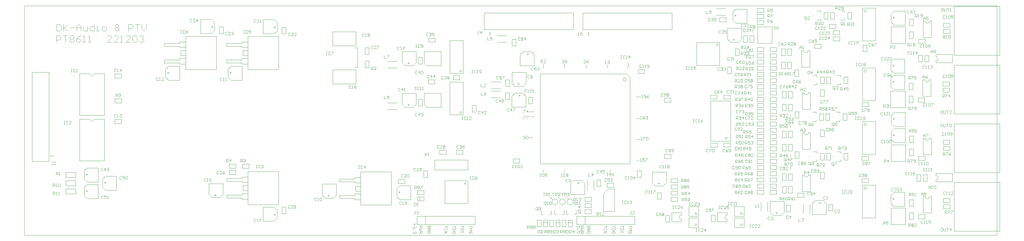
<source format=gto>
*%FSLAX23Y23*%
*%MOIN*%
G01*
D11*
X4770Y8053D02*
X5070Y8053D01*
X5071Y8053D02*
X5070Y8557D01*
X4770D02*
X4770Y8053D01*
X4920Y8527D02*
X4890Y8557D01*
X4920Y8527D02*
X4950Y8557D01*
X5070D01*
X4890D02*
X4770D01*
X4770Y7503D02*
X5070Y7503D01*
X5071Y7503D02*
X5070Y8007D01*
X4770D02*
X4770Y7503D01*
X4920Y7977D02*
X4890Y8007D01*
X4920Y7977D02*
X4950Y8007D01*
X5070D01*
X4890D02*
X4770D01*
X4105Y6604D02*
X15837D01*
Y9379D02*
X4105D01*
Y6604D01*
X15837D02*
Y9379D01*
D12*
X10240Y7784D02*
X10195D01*
X11490Y7509D02*
X11515D01*
X11530Y7764D02*
X11485D01*
X11480Y8019D02*
X11525D01*
X11540Y8279D02*
X11485D01*
X10250Y8039D02*
X10205D01*
X10200Y8099D02*
X10250D01*
X11175Y7394D02*
Y7369D01*
X10365Y7364D02*
Y7394D01*
X10620D02*
Y7364D01*
X11135Y8629D02*
Y8664D01*
X10880D02*
Y8629D01*
X10620Y8624D02*
Y8679D01*
X10365Y8674D02*
Y8624D01*
X11375D02*
X11390Y8639D01*
X10445Y7069D02*
X10480Y7034D01*
X10545Y7069D02*
X10575Y7039D01*
X10635Y7074D02*
X10670Y7039D01*
X8812Y6749D02*
Y6726D01*
X8824Y6737D02*
X8801D01*
X8824Y6714D02*
X8830Y6708D01*
Y6697D01*
X8824Y6691D01*
X8818D01*
X8819D01*
X8818D02*
X8819D01*
X8818D02*
X8819D01*
X8818D02*
X8812Y6697D01*
Y6702D01*
Y6697D01*
X8807Y6691D01*
X8801D01*
X8795Y6697D01*
Y6708D01*
X8801Y6714D01*
Y6679D02*
X8795D01*
X8801D02*
Y6673D01*
X8795D01*
Y6679D01*
X8824Y6650D02*
X8830Y6644D01*
Y6632D01*
X8824Y6627D01*
X8818D01*
X8819D01*
X8818D02*
X8819D01*
X8818D02*
X8819D01*
X8818D02*
X8812Y6632D01*
Y6638D01*
Y6632D01*
X8807Y6627D01*
X8801D01*
X8795Y6632D01*
Y6644D01*
X8801Y6650D01*
X10815Y6719D02*
X10850D01*
Y6702D01*
X10844Y6696D01*
X10832D01*
X10827Y6702D01*
Y6719D01*
X10815Y6684D02*
X10850D01*
X10827Y6672D02*
X10815Y6684D01*
X10827Y6672D02*
X10815Y6661D01*
X10850D01*
Y6649D02*
X10815D01*
X10850D02*
Y6632D01*
X10844Y6626D01*
X10832D01*
X10827Y6632D01*
Y6649D01*
Y6637D02*
X10815Y6626D01*
X10770Y6696D02*
Y6719D01*
X10793Y6696D01*
X10799D01*
X10805Y6702D01*
Y6713D01*
X10799Y6719D01*
X10776Y6684D02*
X10770D01*
X10776D02*
Y6678D01*
X10770D01*
Y6684D01*
X10805Y6655D02*
Y6632D01*
Y6655D02*
X10787D01*
X10793Y6643D01*
Y6637D01*
X10787Y6632D01*
X10776D01*
X10770Y6637D01*
Y6649D01*
X10776Y6655D01*
X10924Y6696D02*
X10930Y6702D01*
Y6713D01*
X10924Y6719D01*
X10901D01*
X10895Y6713D01*
Y6702D01*
X10901Y6696D01*
X10912D01*
Y6707D01*
X10895Y6684D02*
X10930D01*
X10895Y6661D01*
X10930D01*
Y6649D02*
X10895D01*
Y6632D01*
X10901Y6626D01*
X10924D01*
X10930Y6632D01*
Y6649D01*
X11430Y6696D02*
Y6719D01*
Y6707D02*
Y6696D01*
Y6707D02*
X11395D01*
Y6684D02*
X11430D01*
X11418Y6672D01*
X11430Y6661D01*
X11395D01*
X11424Y6626D02*
X11430Y6632D01*
Y6643D01*
X11424Y6649D01*
X11418D01*
X11412Y6643D01*
Y6632D01*
X11407Y6626D01*
X11401D01*
X11395Y6632D01*
Y6643D01*
X11401Y6649D01*
X11330Y6696D02*
Y6719D01*
Y6707D02*
Y6696D01*
Y6707D02*
X11295D01*
Y6684D02*
X11330D01*
X11295D02*
Y6667D01*
X11301Y6661D01*
X11324D01*
X11330Y6667D01*
Y6684D01*
Y6649D02*
Y6637D01*
Y6643D01*
X11295D01*
Y6649D01*
Y6637D01*
X11230Y6696D02*
Y6719D01*
Y6707D02*
Y6696D01*
Y6707D02*
X11195D01*
Y6684D02*
X11230D01*
X11195D02*
Y6667D01*
X11201Y6661D01*
X11224D01*
X11230Y6667D01*
Y6684D01*
Y6643D02*
Y6632D01*
Y6643D02*
X11224Y6649D01*
X11201D01*
X11195Y6643D01*
Y6632D01*
X11201Y6626D01*
X11224D01*
X11230Y6632D01*
X11130Y6696D02*
Y6719D01*
Y6707D02*
Y6696D01*
Y6707D02*
X11095D01*
X11130Y6667D02*
X11124Y6661D01*
X11130Y6667D02*
Y6678D01*
X11124Y6684D01*
X11101D01*
X11095Y6678D01*
Y6667D01*
X11101Y6661D01*
X11095Y6649D02*
X11130D01*
X11107D02*
X11095D01*
X11107D02*
X11130Y6626D01*
X11112Y6643D01*
X11095Y6626D01*
X9005Y6702D02*
X8999Y6696D01*
X9005Y6702D02*
Y6713D01*
X8999Y6719D01*
X8976D01*
X8970Y6713D01*
Y6702D01*
X8976Y6696D01*
X8987D01*
Y6707D01*
X8970Y6684D02*
X9005D01*
X8970Y6661D01*
X9005D01*
Y6649D02*
X8970D01*
Y6632D01*
X8976Y6626D01*
X8999D01*
X9005Y6632D01*
Y6649D01*
X8905Y6719D02*
X8870D01*
X8905D02*
Y6702D01*
X8899Y6696D01*
X8887D01*
X8882Y6702D01*
Y6719D01*
X8870Y6684D02*
X8905D01*
X8882Y6672D02*
X8870Y6684D01*
X8882Y6672D02*
X8870Y6661D01*
X8905D01*
Y6649D02*
X8870D01*
X8905D02*
Y6632D01*
X8899Y6626D01*
X8887D01*
X8882Y6632D01*
Y6649D01*
Y6637D02*
X8870Y6626D01*
X9505Y6696D02*
Y6719D01*
Y6707D02*
Y6696D01*
Y6707D02*
X9470D01*
Y6684D02*
X9505D01*
X9493Y6672D01*
X9505Y6661D01*
X9470D01*
X9499Y6626D02*
X9505Y6632D01*
Y6643D01*
X9499Y6649D01*
X9493D01*
X9487Y6643D01*
Y6632D01*
X9482Y6626D01*
X9476D01*
X9470Y6632D01*
Y6643D01*
X9476Y6649D01*
X9405Y6696D02*
Y6719D01*
Y6707D02*
Y6696D01*
Y6707D02*
X9370D01*
Y6684D02*
X9405D01*
X9370D02*
Y6667D01*
X9376Y6661D01*
X9399D01*
X9405Y6667D01*
Y6684D01*
Y6649D02*
Y6637D01*
Y6643D01*
X9370D01*
Y6649D01*
Y6637D01*
X9305Y6696D02*
Y6719D01*
Y6707D02*
Y6696D01*
Y6707D02*
X9270D01*
Y6684D02*
X9305D01*
X9270D02*
Y6667D01*
X9276Y6661D01*
X9299D01*
X9305Y6667D01*
Y6684D01*
Y6643D02*
Y6632D01*
Y6643D02*
X9299Y6649D01*
X9276D01*
X9270Y6643D01*
Y6632D01*
X9276Y6626D01*
X9299D01*
X9305Y6632D01*
X9205Y6696D02*
Y6719D01*
Y6707D02*
Y6696D01*
Y6707D02*
X9170D01*
X9205Y6667D02*
X9199Y6661D01*
X9205Y6667D02*
Y6678D01*
X9199Y6684D01*
X9176D01*
X9170Y6678D01*
Y6667D01*
X9176Y6661D01*
X9170Y6649D02*
X9205D01*
X9182D02*
X9170D01*
X9182D02*
X9205Y6626D01*
X9187Y6643D01*
X9170Y6626D01*
X11110Y8679D02*
X11122D01*
X11116D01*
Y8714D01*
X11117D01*
X11116D02*
X11110Y8708D01*
X11139D02*
X11145Y8714D01*
X11157D01*
X11162Y8708D01*
Y8702D01*
X11163D01*
X11162D02*
X11163D01*
X11162D02*
X11163D01*
X11162D02*
X11157Y8696D01*
X11151D01*
X11157D01*
X11162Y8691D01*
Y8685D01*
X11157Y8679D01*
X11145D01*
X11139Y8685D01*
X10873Y8689D02*
X10850D01*
X10873Y8712D01*
Y8718D01*
X10867Y8724D01*
X10856D01*
X10850Y8718D01*
X10897D02*
X10908Y8724D01*
X10897Y8718D02*
X10885Y8706D01*
Y8695D01*
X10891Y8689D01*
X10902D01*
X10908Y8695D01*
Y8701D01*
X10902Y8706D01*
X10885D01*
X10596Y8724D02*
X10590Y8718D01*
X10596Y8724D02*
X10607D01*
X10613Y8718D01*
Y8712D01*
X10614D01*
X10613D02*
X10614D01*
X10613D02*
X10614D01*
X10613D02*
X10607Y8706D01*
X10602D01*
X10607D01*
X10613Y8701D01*
Y8695D01*
X10607Y8689D01*
X10596D01*
X10590Y8695D01*
X10625D02*
X10631Y8689D01*
X10642D01*
X10648Y8695D01*
Y8718D01*
X10642Y8724D01*
X10631D01*
X10625Y8718D01*
Y8712D01*
X10631Y8706D01*
X10648D01*
X10358Y8724D02*
X10335D01*
Y8706D01*
X10347Y8712D01*
X10352D01*
X10358Y8706D01*
Y8695D01*
X10352Y8689D01*
X10341D01*
X10335Y8695D01*
X10370Y8689D02*
X10393D01*
X10370D02*
X10393Y8712D01*
Y8718D01*
X10387Y8724D01*
X10376D01*
X10370Y8718D01*
X11385Y8649D02*
X11397D01*
X11391D01*
Y8684D01*
X11392D01*
X11391D02*
X11385Y8678D01*
X10148Y8119D02*
X10125D01*
X10148D02*
Y8113D01*
X10125Y8090D01*
Y8084D01*
X10177D02*
Y8119D01*
X10160Y8101D01*
X10183D01*
X10148Y8044D02*
X10125D01*
X10148D02*
Y8038D01*
X10125Y8015D01*
Y8009D01*
X10160Y8044D02*
X10183D01*
Y8038D01*
X10160Y8015D01*
Y8009D01*
X10125Y7775D02*
X10131Y7769D01*
X10142D01*
X10148Y7775D01*
Y7798D01*
X10142Y7804D01*
X10131D01*
X10125Y7798D01*
Y7792D01*
X10131Y7786D01*
X10148D01*
X10160Y7798D02*
X10166Y7804D01*
X10177D01*
X10183Y7798D01*
Y7775D01*
X10177Y7769D01*
X10166D01*
X10160Y7775D01*
Y7798D01*
X10320Y7314D02*
X10332D01*
X10326D01*
Y7349D01*
X10327D01*
X10326D02*
X10320Y7343D01*
X10349D02*
X10355Y7349D01*
X10367D01*
X10372Y7343D01*
Y7320D01*
X10367Y7314D01*
X10355D01*
X10349Y7320D01*
Y7343D01*
X10384Y7349D02*
X10407D01*
X10384D02*
Y7331D01*
X10396Y7337D01*
X10402D01*
X10407Y7331D01*
Y7320D01*
X10402Y7314D01*
X10390D01*
X10384Y7320D01*
X10580Y7314D02*
X10592D01*
X10586D01*
Y7349D01*
X10587D01*
X10586D02*
X10580Y7343D01*
X10609Y7314D02*
X10621D01*
X10615D01*
Y7349D01*
X10616D01*
X10615D02*
X10609Y7343D01*
X10638D02*
X10644Y7349D01*
X10656D01*
X10662Y7343D01*
Y7337D01*
X10656Y7331D01*
X10662Y7326D01*
Y7320D01*
X10656Y7314D01*
X10644D01*
X10638Y7320D01*
Y7326D01*
X10644Y7331D01*
X10638Y7337D01*
Y7343D01*
X10644Y7331D02*
X10656D01*
X11130Y7324D02*
X11142D01*
X11136D01*
Y7359D01*
X11137D01*
X11136D02*
X11130Y7353D01*
X11177Y7359D02*
Y7324D01*
X11159Y7341D02*
X11177Y7359D01*
X11182Y7341D02*
X11159D01*
X11206Y7353D02*
X11217Y7359D01*
X11206Y7353D02*
X11194Y7341D01*
Y7330D01*
X11200Y7324D01*
X11212D01*
X11217Y7330D01*
Y7336D01*
X11212Y7341D01*
X11194D01*
X11535Y7499D02*
X11547D01*
X11541D01*
Y7534D01*
X11542D01*
X11541D02*
X11535Y7528D01*
X11564Y7534D02*
X11587D01*
X11564D02*
Y7516D01*
X11576Y7522D01*
X11582D01*
X11587Y7516D01*
Y7505D01*
X11582Y7499D01*
X11570D01*
X11564Y7505D01*
X11599Y7534D02*
X11622D01*
Y7528D01*
X11599Y7505D01*
Y7499D01*
X11552Y7754D02*
X11540D01*
X11546D02*
X11552D01*
X11546D02*
Y7789D01*
X11547D01*
X11546D02*
X11540Y7783D01*
X11569Y7789D02*
X11592D01*
Y7783D01*
X11569Y7760D01*
Y7754D01*
X11604Y7783D02*
X11610Y7789D01*
X11622D01*
X11627Y7783D01*
Y7760D01*
X11622Y7754D01*
X11610D01*
X11604Y7760D01*
Y7783D01*
X11547Y8009D02*
X11535D01*
X11541D02*
X11547D01*
X11541D02*
Y8044D01*
X11542D01*
X11541D02*
X11535Y8038D01*
X11564D02*
X11570Y8044D01*
X11582D01*
X11587Y8038D01*
Y8032D01*
X11582Y8026D01*
X11587Y8021D01*
Y8015D01*
X11582Y8009D01*
X11570D01*
X11564Y8015D01*
Y8021D01*
X11570Y8026D01*
X11564Y8032D01*
Y8038D01*
X11570Y8026D02*
X11582D01*
X11599Y8038D02*
X11605Y8044D01*
X11617D01*
X11622Y8038D01*
Y8032D01*
X11623D01*
X11622D02*
X11623D01*
X11622D02*
X11623D01*
X11622D02*
X11617Y8026D01*
X11611D01*
X11617D01*
X11622Y8021D01*
Y8015D01*
X11617Y8009D01*
X11605D01*
X11599Y8015D01*
X11562Y8264D02*
X11550D01*
X11556D02*
X11562D01*
X11556D02*
Y8299D01*
X11557D01*
X11556D02*
X11550Y8293D01*
X11579Y8270D02*
X11585Y8264D01*
X11597D01*
X11602Y8270D01*
Y8293D01*
X11597Y8299D01*
X11585D01*
X11579Y8293D01*
Y8287D01*
X11585Y8281D01*
X11602D01*
X11626Y8293D02*
X11637Y8299D01*
X11626Y8293D02*
X11614Y8281D01*
Y8270D01*
X11620Y8264D01*
X11632D01*
X11637Y8270D01*
Y8276D01*
X11632Y8281D01*
X11614D01*
X14778Y8826D02*
X14784Y8820D01*
X14778Y8826D02*
X14766D01*
X14761Y8820D01*
Y8797D01*
X14766Y8791D01*
X14778D01*
X14784Y8797D01*
X14796Y8791D02*
X14807D01*
X14801D01*
Y8826D01*
X14802D01*
X14801D02*
X14796Y8820D01*
X14825Y8791D02*
X14836D01*
X14831D01*
Y8826D01*
X14832D01*
X14831D02*
X14825Y8820D01*
X14871Y8826D02*
Y8791D01*
X14854Y8808D02*
X14871Y8826D01*
X14877Y8808D02*
X14854D01*
X14958Y8656D02*
X14964Y8650D01*
X14958Y8656D02*
X14946D01*
X14941Y8650D01*
Y8627D01*
X14946Y8621D01*
X14958D01*
X14964Y8627D01*
X14976Y8621D02*
X14987D01*
X14981D01*
Y8656D01*
X14982D01*
X14981D02*
X14976Y8650D01*
X15005Y8621D02*
X15016D01*
X15011D01*
Y8656D01*
X15012D01*
X15011D02*
X15005Y8650D01*
X15034D02*
X15040Y8656D01*
X15051D01*
X15057Y8650D01*
Y8644D01*
X15058D01*
X15057D02*
X15058D01*
X15057D02*
X15058D01*
X15057D02*
X15051Y8638D01*
X15046D01*
X15051D01*
X15057Y8632D01*
Y8627D01*
X15051Y8621D01*
X15040D01*
X15034Y8627D01*
X15203Y8546D02*
X15209Y8540D01*
X15203Y8546D02*
X15191D01*
X15186Y8540D01*
Y8517D01*
X15191Y8511D01*
X15203D01*
X15209Y8517D01*
X15221Y8511D02*
X15232D01*
X15226D01*
Y8546D01*
X15227D01*
X15226D02*
X15221Y8540D01*
X15250D02*
X15256Y8546D01*
X15267D01*
X15273Y8540D01*
Y8517D01*
X15267Y8511D01*
X15256D01*
X15250Y8517D01*
Y8540D01*
X15285D02*
X15291Y8546D01*
X15302D01*
X15308Y8540D01*
Y8534D01*
X15302Y8528D01*
X15308Y8522D01*
Y8517D01*
X15302Y8511D01*
X15291D01*
X15285Y8517D01*
Y8522D01*
X15291Y8528D01*
X15285Y8534D01*
Y8540D01*
X15291Y8528D02*
X15302D01*
X15100Y8716D02*
X15103Y8716D01*
X15106Y8717D01*
X15110Y8718D01*
X15112Y8719D01*
X15115Y8721D01*
X15118Y8723D01*
X15120Y8726D01*
X15122Y8728D01*
X15123Y8731D01*
X15124Y8735D01*
X15125Y8738D01*
X15125Y8741D01*
X15125Y8744D01*
X15124Y8747D01*
X15123Y8751D01*
X15122Y8754D01*
X15120Y8756D01*
X15118Y8759D01*
X15115Y8761D01*
X15112Y8763D01*
X15110Y8764D01*
X15106Y8765D01*
X15103Y8766D01*
X15100Y8766D01*
Y8716D02*
Y8691D01*
Y8766D02*
Y8791D01*
X15300D02*
Y8691D01*
X15100D01*
Y8791D02*
X15300D01*
X15038Y8808D02*
Y8831D01*
X15050Y8843D01*
X15061Y8831D01*
Y8808D01*
Y8825D01*
X15038D01*
X15073Y8814D02*
X15079Y8808D01*
X15090D01*
X15096Y8814D01*
Y8837D01*
X15090Y8843D01*
X15079D01*
X15073Y8837D01*
Y8831D01*
X15079Y8825D01*
X15096D01*
X14776Y7886D02*
Y7851D01*
Y7886D02*
X14793D01*
X14799Y7880D01*
Y7868D01*
X14793Y7862D01*
X14776D01*
X14787D02*
X14799Y7851D01*
X14811Y7880D02*
X14816Y7886D01*
X14828D01*
X14834Y7880D01*
Y7874D01*
X14828Y7868D01*
X14834Y7862D01*
Y7857D01*
X14828Y7851D01*
X14816D01*
X14811Y7857D01*
Y7862D01*
X14816Y7868D01*
X14811Y7874D01*
Y7880D01*
X14816Y7868D02*
X14828D01*
X14846Y7880D02*
X14851Y7886D01*
X14863D01*
X14869Y7880D01*
Y7857D01*
X14863Y7851D01*
X14851D01*
X14846Y7857D01*
Y7880D01*
X14471Y8149D02*
Y8184D01*
X14488D01*
X14494Y8178D01*
Y8166D01*
X14488Y8161D01*
X14471D01*
X14506Y8178D02*
X14512Y8184D01*
X14523D01*
X14529Y8178D01*
Y8172D01*
X14530D01*
X14529D02*
X14530D01*
X14529D02*
X14530D01*
X14529D02*
X14523Y8166D01*
X14518D01*
X14523D01*
X14529Y8161D01*
Y8155D01*
X14523Y8149D01*
X14512D01*
X14506Y8155D01*
X14771Y8156D02*
Y8121D01*
Y8156D02*
X14788D01*
X14794Y8150D01*
Y8138D01*
X14788Y8132D01*
X14771D01*
X14782D02*
X14794Y8121D01*
X14806Y8156D02*
X14829D01*
Y8150D01*
X14806Y8127D01*
Y8121D01*
X14841Y8150D02*
X14846Y8156D01*
X14858D01*
X14864Y8150D01*
Y8144D01*
X14858Y8138D01*
X14864Y8132D01*
Y8127D01*
X14858Y8121D01*
X14846D01*
X14841Y8127D01*
Y8132D01*
X14846Y8138D01*
X14841Y8144D01*
Y8150D01*
X14846Y8138D02*
X14858D01*
X14771Y8491D02*
Y8526D01*
X14788D01*
X14794Y8520D01*
Y8508D01*
X14788Y8502D01*
X14771D01*
X14782D02*
X14794Y8491D01*
X14806Y8526D02*
X14829D01*
Y8520D01*
X14806Y8497D01*
Y8491D01*
X14841Y8526D02*
X14864D01*
X14841D02*
Y8508D01*
X14852Y8514D01*
X14858D01*
X14864Y8508D01*
Y8497D01*
X14858Y8491D01*
X14846D01*
X14841Y8497D01*
X15193Y7846D02*
X15199Y7840D01*
X15193Y7846D02*
X15181D01*
X15176Y7840D01*
Y7817D01*
X15181Y7811D01*
X15193D01*
X15199Y7817D01*
X15211Y7811D02*
X15222D01*
X15216D01*
Y7846D01*
X15217D01*
X15216D02*
X15211Y7840D01*
X15240D02*
X15246Y7846D01*
X15257D01*
X15263Y7840D01*
Y7817D01*
X15257Y7811D01*
X15246D01*
X15240Y7817D01*
Y7840D01*
X15275Y7817D02*
X15281Y7811D01*
X15292D01*
X15298Y7817D01*
Y7840D01*
X15292Y7846D01*
X15281D01*
X15275Y7840D01*
Y7834D01*
X15281Y7828D01*
X15298D01*
X15022Y7779D02*
X15022Y7776D01*
X15021Y7773D01*
X15020Y7769D01*
X15019Y7766D01*
X15017Y7764D01*
X15015Y7761D01*
X15012Y7759D01*
X15010Y7757D01*
X15007Y7756D01*
X15003Y7755D01*
X15000Y7754D01*
X14997Y7754D01*
X14994Y7754D01*
X14991Y7755D01*
X14987Y7756D01*
X14984Y7757D01*
X14982Y7759D01*
X14979Y7761D01*
X14977Y7764D01*
X14975Y7766D01*
X14974Y7769D01*
X14973Y7773D01*
X14972Y7776D01*
X14972Y7779D01*
X14947D02*
Y7579D01*
X15047D02*
Y7779D01*
X14972D02*
X14947D01*
X15022D02*
X15047D01*
Y7579D02*
X14947D01*
X14948Y7793D02*
Y7816D01*
X14960Y7828D01*
X14971Y7816D01*
Y7793D01*
Y7810D01*
X14948D01*
X14983Y7828D02*
X15006D01*
Y7822D01*
X14983Y7799D01*
Y7793D01*
X14551Y8864D02*
Y8899D01*
X14568D01*
X14574Y8893D01*
Y8881D01*
X14568Y8876D01*
X14551D01*
X14586Y8864D02*
X14609D01*
X14586D02*
X14609Y8887D01*
Y8893D01*
X14603Y8899D01*
X14592D01*
X14586Y8893D01*
X14963Y8201D02*
X14969Y8195D01*
X14963Y8201D02*
X14951D01*
X14946Y8195D01*
Y8172D01*
X14951Y8166D01*
X14963D01*
X14969Y8172D01*
X14981Y8166D02*
X14992D01*
X14986D01*
Y8201D01*
X14987D01*
X14986D02*
X14981Y8195D01*
X15010D02*
X15016Y8201D01*
X15027D01*
X15033Y8195D01*
Y8172D01*
X15027Y8166D01*
X15016D01*
X15010Y8172D01*
Y8195D01*
X15045Y8201D02*
X15068D01*
Y8195D01*
X15045Y8172D01*
Y8166D01*
X15017Y8484D02*
X15017Y8481D01*
X15016Y8478D01*
X15015Y8474D01*
X15014Y8472D01*
X15012Y8469D01*
X15010Y8466D01*
X15007Y8464D01*
X15004Y8462D01*
X15002Y8461D01*
X14998Y8460D01*
X14995Y8459D01*
X14992Y8459D01*
X14989Y8459D01*
X14986Y8460D01*
X14982Y8461D01*
X14980Y8462D01*
X14977Y8464D01*
X14974Y8466D01*
X14972Y8469D01*
X14970Y8472D01*
X14969Y8474D01*
X14968Y8478D01*
X14967Y8481D01*
X14967Y8484D01*
X15042D02*
Y8284D01*
X14942D02*
Y8484D01*
Y8284D02*
X15042D01*
Y8484D02*
X15017D01*
X14967D02*
X14942D01*
X14941Y8500D02*
Y8523D01*
X14953Y8535D01*
X14964Y8523D01*
Y8500D01*
Y8517D01*
X14941D01*
X14988Y8529D02*
X14999Y8535D01*
X14988Y8529D02*
X14976Y8517D01*
Y8506D01*
X14982Y8500D01*
X14993D01*
X14999Y8506D01*
Y8512D01*
X14993Y8517D01*
X14976D01*
X15209Y9255D02*
X15203Y9261D01*
X15192D01*
X15186Y9255D01*
Y9232D01*
X15192Y9226D01*
X15203D01*
X15209Y9232D01*
X15221Y9226D02*
X15232D01*
X15227D01*
Y9261D01*
X15228D01*
X15227D02*
X15221Y9255D01*
X15250D02*
X15256Y9261D01*
X15267D01*
X15273Y9255D01*
Y9232D01*
X15267Y9226D01*
X15256D01*
X15250Y9232D01*
Y9255D01*
X15285Y9261D02*
X15308D01*
X15285D02*
Y9243D01*
X15297Y9249D01*
X15302D01*
X15308Y9243D01*
Y9232D01*
X15302Y9226D01*
X15291D01*
X15285Y9232D01*
X15022Y9194D02*
X15022Y9191D01*
X15021Y9188D01*
X15020Y9184D01*
X15019Y9182D01*
X15017Y9179D01*
X15015Y9176D01*
X15012Y9174D01*
X15010Y9172D01*
X15007Y9171D01*
X15003Y9170D01*
X15000Y9169D01*
X14997Y9169D01*
X14994Y9169D01*
X14991Y9170D01*
X14987Y9171D01*
X14984Y9172D01*
X14982Y9174D01*
X14979Y9176D01*
X14977Y9179D01*
X14975Y9182D01*
X14974Y9184D01*
X14973Y9188D01*
X14972Y9191D01*
X14972Y9194D01*
X14947D02*
Y8994D01*
X15047D02*
Y9194D01*
X14972D02*
X14947D01*
X15022D02*
X15047D01*
Y8994D02*
X14947D01*
X14948Y9208D02*
Y9231D01*
X14960Y9243D01*
X14971Y9231D01*
Y9208D01*
Y9225D01*
X14948D01*
X14983Y9243D02*
X15006D01*
X14983D02*
Y9225D01*
X14995Y9231D01*
X15000D01*
X15006Y9225D01*
Y9214D01*
X15000Y9208D01*
X14989D01*
X14983Y9214D01*
X15181Y8306D02*
Y8271D01*
Y8306D02*
X15198D01*
X15204Y8300D01*
Y8288D01*
X15198Y8282D01*
X15181D01*
X15192D02*
X15204Y8271D01*
X15216Y8306D02*
X15239D01*
Y8300D01*
X15216Y8277D01*
Y8271D01*
X15268D02*
Y8306D01*
X15251Y8288D01*
X15274D01*
X14761Y8891D02*
Y8926D01*
X14778D01*
X14784Y8920D01*
Y8908D01*
X14778Y8902D01*
X14761D01*
X14772D02*
X14784Y8891D01*
X14796D02*
X14807D01*
X14801D01*
Y8926D01*
X14802D01*
X14801D02*
X14796Y8920D01*
X14825D02*
X14831Y8926D01*
X14842D01*
X14848Y8920D01*
Y8914D01*
X14842Y8908D01*
X14848Y8902D01*
Y8897D01*
X14842Y8891D01*
X14831D01*
X14825Y8897D01*
Y8902D01*
X14831Y8908D01*
X14825Y8914D01*
Y8920D01*
X14831Y8908D02*
X14842D01*
X14851Y9241D02*
Y9276D01*
X14868D01*
X14874Y9270D01*
Y9258D01*
X14868Y9252D01*
X14851D01*
X14862D02*
X14874Y9241D01*
X14886D02*
X14897D01*
X14891D01*
Y9276D01*
X14892D01*
X14891D02*
X14886Y9270D01*
X14915Y9247D02*
X14921Y9241D01*
X14932D01*
X14938Y9247D01*
Y9270D01*
X14932Y9276D01*
X14921D01*
X14915Y9270D01*
Y9264D01*
X14921Y9258D01*
X14938D01*
X14928Y8911D02*
X14934Y8905D01*
X14928Y8911D02*
X14916D01*
X14911Y8905D01*
Y8882D01*
X14916Y8876D01*
X14928D01*
X14934Y8882D01*
X14946Y8876D02*
X14957D01*
X14951D01*
Y8911D01*
X14952D01*
X14951D02*
X14946Y8905D01*
X14975D02*
X14981Y8911D01*
X14992D01*
X14998Y8905D01*
Y8882D01*
X14992Y8876D01*
X14981D01*
X14975Y8882D01*
Y8905D01*
X15021D02*
X15033Y8911D01*
X15021Y8905D02*
X15010Y8893D01*
Y8882D01*
X15016Y8876D01*
X15027D01*
X15033Y8882D01*
Y8887D01*
X15027Y8893D01*
X15010D01*
X15186Y8986D02*
Y9021D01*
X15203D01*
X15209Y9015D01*
Y9003D01*
X15203Y8997D01*
X15186D01*
X15197D02*
X15209Y8986D01*
X15221D02*
X15232D01*
X15226D01*
Y9021D01*
X15227D01*
X15226D02*
X15221Y9015D01*
X15250Y9021D02*
X15273D01*
X15250D02*
Y9003D01*
X15261Y9009D01*
X15267D01*
X15273Y9003D01*
Y8992D01*
X15267Y8986D01*
X15256D01*
X15250Y8992D01*
X15185Y9346D02*
X15174D01*
X15168Y9340D01*
Y9317D01*
X15174Y9311D01*
X15185D01*
X15191Y9317D01*
Y9340D01*
X15185Y9346D01*
X15203D02*
Y9317D01*
X15209Y9311D01*
X15220D01*
X15226Y9317D01*
Y9346D01*
X15238D02*
X15261D01*
X15250D01*
Y9311D01*
X15273D02*
X15285D01*
X15279D01*
Y9346D01*
X15280D01*
X15279D02*
X15273Y9340D01*
X15176Y8110D02*
X15165D01*
X15159Y8104D01*
Y8081D01*
X15165Y8075D01*
X15176D01*
X15182Y8081D01*
Y8104D01*
X15176Y8110D01*
X15194D02*
Y8081D01*
X15200Y8075D01*
X15211D01*
X15217Y8081D01*
Y8110D01*
X15229D02*
X15252D01*
X15241D01*
Y8075D01*
X15264D02*
X15287D01*
X15264D02*
X15287Y8098D01*
Y8104D01*
X15281Y8110D01*
X15270D01*
X15264Y8104D01*
X15175Y7950D02*
X15164D01*
X15158Y7944D01*
Y7921D01*
X15164Y7915D01*
X15175D01*
X15181Y7921D01*
Y7944D01*
X15175Y7950D01*
X15193D02*
Y7921D01*
X15199Y7915D01*
X15210D01*
X15216Y7921D01*
Y7950D01*
X15228D02*
X15251D01*
X15240D01*
Y7915D01*
X15263Y7944D02*
X15269Y7950D01*
X15280D01*
X15286Y7944D01*
Y7938D01*
X15287D01*
X15286D02*
X15287D01*
X15286D02*
X15287D01*
X15286D02*
X15280Y7932D01*
X15275D01*
X15280D01*
X15286Y7927D01*
Y7921D01*
X15280Y7915D01*
X15269D01*
X15263Y7921D01*
X15100Y7326D02*
X15103Y7326D01*
X15106Y7325D01*
X15110Y7324D01*
X15112Y7323D01*
X15115Y7321D01*
X15118Y7319D01*
X15120Y7316D01*
X15122Y7314D01*
X15123Y7311D01*
X15124Y7307D01*
X15125Y7304D01*
X15125Y7301D01*
X15125Y7298D01*
X15124Y7295D01*
X15123Y7291D01*
X15122Y7288D01*
X15120Y7286D01*
X15118Y7283D01*
X15115Y7281D01*
X15112Y7279D01*
X15110Y7278D01*
X15106Y7277D01*
X15103Y7276D01*
X15100Y7276D01*
Y7251D01*
Y7326D02*
Y7351D01*
X15300D02*
Y7251D01*
X15100D01*
Y7351D02*
X15300D01*
X15013Y7191D02*
Y7168D01*
Y7191D02*
X15025Y7203D01*
X15036Y7191D01*
Y7168D01*
Y7185D01*
X15013D01*
X15048Y7168D02*
X15060D01*
X15054D01*
Y7203D01*
X15055D01*
X15054D02*
X15048Y7197D01*
X15077D02*
X15083Y7203D01*
X15095D01*
X15100Y7197D01*
Y7174D01*
X15095Y7168D01*
X15083D01*
X15077Y7174D01*
Y7197D01*
X14466Y6769D02*
Y6734D01*
Y6769D02*
X14483D01*
X14489Y6763D01*
Y6751D01*
X14483Y6746D01*
X14466D01*
X14501Y6769D02*
X14524D01*
X14501D02*
Y6751D01*
X14513Y6757D01*
X14518D01*
X14524Y6751D01*
Y6740D01*
X14518Y6734D01*
X14507D01*
X14501Y6740D01*
X14771Y6746D02*
Y6711D01*
Y6746D02*
X14788D01*
X14794Y6740D01*
Y6728D01*
X14788Y6722D01*
X14771D01*
X14782D02*
X14794Y6711D01*
X14806Y6740D02*
X14811Y6746D01*
X14823D01*
X14829Y6740D01*
Y6734D01*
X14823Y6728D01*
X14829Y6722D01*
Y6717D01*
X14823Y6711D01*
X14811D01*
X14806Y6717D01*
Y6722D01*
X14811Y6728D01*
X14806Y6734D01*
Y6740D01*
X14811Y6728D02*
X14823D01*
X14841Y6711D02*
X14864D01*
X14841D02*
X14864Y6734D01*
Y6740D01*
X14858Y6746D01*
X14846D01*
X14841Y6740D01*
X14776Y7081D02*
Y7116D01*
X14793D01*
X14799Y7110D01*
Y7098D01*
X14793Y7092D01*
X14776D01*
X14787D02*
X14799Y7081D01*
X14811Y7110D02*
X14816Y7116D01*
X14828D01*
X14834Y7110D01*
Y7104D01*
X14828Y7098D01*
X14834Y7092D01*
Y7087D01*
X14828Y7081D01*
X14816D01*
X14811Y7087D01*
Y7092D01*
X14816Y7098D01*
X14811Y7104D01*
Y7110D01*
X14816Y7098D02*
X14828D01*
X14846Y7081D02*
X14857D01*
X14851D01*
Y7116D01*
X14852D01*
X14851D02*
X14846Y7110D01*
X15208Y7131D02*
X15214Y7125D01*
X15208Y7131D02*
X15196D01*
X15191Y7125D01*
Y7102D01*
X15196Y7096D01*
X15208D01*
X15214Y7102D01*
X15226Y7096D02*
X15237D01*
X15231D01*
Y7131D01*
X15232D01*
X15231D02*
X15226Y7125D01*
X15255Y7096D02*
X15266D01*
X15261D01*
Y7131D01*
X15262D01*
X15261D02*
X15255Y7125D01*
X15284Y7096D02*
X15307D01*
X15284D02*
X15307Y7119D01*
Y7125D01*
X15301Y7131D01*
X15290D01*
X15284Y7125D01*
X15022Y7074D02*
X15022Y7071D01*
X15021Y7068D01*
X15020Y7064D01*
X15019Y7062D01*
X15017Y7059D01*
X15015Y7056D01*
X15012Y7054D01*
X15010Y7052D01*
X15007Y7051D01*
X15003Y7050D01*
X15000Y7049D01*
X14997Y7049D01*
X14994Y7049D01*
X14991Y7050D01*
X14987Y7051D01*
X14984Y7052D01*
X14982Y7054D01*
X14979Y7056D01*
X14977Y7059D01*
X14975Y7062D01*
X14974Y7064D01*
X14973Y7068D01*
X14972Y7071D01*
X14972Y7074D01*
X15047D02*
Y6874D01*
X14947D02*
Y7074D01*
Y6874D02*
X15047D01*
Y7074D02*
X15022D01*
X14972D02*
X14947D01*
X14923Y7086D02*
Y7109D01*
X14935Y7121D01*
X14946Y7109D01*
Y7086D01*
Y7103D01*
X14923D01*
X14958Y7115D02*
X14964Y7121D01*
X14975D01*
X14981Y7115D01*
Y7109D01*
X14975Y7103D01*
X14981Y7098D01*
Y7092D01*
X14975Y7086D01*
X14964D01*
X14958Y7092D01*
Y7098D01*
X14964Y7103D01*
X14958Y7109D01*
Y7115D01*
X14964Y7103D02*
X14975D01*
X15211Y6901D02*
Y6866D01*
Y6901D02*
X15228D01*
X15234Y6895D01*
Y6883D01*
X15228Y6877D01*
X15211D01*
X15222D02*
X15234Y6866D01*
X15246Y6901D02*
X15269D01*
Y6895D01*
X15246Y6872D01*
Y6866D01*
X15281Y6901D02*
X15304D01*
Y6895D01*
X15281Y6872D01*
Y6866D01*
X14476Y7484D02*
Y7519D01*
X14493D01*
X14499Y7513D01*
Y7501D01*
X14493Y7496D01*
X14476D01*
X14528Y7484D02*
Y7519D01*
X14511Y7501D01*
X14534D01*
X14761Y7486D02*
Y7521D01*
X14778D01*
X14784Y7515D01*
Y7503D01*
X14778Y7497D01*
X14761D01*
X14772D02*
X14784Y7486D01*
X14796Y7521D02*
X14819D01*
Y7515D01*
X14796Y7492D01*
Y7486D01*
X14831Y7492D02*
X14836Y7486D01*
X14848D01*
X14854Y7492D01*
Y7515D01*
X14848Y7521D01*
X14836D01*
X14831Y7515D01*
Y7509D01*
X14836Y7503D01*
X14854D01*
X14908Y7491D02*
X14914Y7485D01*
X14908Y7491D02*
X14896D01*
X14891Y7485D01*
Y7462D01*
X14896Y7456D01*
X14908D01*
X14914Y7462D01*
X14926Y7456D02*
X14937D01*
X14931D01*
Y7491D01*
X14932D01*
X14931D02*
X14926Y7485D01*
X14955Y7456D02*
X14966D01*
X14961D01*
Y7491D01*
X14962D01*
X14961D02*
X14955Y7485D01*
X14984D02*
X14990Y7491D01*
X15001D01*
X15007Y7485D01*
Y7462D01*
X15001Y7456D01*
X14990D01*
X14984Y7462D01*
Y7485D01*
X15186Y7571D02*
Y7606D01*
X15203D01*
X15209Y7600D01*
Y7588D01*
X15203Y7582D01*
X15186D01*
X15197D02*
X15209Y7571D01*
X15221Y7606D02*
X15244D01*
Y7600D01*
X15221Y7577D01*
Y7571D01*
X15267Y7600D02*
X15279Y7606D01*
X15267Y7600D02*
X15256Y7588D01*
Y7577D01*
X15261Y7571D01*
X15273D01*
X15279Y7577D01*
Y7582D01*
X15273Y7588D01*
X15256D01*
X15176Y6691D02*
X15165D01*
X15159Y6685D01*
Y6662D01*
X15165Y6656D01*
X15176D01*
X15182Y6662D01*
Y6685D01*
X15176Y6691D01*
X15194D02*
Y6662D01*
X15200Y6656D01*
X15211D01*
X15217Y6662D01*
Y6691D01*
X15229D02*
X15252D01*
X15241D01*
Y6656D01*
X15281D02*
Y6691D01*
X15264Y6673D01*
X15287D01*
X14944Y6775D02*
X14938Y6781D01*
X14926D01*
X14921Y6775D01*
Y6752D01*
X14926Y6746D01*
X14938D01*
X14944Y6752D01*
X14956Y6746D02*
X14967D01*
X14961D01*
Y6781D01*
X14962D01*
X14961D02*
X14956Y6775D01*
X14985Y6746D02*
X14996D01*
X14991D01*
Y6781D01*
X14992D01*
X14991D02*
X14985Y6775D01*
X15014Y6781D02*
X15037D01*
X15014D02*
Y6763D01*
X15026Y6769D01*
X15031D01*
X15037Y6763D01*
Y6752D01*
X15031Y6746D01*
X15020D01*
X15014Y6752D01*
X14969Y7410D02*
X14963Y7416D01*
X14951D01*
X14946Y7410D01*
Y7387D01*
X14951Y7381D01*
X14963D01*
X14969Y7387D01*
X14981Y7381D02*
X14992D01*
X14986D01*
Y7416D01*
X14987D01*
X14986D02*
X14981Y7410D01*
X15010Y7381D02*
X15021D01*
X15016D01*
Y7416D01*
X15017D01*
X15016D02*
X15010Y7410D01*
X15039Y7381D02*
X15051D01*
X15045D01*
Y7416D01*
X15046D01*
X15045D02*
X15039Y7410D01*
X14754Y7365D02*
X14748Y7371D01*
X14736D01*
X14731Y7365D01*
Y7342D01*
X14736Y7336D01*
X14748D01*
X14754Y7342D01*
X14766Y7336D02*
X14777D01*
X14771D01*
Y7371D01*
X14772D01*
X14771D02*
X14766Y7365D01*
X14795Y7336D02*
X14806D01*
X14801D01*
Y7371D01*
X14802D01*
X14801D02*
X14795Y7365D01*
X14836D02*
X14847Y7371D01*
X14836Y7365D02*
X14824Y7353D01*
Y7342D01*
X14830Y7336D01*
X14841D01*
X14847Y7342D01*
Y7347D01*
X14841Y7353D01*
X14824D01*
X14033Y9138D02*
Y9173D01*
X14050D01*
X14056Y9167D01*
Y9155D01*
X14050Y9150D01*
X14033D01*
X14045D02*
X14056Y9138D01*
X14068Y9167D02*
X14074Y9173D01*
X14085D01*
X14091Y9167D01*
Y9161D01*
X14092D01*
X14091D02*
X14092D01*
X14091D02*
X14092D01*
X14091D02*
X14085Y9155D01*
X14080D01*
X14085D01*
X14091Y9150D01*
Y9144D01*
X14085Y9138D01*
X14074D01*
X14068Y9144D01*
X14103Y9138D02*
X14115D01*
X14109D01*
Y9173D01*
X14110D01*
X14109D02*
X14103Y9167D01*
X13538Y9222D02*
Y9245D01*
X13532Y9251D01*
X13521D01*
X13515Y9245D01*
Y9222D01*
X13521Y9216D01*
X13532D01*
X13538D02*
X13527Y9228D01*
X13532Y9216D02*
X13538Y9222D01*
X13550Y9216D02*
X13573D01*
X13550D02*
X13573Y9239D01*
Y9245D01*
X13567Y9251D01*
X13556D01*
X13550Y9245D01*
X13977Y9175D02*
Y9152D01*
Y9175D02*
X13971Y9181D01*
X13960D01*
X13954Y9175D01*
Y9152D01*
X13960Y9146D01*
X13971D01*
X13977D02*
X13966Y9158D01*
X13971Y9146D02*
X13977Y9152D01*
X13989Y9146D02*
X14001D01*
X13995D01*
Y9181D01*
X13996D01*
X13995D02*
X13989Y9175D01*
X14046Y8948D02*
X14058D01*
X14052D01*
Y8913D01*
X14046D01*
X14058D01*
X14093Y8948D02*
X14098Y8942D01*
X14093Y8948D02*
X14081D01*
X14075Y8942D01*
Y8919D01*
X14081Y8913D01*
X14093D01*
X14098Y8919D01*
X14110Y8913D02*
X14122D01*
X14116D01*
Y8948D01*
X14117D01*
X14116D02*
X14110Y8942D01*
X14139Y8948D02*
X14163D01*
Y8942D01*
X14139Y8919D01*
Y8913D01*
X12801Y7816D02*
Y7781D01*
Y7816D02*
X12818D01*
X12824Y7810D01*
Y7798D01*
X12818Y7792D01*
X12801D01*
X12812D02*
X12824Y7781D01*
X12836Y7816D02*
X12859D01*
X12836D02*
Y7798D01*
X12847Y7804D01*
X12853D01*
X12859Y7798D01*
Y7787D01*
X12853Y7781D01*
X12841D01*
X12836Y7787D01*
X12888Y7781D02*
Y7816D01*
X12871Y7798D01*
X12894D01*
X12776Y7836D02*
Y7871D01*
X12793D01*
X12799Y7865D01*
Y7853D01*
X12793Y7847D01*
X12776D01*
X12787D02*
X12799Y7836D01*
X12811Y7871D02*
X12834D01*
X12811D02*
Y7853D01*
X12822Y7859D01*
X12828D01*
X12834Y7853D01*
Y7842D01*
X12828Y7836D01*
X12816D01*
X12811Y7842D01*
X12846Y7871D02*
X12869D01*
X12846D02*
Y7853D01*
X12857Y7859D01*
X12863D01*
X12869Y7853D01*
Y7842D01*
X12863Y7836D01*
X12851D01*
X12846Y7842D01*
X12829Y7960D02*
X12823Y7966D01*
X12811D01*
X12806Y7960D01*
Y7937D01*
X12811Y7931D01*
X12823D01*
X12829Y7937D01*
X12841Y7960D02*
X12846Y7966D01*
X12858D01*
X12864Y7960D01*
Y7954D01*
X12858Y7948D01*
X12864Y7942D01*
Y7937D01*
X12858Y7931D01*
X12846D01*
X12841Y7937D01*
Y7942D01*
X12846Y7948D01*
X12841Y7954D01*
Y7960D01*
X12846Y7948D02*
X12858D01*
X12876Y7960D02*
X12881Y7966D01*
X12893D01*
X12899Y7960D01*
Y7954D01*
X12900D01*
X12899D02*
X12900D01*
X12899D02*
X12900D01*
X12899D02*
X12893Y7948D01*
X12887D01*
X12893D01*
X12899Y7942D01*
Y7937D01*
X12893Y7931D01*
X12881D01*
X12876Y7937D01*
X12824Y8035D02*
X12818Y8041D01*
X12806D01*
X12801Y8035D01*
Y8012D01*
X12806Y8006D01*
X12818D01*
X12824Y8012D01*
X12836Y8041D02*
X12859D01*
Y8035D01*
X12836Y8012D01*
Y8006D01*
X12871D02*
X12894D01*
X12871D02*
X12894Y8029D01*
Y8035D01*
X12888Y8041D01*
X12876D01*
X12871Y8035D01*
X12801Y8056D02*
Y8091D01*
X12818D01*
X12824Y8085D01*
Y8073D01*
X12818Y8067D01*
X12801D01*
X12812D02*
X12824Y8056D01*
X12836Y8085D02*
X12841Y8091D01*
X12853D01*
X12859Y8085D01*
Y8079D01*
X12860D01*
X12859D02*
X12860D01*
X12859D02*
X12860D01*
X12859D02*
X12853Y8073D01*
X12847D01*
X12853D01*
X12859Y8067D01*
Y8062D01*
X12853Y8056D01*
X12841D01*
X12836Y8062D01*
X12871Y8091D02*
X12894D01*
X12871D02*
Y8073D01*
X12882Y8079D01*
X12888D01*
X12894Y8073D01*
Y8062D01*
X12888Y8056D01*
X12876D01*
X12871Y8062D01*
X12801Y8156D02*
Y8191D01*
X12818D01*
X12824Y8185D01*
Y8173D01*
X12818Y8167D01*
X12801D01*
X12812D02*
X12824Y8156D01*
X12836Y8185D02*
X12841Y8191D01*
X12853D01*
X12859Y8185D01*
Y8179D01*
X12860D01*
X12859D02*
X12860D01*
X12859D02*
X12860D01*
X12859D02*
X12853Y8173D01*
X12847D01*
X12853D01*
X12859Y8167D01*
Y8162D01*
X12853Y8156D01*
X12841D01*
X12836Y8162D01*
X12871D02*
X12876Y8156D01*
X12888D01*
X12894Y8162D01*
Y8185D01*
X12888Y8191D01*
X12876D01*
X12871Y8185D01*
Y8179D01*
X12876Y8173D01*
X12894D01*
X12796Y8231D02*
Y8266D01*
X12813D01*
X12819Y8260D01*
Y8248D01*
X12813Y8242D01*
X12796D01*
X12807D02*
X12819Y8231D01*
X12848D02*
Y8266D01*
X12831Y8248D01*
X12854D01*
X12866Y8260D02*
X12871Y8266D01*
X12883D01*
X12889Y8260D01*
Y8237D01*
X12883Y8231D01*
X12871D01*
X12866Y8237D01*
Y8260D01*
X12791Y8306D02*
Y8341D01*
X12808D01*
X12814Y8335D01*
Y8323D01*
X12808Y8317D01*
X12791D01*
X12802D02*
X12814Y8306D01*
X12843D02*
Y8341D01*
X12826Y8323D01*
X12849D01*
X12861Y8306D02*
X12872D01*
X12866D01*
Y8341D01*
X12867D01*
X12866D02*
X12861Y8335D01*
X12819Y8415D02*
X12813Y8421D01*
X12801D01*
X12796Y8415D01*
Y8392D01*
X12801Y8386D01*
X12813D01*
X12819Y8392D01*
X12831Y8421D02*
X12854D01*
Y8415D01*
X12831Y8392D01*
Y8386D01*
X12866Y8421D02*
X12889D01*
X12866D02*
Y8403D01*
X12877Y8409D01*
X12883D01*
X12889Y8403D01*
Y8392D01*
X12883Y8386D01*
X12871D01*
X12866Y8392D01*
X12819Y8485D02*
X12813Y8491D01*
X12801D01*
X12796Y8485D01*
Y8462D01*
X12801Y8456D01*
X12813D01*
X12819Y8462D01*
X12831Y8491D02*
X12854D01*
X12831D02*
Y8473D01*
X12842Y8479D01*
X12848D01*
X12854Y8473D01*
Y8462D01*
X12848Y8456D01*
X12836D01*
X12831Y8462D01*
X12866Y8485D02*
X12871Y8491D01*
X12883D01*
X12889Y8485D01*
Y8479D01*
X12883Y8473D01*
X12889Y8467D01*
Y8462D01*
X12883Y8456D01*
X12871D01*
X12866Y8462D01*
Y8467D01*
X12871Y8473D01*
X12866Y8479D01*
Y8485D01*
X12871Y8473D02*
X12883D01*
X12786Y8531D02*
Y8566D01*
X12803D01*
X12809Y8560D01*
Y8548D01*
X12803Y8542D01*
X12786D01*
X12797D02*
X12809Y8531D01*
X12821D02*
X12844D01*
X12821D02*
X12844Y8554D01*
Y8560D01*
X12838Y8566D01*
X12826D01*
X12821Y8560D01*
X12856Y8531D02*
X12867D01*
X12861D01*
Y8566D01*
X12862D01*
X12861D02*
X12856Y8560D01*
X12806Y8601D02*
Y8636D01*
X12823D01*
X12829Y8630D01*
Y8618D01*
X12823Y8612D01*
X12806D01*
X12817D02*
X12829Y8601D01*
X12841D02*
X12864D01*
X12841D02*
X12864Y8624D01*
Y8630D01*
X12858Y8636D01*
X12846D01*
X12841Y8630D01*
X12876Y8636D02*
X12899D01*
X12876D02*
Y8618D01*
X12887Y8624D01*
X12893D01*
X12899Y8618D01*
Y8607D01*
X12893Y8601D01*
X12881D01*
X12876Y8607D01*
X12811Y8666D02*
Y8701D01*
X12828D01*
X12834Y8695D01*
Y8683D01*
X12828Y8677D01*
X12811D01*
X12822D02*
X12834Y8666D01*
X12846D02*
X12869D01*
X12846D02*
X12869Y8689D01*
Y8695D01*
X12863Y8701D01*
X12851D01*
X12846Y8695D01*
X12892D02*
X12904Y8701D01*
X12892Y8695D02*
X12881Y8683D01*
Y8672D01*
X12886Y8666D01*
X12898D01*
X12904Y8672D01*
Y8677D01*
X12898Y8683D01*
X12881D01*
X12811Y8746D02*
Y8781D01*
X12828D01*
X12834Y8775D01*
Y8763D01*
X12828Y8757D01*
X12811D01*
X12822D02*
X12834Y8746D01*
X12846D02*
X12869D01*
X12846D02*
X12869Y8769D01*
Y8775D01*
X12863Y8781D01*
X12851D01*
X12846Y8775D01*
X12881Y8781D02*
X12904D01*
Y8775D01*
X12881Y8752D01*
Y8746D01*
X12834Y8855D02*
X12828Y8861D01*
X12816D01*
X12811Y8855D01*
Y8832D01*
X12816Y8826D01*
X12828D01*
X12834Y8832D01*
X12857Y8855D02*
X12869Y8861D01*
X12857Y8855D02*
X12846Y8843D01*
Y8832D01*
X12851Y8826D01*
X12863D01*
X12869Y8832D01*
Y8837D01*
X12863Y8843D01*
X12846D01*
X12881Y8826D02*
X12892D01*
X12886D01*
Y8861D01*
X12887D01*
X12886D02*
X12881Y8855D01*
X13588Y8971D02*
X13594Y8965D01*
X13588Y8971D02*
X13576D01*
X13571Y8965D01*
Y8942D01*
X13576Y8936D01*
X13588D01*
X13594Y8942D01*
X13617Y8965D02*
X13629Y8971D01*
X13617Y8965D02*
X13606Y8953D01*
Y8942D01*
X13611Y8936D01*
X13623D01*
X13629Y8942D01*
Y8947D01*
X13623Y8953D01*
X13606D01*
X13641Y8971D02*
X13664D01*
X13641D02*
Y8953D01*
X13652Y8959D01*
X13658D01*
X13664Y8953D01*
Y8942D01*
X13658Y8936D01*
X13646D01*
X13641Y8942D01*
X13557Y8839D02*
X13557Y8836D01*
X13556Y8833D01*
X13555Y8829D01*
X13554Y8826D01*
X13552Y8824D01*
X13550Y8821D01*
X13547Y8819D01*
X13544Y8817D01*
X13542Y8816D01*
X13538Y8815D01*
X13535Y8814D01*
X13532Y8814D01*
X13529Y8814D01*
X13526Y8815D01*
X13522Y8816D01*
X13520Y8817D01*
X13517Y8819D01*
X13514Y8821D01*
X13512Y8824D01*
X13510Y8826D01*
X13509Y8829D01*
X13508Y8833D01*
X13507Y8836D01*
X13507Y8839D01*
X13482D02*
Y8639D01*
X13582D02*
Y8839D01*
X13507D02*
X13482D01*
X13557D02*
X13582D01*
Y8639D02*
X13482D01*
X13458Y8858D02*
Y8881D01*
X13470Y8893D01*
X13481Y8881D01*
Y8858D01*
Y8875D01*
X13458D01*
X13493Y8858D02*
X13505D01*
X13499D01*
Y8893D01*
X13500D01*
X13499D02*
X13493Y8887D01*
X13669Y9120D02*
X13663Y9126D01*
X13651D01*
X13646Y9120D01*
Y9097D01*
X13651Y9091D01*
X13663D01*
X13669Y9097D01*
X13681Y9091D02*
X13692D01*
X13686D01*
Y9126D01*
X13687D01*
X13686D02*
X13681Y9120D01*
X13710Y9091D02*
X13733D01*
X13710D02*
X13733Y9114D01*
Y9120D01*
X13727Y9126D01*
X13716D01*
X13710Y9120D01*
X13745Y9091D02*
X13768D01*
X13745D02*
X13768Y9114D01*
Y9120D01*
X13762Y9126D01*
X13751D01*
X13745Y9120D01*
X13696Y8151D02*
Y8116D01*
Y8151D02*
X13713D01*
X13719Y8145D01*
Y8133D01*
X13713Y8127D01*
X13696D01*
X13707D02*
X13719Y8116D01*
X13731Y8151D02*
X13754D01*
X13731D02*
Y8133D01*
X13742Y8139D01*
X13748D01*
X13754Y8133D01*
Y8122D01*
X13748Y8116D01*
X13736D01*
X13731Y8122D01*
X13766Y8145D02*
X13771Y8151D01*
X13783D01*
X13789Y8145D01*
Y8139D01*
X13783Y8133D01*
X13789Y8127D01*
Y8122D01*
X13783Y8116D01*
X13771D01*
X13766Y8122D01*
Y8127D01*
X13771Y8133D01*
X13766Y8139D01*
Y8145D01*
X13771Y8133D02*
X13783D01*
X13811Y8116D02*
Y8151D01*
X13828D01*
X13834Y8145D01*
Y8133D01*
X13828Y8127D01*
X13811D01*
X13822D02*
X13834Y8116D01*
X13846Y8151D02*
X13869D01*
X13846D02*
Y8133D01*
X13857Y8139D01*
X13863D01*
X13869Y8133D01*
Y8122D01*
X13863Y8116D01*
X13851D01*
X13846Y8122D01*
X13881Y8151D02*
X13904D01*
Y8145D01*
X13881Y8122D01*
Y8116D01*
X14051Y8096D02*
Y8061D01*
Y8096D02*
X14068D01*
X14074Y8090D01*
Y8078D01*
X14068Y8072D01*
X14051D01*
X14062D02*
X14074Y8061D01*
X14086Y8096D02*
X14109D01*
X14086D02*
Y8078D01*
X14097Y8084D01*
X14103D01*
X14109Y8078D01*
Y8067D01*
X14103Y8061D01*
X14091D01*
X14086Y8067D01*
X14121D02*
X14126Y8061D01*
X14138D01*
X14144Y8067D01*
Y8090D01*
X14138Y8096D01*
X14126D01*
X14121Y8090D01*
Y8084D01*
X14126Y8078D01*
X14144D01*
X13587Y7958D02*
Y7935D01*
Y7958D02*
X13581Y7964D01*
X13570D01*
X13564Y7958D01*
Y7935D01*
X13570Y7929D01*
X13581D01*
X13587D02*
X13576Y7941D01*
X13581Y7929D02*
X13587Y7935D01*
X13611Y7958D02*
X13622Y7964D01*
X13611Y7958D02*
X13599Y7946D01*
Y7935D01*
X13605Y7929D01*
X13616D01*
X13622Y7935D01*
Y7941D01*
X13616Y7946D01*
X13599D01*
X13872Y7935D02*
Y7958D01*
X13866Y7964D01*
X13855D01*
X13849Y7958D01*
Y7935D01*
X13855Y7929D01*
X13866D01*
X13872D02*
X13861Y7941D01*
X13866Y7929D02*
X13872Y7935D01*
X13884Y7964D02*
X13907D01*
X13884D02*
Y7946D01*
X13896Y7952D01*
X13901D01*
X13907Y7946D01*
Y7935D01*
X13901Y7929D01*
X13890D01*
X13884Y7935D01*
X13216Y7941D02*
Y7906D01*
Y7941D02*
X13233D01*
X13239Y7935D01*
Y7923D01*
X13233Y7917D01*
X13216D01*
X13227D02*
X13239Y7906D01*
X13251Y7941D02*
X13274D01*
X13251D02*
Y7923D01*
X13262Y7929D01*
X13268D01*
X13274Y7923D01*
Y7912D01*
X13268Y7906D01*
X13256D01*
X13251Y7912D01*
X13297Y7935D02*
X13309Y7941D01*
X13297Y7935D02*
X13286Y7923D01*
Y7912D01*
X13291Y7906D01*
X13303D01*
X13309Y7912D01*
Y7917D01*
X13303Y7923D01*
X13286D01*
X13309Y7975D02*
X13303Y7981D01*
X13291D01*
X13286Y7975D01*
Y7952D01*
X13291Y7946D01*
X13303D01*
X13309Y7952D01*
X13321Y7975D02*
X13326Y7981D01*
X13338D01*
X13344Y7975D01*
Y7969D01*
X13338Y7963D01*
X13344Y7957D01*
Y7952D01*
X13338Y7946D01*
X13326D01*
X13321Y7952D01*
Y7957D01*
X13326Y7963D01*
X13321Y7969D01*
Y7975D01*
X13326Y7963D02*
X13338D01*
X13373Y7946D02*
Y7981D01*
X13356Y7963D01*
X13379D01*
X13793Y7901D02*
X13799Y7895D01*
X13793Y7901D02*
X13781D01*
X13776Y7895D01*
Y7872D01*
X13781Y7866D01*
X13793D01*
X13799Y7872D01*
X13811Y7895D02*
X13816Y7901D01*
X13828D01*
X13834Y7895D01*
Y7889D01*
X13828Y7883D01*
X13834Y7877D01*
Y7872D01*
X13828Y7866D01*
X13816D01*
X13811Y7872D01*
Y7877D01*
X13816Y7883D01*
X13811Y7889D01*
Y7895D01*
X13816Y7883D02*
X13828D01*
X13846Y7901D02*
X13869D01*
X13846D02*
Y7883D01*
X13857Y7889D01*
X13863D01*
X13869Y7883D01*
Y7872D01*
X13863Y7866D01*
X13851D01*
X13846Y7872D01*
X13562Y7844D02*
X13562Y7841D01*
X13561Y7838D01*
X13560Y7834D01*
X13559Y7832D01*
X13557Y7829D01*
X13555Y7826D01*
X13552Y7824D01*
X13550Y7822D01*
X13547Y7821D01*
X13543Y7820D01*
X13540Y7819D01*
X13537Y7819D01*
X13534Y7819D01*
X13531Y7820D01*
X13527Y7821D01*
X13524Y7822D01*
X13522Y7824D01*
X13519Y7826D01*
X13517Y7829D01*
X13515Y7832D01*
X13514Y7834D01*
X13513Y7838D01*
X13512Y7841D01*
X13512Y7844D01*
X13487D02*
Y7644D01*
X13587D02*
Y7844D01*
X13512D02*
X13487D01*
X13562D02*
X13587D01*
Y7644D02*
X13487D01*
X13468Y7858D02*
Y7881D01*
X13480Y7893D01*
X13491Y7881D01*
Y7858D01*
Y7875D01*
X13468D01*
X13503Y7887D02*
X13509Y7893D01*
X13520D01*
X13526Y7887D01*
Y7881D01*
X13527D01*
X13526D02*
X13527D01*
X13526D02*
X13527D01*
X13526D02*
X13520Y7875D01*
X13515D01*
X13520D01*
X13526Y7870D01*
Y7864D01*
X13520Y7858D01*
X13509D01*
X13503Y7864D01*
X13326Y8386D02*
Y8421D01*
X13343D01*
X13349Y8415D01*
Y8403D01*
X13343Y8397D01*
X13326D01*
X13337D02*
X13349Y8386D01*
X13378D02*
Y8421D01*
X13361Y8403D01*
X13384D01*
X13396Y8386D02*
X13419D01*
X13396D02*
X13419Y8409D01*
Y8415D01*
X13413Y8421D01*
X13401D01*
X13396Y8415D01*
X13244Y8410D02*
X13238Y8416D01*
X13226D01*
X13221Y8410D01*
Y8387D01*
X13226Y8381D01*
X13238D01*
X13244Y8387D01*
X13256Y8416D02*
X13279D01*
Y8410D01*
X13256Y8387D01*
Y8381D01*
X13302Y8410D02*
X13314Y8416D01*
X13302Y8410D02*
X13291Y8398D01*
Y8387D01*
X13296Y8381D01*
X13308D01*
X13314Y8387D01*
Y8392D01*
X13308Y8398D01*
X13291D01*
X13221Y8071D02*
Y8036D01*
Y8071D02*
X13238D01*
X13244Y8065D01*
Y8053D01*
X13238Y8047D01*
X13221D01*
X13232D02*
X13244Y8036D01*
X13256Y8065D02*
X13261Y8071D01*
X13273D01*
X13279Y8065D01*
Y8059D01*
X13280D01*
X13279D02*
X13280D01*
X13279D02*
X13280D01*
X13279D02*
X13273Y8053D01*
X13267D01*
X13273D01*
X13279Y8047D01*
Y8042D01*
X13273Y8036D01*
X13261D01*
X13256Y8042D01*
X13291Y8036D02*
X13314D01*
X13291D02*
X13314Y8059D01*
Y8065D01*
X13308Y8071D01*
X13296D01*
X13291Y8065D01*
X13286Y8026D02*
Y7991D01*
Y8026D02*
X13303D01*
X13309Y8020D01*
Y8008D01*
X13303Y8002D01*
X13286D01*
X13297D02*
X13309Y7991D01*
X13321Y8020D02*
X13326Y8026D01*
X13338D01*
X13344Y8020D01*
Y8014D01*
X13345D01*
X13344D02*
X13345D01*
X13344D02*
X13345D01*
X13344D02*
X13338Y8008D01*
X13332D01*
X13338D01*
X13344Y8002D01*
Y7997D01*
X13338Y7991D01*
X13326D01*
X13321Y7997D01*
X13356Y8020D02*
X13361Y8026D01*
X13373D01*
X13379Y8020D01*
Y8014D01*
X13380D01*
X13379D02*
X13380D01*
X13379D02*
X13380D01*
X13379D02*
X13373Y8008D01*
X13367D01*
X13373D01*
X13379Y8002D01*
Y7997D01*
X13373Y7991D01*
X13361D01*
X13356Y7997D01*
X13723Y8236D02*
X13729Y8230D01*
X13723Y8236D02*
X13711D01*
X13706Y8230D01*
Y8207D01*
X13711Y8201D01*
X13723D01*
X13729Y8207D01*
X13741Y8236D02*
X13764D01*
Y8230D01*
X13741Y8207D01*
Y8201D01*
X13776Y8236D02*
X13799D01*
Y8230D01*
X13776Y8207D01*
Y8201D01*
X13224Y8930D02*
X13218Y8936D01*
X13206D01*
X13201Y8930D01*
Y8907D01*
X13206Y8901D01*
X13218D01*
X13224Y8907D01*
X13247Y8930D02*
X13259Y8936D01*
X13247Y8930D02*
X13236Y8918D01*
Y8907D01*
X13241Y8901D01*
X13253D01*
X13259Y8907D01*
Y8912D01*
X13253Y8918D01*
X13236D01*
X13271Y8901D02*
X13294D01*
X13271D02*
X13294Y8924D01*
Y8930D01*
X13288Y8936D01*
X13276D01*
X13271Y8930D01*
X13316Y8936D02*
Y8901D01*
Y8936D02*
X13333D01*
X13339Y8930D01*
Y8918D01*
X13333Y8912D01*
X13316D01*
X13327D02*
X13339Y8901D01*
X13351D02*
X13374D01*
X13351D02*
X13374Y8924D01*
Y8930D01*
X13368Y8936D01*
X13356D01*
X13351Y8930D01*
X13386D02*
X13391Y8936D01*
X13403D01*
X13409Y8930D01*
Y8924D01*
X13403Y8918D01*
X13409Y8912D01*
Y8907D01*
X13403Y8901D01*
X13391D01*
X13386Y8907D01*
Y8912D01*
X13391Y8918D01*
X13386Y8924D01*
Y8930D01*
X13391Y8918D02*
X13403D01*
X13306Y8576D02*
Y8541D01*
Y8576D02*
X13323D01*
X13329Y8570D01*
Y8558D01*
X13323Y8552D01*
X13306D01*
X13317D02*
X13329Y8541D01*
X13341D02*
X13352D01*
X13346D01*
Y8576D01*
X13347D01*
X13346D02*
X13341Y8570D01*
X13370Y8576D02*
X13393D01*
Y8570D01*
X13370Y8547D01*
Y8541D01*
X13211D02*
Y8576D01*
X13228D01*
X13234Y8570D01*
Y8558D01*
X13228Y8552D01*
X13211D01*
X13222D02*
X13234Y8541D01*
X13246D02*
X13257D01*
X13251D01*
Y8576D01*
X13252D01*
X13251D02*
X13246Y8570D01*
X13286D02*
X13298Y8576D01*
X13286Y8570D02*
X13275Y8558D01*
Y8547D01*
X13281Y8541D01*
X13292D01*
X13298Y8547D01*
Y8552D01*
X13292Y8558D01*
X13275D01*
X13393Y8481D02*
X13399Y8475D01*
X13393Y8481D02*
X13381D01*
X13376Y8475D01*
Y8452D01*
X13381Y8446D01*
X13393D01*
X13399Y8452D01*
X13422Y8475D02*
X13434Y8481D01*
X13422Y8475D02*
X13411Y8463D01*
Y8452D01*
X13416Y8446D01*
X13428D01*
X13434Y8452D01*
Y8457D01*
X13428Y8463D01*
X13411D01*
X13457Y8475D02*
X13469Y8481D01*
X13457Y8475D02*
X13446Y8463D01*
Y8452D01*
X13451Y8446D01*
X13463D01*
X13469Y8452D01*
Y8457D01*
X13463Y8463D01*
X13446D01*
X13951Y8391D02*
Y8356D01*
Y8391D02*
X13968D01*
X13974Y8385D01*
Y8373D01*
X13968Y8367D01*
X13951D01*
X13962D02*
X13974Y8356D01*
X14003D02*
Y8391D01*
X13986Y8373D01*
X14009D01*
X14021Y8391D02*
X14044D01*
X14021D02*
Y8373D01*
X14032Y8379D01*
X14038D01*
X14044Y8373D01*
Y8362D01*
X14038Y8356D01*
X14026D01*
X14021Y8362D01*
X13882Y8375D02*
Y8398D01*
X13876Y8404D01*
X13865D01*
X13859Y8398D01*
Y8375D01*
X13865Y8369D01*
X13876D01*
X13882D02*
X13871Y8381D01*
X13876Y8369D02*
X13882Y8375D01*
X13894Y8398D02*
X13900Y8404D01*
X13911D01*
X13917Y8398D01*
Y8392D01*
X13918D01*
X13917D02*
X13918D01*
X13917D02*
X13918D01*
X13917D02*
X13911Y8386D01*
X13906D01*
X13911D01*
X13917Y8381D01*
Y8375D01*
X13911Y8369D01*
X13900D01*
X13894Y8375D01*
X13781Y8561D02*
Y8596D01*
X13798D01*
X13804Y8590D01*
Y8578D01*
X13798Y8572D01*
X13781D01*
X13792D02*
X13804Y8561D01*
X13833D02*
Y8596D01*
X13816Y8578D01*
X13839D01*
X13851Y8590D02*
X13856Y8596D01*
X13868D01*
X13874Y8590D01*
Y8584D01*
X13875D01*
X13874D02*
X13875D01*
X13874D02*
X13875D01*
X13874D02*
X13868Y8578D01*
X13862D01*
X13868D01*
X13874Y8572D01*
Y8567D01*
X13868Y8561D01*
X13856D01*
X13851Y8567D01*
X13666Y8561D02*
Y8596D01*
X13683D01*
X13689Y8590D01*
Y8578D01*
X13683Y8572D01*
X13666D01*
X13677D02*
X13689Y8561D01*
X13718D02*
Y8596D01*
X13701Y8578D01*
X13724D01*
X13753Y8561D02*
Y8596D01*
X13736Y8578D01*
X13759D01*
X13577Y8583D02*
Y8560D01*
Y8583D02*
X13571Y8589D01*
X13560D01*
X13554Y8583D01*
Y8560D01*
X13560Y8554D01*
X13571D01*
X13577D02*
X13566Y8566D01*
X13571Y8554D02*
X13577Y8560D01*
X13606Y8554D02*
Y8589D01*
X13589Y8571D01*
X13612D01*
X13647Y9150D02*
Y9185D01*
X13664D01*
X13670Y9179D01*
Y9167D01*
X13664Y9162D01*
X13647D01*
X13659D02*
X13670Y9150D01*
X13682Y9179D02*
X13688Y9185D01*
X13699D01*
X13705Y9179D01*
Y9173D01*
X13706D01*
X13705D02*
X13706D01*
X13705D02*
X13706D01*
X13705D02*
X13699Y9167D01*
X13694D01*
X13699D01*
X13705Y9162D01*
Y9156D01*
X13699Y9150D01*
X13688D01*
X13682Y9156D01*
X13717Y9179D02*
X13723Y9185D01*
X13734D01*
X13740Y9179D01*
Y9156D01*
X13734Y9150D01*
X13723D01*
X13717Y9156D01*
Y9179D01*
X13891Y9333D02*
Y9368D01*
X13908D01*
X13914Y9362D01*
Y9350D01*
X13908Y9345D01*
X13891D01*
X13903D02*
X13914Y9333D01*
X13926D02*
X13949D01*
X13926D02*
X13949Y9356D01*
Y9362D01*
X13943Y9368D01*
X13932D01*
X13926Y9362D01*
X13961Y9339D02*
X13967Y9333D01*
X13978D01*
X13984Y9339D01*
Y9362D01*
X13978Y9368D01*
X13967D01*
X13961Y9362D01*
Y9356D01*
X13967Y9350D01*
X13984D01*
X14462Y8757D02*
X14468Y8751D01*
X14462Y8757D02*
X14451D01*
X14445Y8751D01*
Y8728D01*
X14451Y8722D01*
X14462D01*
X14468Y8728D01*
X14480Y8722D02*
X14492D01*
X14486D01*
Y8757D01*
X14487D01*
X14486D02*
X14480Y8751D01*
X14509Y8722D02*
X14532D01*
X14509D02*
X14532Y8745D01*
Y8751D01*
X14527Y8757D01*
X14515D01*
X14509Y8751D01*
X14544D02*
X14550Y8757D01*
X14562D01*
X14567Y8751D01*
Y8728D01*
X14562Y8722D01*
X14550D01*
X14544Y8728D01*
Y8751D01*
X14139Y8037D02*
X14127D01*
X14133D02*
X14139D01*
X14133D02*
Y8002D01*
X14127D01*
X14139D01*
X14174Y8037D02*
X14179Y8031D01*
X14174Y8037D02*
X14162D01*
X14156Y8031D01*
Y8008D01*
X14162Y8002D01*
X14174D01*
X14179Y8008D01*
X14191Y8002D02*
X14203D01*
X14197D01*
Y8037D01*
X14198D01*
X14197D02*
X14191Y8031D01*
X14220Y8008D02*
X14226Y8002D01*
X14238D01*
X14244Y8008D01*
Y8031D01*
X14238Y8037D01*
X14226D01*
X14220Y8031D01*
Y8025D01*
X14226Y8019D01*
X14244D01*
X14452Y8092D02*
X14458Y8086D01*
X14452Y8092D02*
X14441D01*
X14435Y8086D01*
Y8063D01*
X14441Y8057D01*
X14452D01*
X14458Y8063D01*
X14470Y8057D02*
X14482D01*
X14476D01*
Y8092D01*
X14477D01*
X14476D02*
X14470Y8086D01*
X14499Y8057D02*
X14522D01*
X14499D02*
X14522Y8080D01*
Y8086D01*
X14517Y8092D01*
X14505D01*
X14499Y8086D01*
X14534Y8057D02*
X14546D01*
X14540D01*
Y8092D01*
X14541D01*
X14540D02*
X14534Y8086D01*
X14457Y7757D02*
X14463Y7751D01*
X14457Y7757D02*
X14446D01*
X14440Y7751D01*
Y7728D01*
X14446Y7722D01*
X14457D01*
X14463Y7728D01*
X14475Y7722D02*
X14487D01*
X14481D01*
Y7757D01*
X14482D01*
X14481D02*
X14475Y7751D01*
X14504D02*
X14510Y7757D01*
X14522D01*
X14527Y7751D01*
Y7728D01*
X14522Y7722D01*
X14510D01*
X14504Y7728D01*
Y7751D01*
X14539D02*
X14545Y7757D01*
X14557D01*
X14562Y7751D01*
Y7728D01*
X14557Y7722D01*
X14545D01*
X14539Y7728D01*
Y7751D01*
X14148Y8687D02*
X14136D01*
X14142D02*
X14148D01*
X14142D02*
Y8652D01*
X14136D01*
X14148D01*
X14183Y8687D02*
X14188Y8681D01*
X14183Y8687D02*
X14171D01*
X14165Y8681D01*
Y8658D01*
X14171Y8652D01*
X14183D01*
X14188Y8658D01*
X14200Y8652D02*
X14212D01*
X14206D01*
Y8687D01*
X14207D01*
X14206D02*
X14200Y8681D01*
X14229D02*
X14235Y8687D01*
X14247D01*
X14253Y8681D01*
Y8675D01*
X14247Y8669D01*
X14253Y8664D01*
Y8658D01*
X14247Y8652D01*
X14235D01*
X14229Y8658D01*
Y8664D01*
X14235Y8669D01*
X14229Y8675D01*
Y8681D01*
X14235Y8669D02*
X14247D01*
X14223Y8136D02*
X14229Y8130D01*
X14223Y8136D02*
X14211D01*
X14206Y8130D01*
Y8107D01*
X14211Y8101D01*
X14223D01*
X14229Y8107D01*
X14241Y8136D02*
X14264D01*
Y8130D01*
X14241Y8107D01*
Y8101D01*
X14276Y8107D02*
X14281Y8101D01*
X14293D01*
X14299Y8107D01*
Y8130D01*
X14293Y8136D01*
X14281D01*
X14276Y8130D01*
Y8124D01*
X14281Y8118D01*
X14299D01*
X14498Y8551D02*
X14492Y8557D01*
X14481D01*
X14475Y8551D01*
Y8528D01*
X14481Y8522D01*
X14492D01*
X14498Y8528D01*
X14510D02*
X14516Y8522D01*
X14527D01*
X14533Y8528D01*
Y8551D01*
X14527Y8557D01*
X14516D01*
X14510Y8551D01*
Y8545D01*
X14516Y8539D01*
X14533D01*
X14557Y8551D02*
X14568Y8557D01*
X14557Y8551D02*
X14545Y8539D01*
Y8528D01*
X14551Y8522D01*
X14562D01*
X14568Y8528D01*
Y8534D01*
X14562Y8539D01*
X14545D01*
X14778Y9316D02*
X14772Y9322D01*
X14761D01*
X14755Y9316D01*
Y9293D01*
X14761Y9287D01*
X14772D01*
X14778Y9293D01*
X14802Y9316D02*
X14813Y9322D01*
X14802Y9316D02*
X14790Y9304D01*
Y9293D01*
X14796Y9287D01*
X14807D01*
X14813Y9293D01*
Y9299D01*
X14807Y9304D01*
X14790D01*
X14825Y9316D02*
X14831Y9322D01*
X14842D01*
X14848Y9316D01*
Y9310D01*
X14849D01*
X14848D02*
X14849D01*
X14848D02*
X14849D01*
X14848D02*
X14842Y9304D01*
X14837D01*
X14842D01*
X14848Y9299D01*
Y9293D01*
X14842Y9287D01*
X14831D01*
X14825Y9293D01*
X13719Y9060D02*
X13713Y9066D01*
X13701D01*
X13696Y9060D01*
Y9037D01*
X13701Y9031D01*
X13713D01*
X13719Y9037D01*
X13731Y9031D02*
X13742D01*
X13736D01*
Y9066D01*
X13737D01*
X13736D02*
X13731Y9060D01*
X13760Y9031D02*
X13783D01*
X13760D02*
X13783Y9054D01*
Y9060D01*
X13777Y9066D01*
X13766D01*
X13760Y9060D01*
X13795D02*
X13801Y9066D01*
X13812D01*
X13818Y9060D01*
Y9054D01*
X13819D01*
X13818D02*
X13819D01*
X13818D02*
X13819D01*
X13818D02*
X13812Y9048D01*
X13806D01*
X13812D01*
X13818Y9042D01*
Y9037D01*
X13812Y9031D01*
X13801D01*
X13795Y9037D01*
X13719Y9000D02*
X13713Y9006D01*
X13701D01*
X13696Y9000D01*
Y8977D01*
X13701Y8971D01*
X13713D01*
X13719Y8977D01*
X13731Y8971D02*
X13742D01*
X13736D01*
Y9006D01*
X13737D01*
X13736D02*
X13731Y9000D01*
X13760Y8971D02*
X13783D01*
X13760D02*
X13783Y8994D01*
Y9000D01*
X13777Y9006D01*
X13766D01*
X13760Y9000D01*
X13812Y9006D02*
Y8971D01*
X13795Y8988D02*
X13812Y9006D01*
X13818Y8988D02*
X13795D01*
X14308Y8926D02*
X14314Y8920D01*
X14308Y8926D02*
X14296D01*
X14291Y8920D01*
Y8897D01*
X14296Y8891D01*
X14308D01*
X14314Y8897D01*
X14337Y8920D02*
X14349Y8926D01*
X14337Y8920D02*
X14326Y8908D01*
Y8897D01*
X14331Y8891D01*
X14343D01*
X14349Y8897D01*
Y8902D01*
X14343Y8908D01*
X14326D01*
X14361Y8926D02*
X14384D01*
Y8920D01*
X14361Y8897D01*
Y8891D01*
X13463Y7981D02*
X13469Y7975D01*
X13463Y7981D02*
X13451D01*
X13446Y7975D01*
Y7952D01*
X13451Y7946D01*
X13463D01*
X13469Y7952D01*
X13481Y7981D02*
X13504D01*
Y7975D01*
X13481Y7952D01*
Y7946D01*
X13516Y7975D02*
X13521Y7981D01*
X13533D01*
X13539Y7975D01*
Y7969D01*
X13533Y7963D01*
X13539Y7957D01*
Y7952D01*
X13533Y7946D01*
X13521D01*
X13516Y7952D01*
Y7957D01*
X13521Y7963D01*
X13516Y7969D01*
Y7975D01*
X13521Y7963D02*
X13533D01*
X13512Y8329D02*
X13512Y8326D01*
X13513Y8323D01*
X13514Y8319D01*
X13515Y8316D01*
X13517Y8314D01*
X13519Y8311D01*
X13522Y8309D01*
X13524Y8307D01*
X13527Y8306D01*
X13531Y8305D01*
X13534Y8304D01*
X13537Y8304D01*
X13540Y8304D01*
X13543Y8305D01*
X13547Y8306D01*
X13550Y8307D01*
X13552Y8309D01*
X13555Y8311D01*
X13557Y8314D01*
X13559Y8316D01*
X13560Y8319D01*
X13561Y8323D01*
X13562Y8326D01*
X13562Y8329D01*
X13487D02*
Y8129D01*
X13587D02*
Y8329D01*
X13512D02*
X13487D01*
X13562D02*
X13587D01*
Y8129D02*
X13487D01*
X13468Y8348D02*
Y8371D01*
X13480Y8383D01*
X13491Y8371D01*
Y8348D01*
Y8365D01*
X13468D01*
X13503Y8348D02*
X13526D01*
X13503D02*
X13526Y8371D01*
Y8377D01*
X13520Y8383D01*
X13509D01*
X13503Y8377D01*
X12813Y7141D02*
X12819Y7135D01*
X12813Y7141D02*
X12801D01*
X12796Y7135D01*
Y7112D01*
X12801Y7106D01*
X12813D01*
X12819Y7112D01*
X12831Y7135D02*
X12836Y7141D01*
X12848D01*
X12854Y7135D01*
Y7129D01*
X12848Y7123D01*
X12854Y7117D01*
Y7112D01*
X12848Y7106D01*
X12836D01*
X12831Y7112D01*
Y7117D01*
X12836Y7123D01*
X12831Y7129D01*
Y7135D01*
X12836Y7123D02*
X12848D01*
X12866Y7135D02*
X12871Y7141D01*
X12883D01*
X12889Y7135D01*
Y7129D01*
X12883Y7123D01*
X12889Y7117D01*
Y7112D01*
X12883Y7106D01*
X12871D01*
X12866Y7112D01*
Y7117D01*
X12871Y7123D01*
X12866Y7129D01*
Y7135D01*
X12871Y7123D02*
X12883D01*
X12771Y7181D02*
Y7216D01*
X12788D01*
X12794Y7210D01*
Y7198D01*
X12788Y7192D01*
X12771D01*
X12782D02*
X12794Y7181D01*
X12817Y7210D02*
X12829Y7216D01*
X12817Y7210D02*
X12806Y7198D01*
Y7187D01*
X12811Y7181D01*
X12823D01*
X12829Y7187D01*
Y7192D01*
X12823Y7198D01*
X12806D01*
X12841Y7210D02*
X12846Y7216D01*
X12858D01*
X12864Y7210D01*
Y7204D01*
X12865D01*
X12864D02*
X12865D01*
X12864D02*
X12865D01*
X12864D02*
X12858Y7198D01*
X12852D01*
X12858D01*
X12864Y7192D01*
Y7187D01*
X12858Y7181D01*
X12846D01*
X12841Y7187D01*
X12796Y7256D02*
Y7291D01*
X12813D01*
X12819Y7285D01*
Y7273D01*
X12813Y7267D01*
X12796D01*
X12807D02*
X12819Y7256D01*
X12842Y7285D02*
X12854Y7291D01*
X12842Y7285D02*
X12831Y7273D01*
Y7262D01*
X12836Y7256D01*
X12848D01*
X12854Y7262D01*
Y7267D01*
X12848Y7273D01*
X12831D01*
X12866Y7291D02*
X12889D01*
Y7285D01*
X12866Y7262D01*
Y7256D01*
X12796Y7331D02*
Y7366D01*
X12813D01*
X12819Y7360D01*
Y7348D01*
X12813Y7342D01*
X12796D01*
X12807D02*
X12819Y7331D01*
X12842Y7360D02*
X12854Y7366D01*
X12842Y7360D02*
X12831Y7348D01*
Y7337D01*
X12836Y7331D01*
X12848D01*
X12854Y7337D01*
Y7342D01*
X12848Y7348D01*
X12831D01*
X12866Y7360D02*
X12871Y7366D01*
X12883D01*
X12889Y7360D01*
Y7354D01*
X12883Y7348D01*
X12889Y7342D01*
Y7337D01*
X12883Y7331D01*
X12871D01*
X12866Y7337D01*
Y7342D01*
X12871Y7348D01*
X12866Y7354D01*
Y7360D01*
X12871Y7348D02*
X12883D01*
X12771Y7406D02*
Y7441D01*
X12788D01*
X12794Y7435D01*
Y7423D01*
X12788Y7417D01*
X12771D01*
X12782D02*
X12794Y7406D01*
X12817Y7435D02*
X12829Y7441D01*
X12817Y7435D02*
X12806Y7423D01*
Y7412D01*
X12811Y7406D01*
X12823D01*
X12829Y7412D01*
Y7417D01*
X12823Y7423D01*
X12806D01*
X12841Y7412D02*
X12846Y7406D01*
X12858D01*
X12864Y7412D01*
Y7435D01*
X12858Y7441D01*
X12846D01*
X12841Y7435D01*
Y7429D01*
X12846Y7423D01*
X12864D01*
X12824Y7510D02*
X12818Y7516D01*
X12806D01*
X12801Y7510D01*
Y7487D01*
X12806Y7481D01*
X12818D01*
X12824Y7487D01*
X12836D02*
X12841Y7481D01*
X12853D01*
X12859Y7487D01*
Y7510D01*
X12853Y7516D01*
X12841D01*
X12836Y7510D01*
Y7504D01*
X12841Y7498D01*
X12859D01*
X12871Y7481D02*
X12882D01*
X12876D01*
Y7516D01*
X12877D01*
X12876D02*
X12871Y7510D01*
X12824Y7585D02*
X12818Y7591D01*
X12806D01*
X12801Y7585D01*
Y7562D01*
X12806Y7556D01*
X12818D01*
X12824Y7562D01*
X12836Y7585D02*
X12841Y7591D01*
X12853D01*
X12859Y7585D01*
Y7579D01*
X12853Y7573D01*
X12859Y7567D01*
Y7562D01*
X12853Y7556D01*
X12841D01*
X12836Y7562D01*
Y7567D01*
X12841Y7573D01*
X12836Y7579D01*
Y7585D01*
X12841Y7573D02*
X12853D01*
X12871Y7585D02*
X12876Y7591D01*
X12888D01*
X12894Y7585D01*
Y7562D01*
X12888Y7556D01*
X12876D01*
X12871Y7562D01*
Y7585D01*
X12776Y7636D02*
Y7671D01*
X12793D01*
X12799Y7665D01*
Y7653D01*
X12793Y7647D01*
X12776D01*
X12787D02*
X12799Y7636D01*
X12828D02*
Y7671D01*
X12811Y7653D01*
X12834D01*
X12846Y7642D02*
X12851Y7636D01*
X12863D01*
X12869Y7642D01*
Y7665D01*
X12863Y7671D01*
X12851D01*
X12846Y7665D01*
Y7659D01*
X12851Y7653D01*
X12869D01*
X12801Y7706D02*
Y7741D01*
X12818D01*
X12824Y7735D01*
Y7723D01*
X12818Y7717D01*
X12801D01*
X12812D02*
X12824Y7706D01*
X12836Y7741D02*
X12859D01*
X12836D02*
Y7723D01*
X12847Y7729D01*
X12853D01*
X12859Y7723D01*
Y7712D01*
X12853Y7706D01*
X12841D01*
X12836Y7712D01*
X12871Y7735D02*
X12876Y7741D01*
X12888D01*
X12894Y7735D01*
Y7729D01*
X12895D01*
X12894D02*
X12895D01*
X12894D02*
X12895D01*
X12894D02*
X12888Y7723D01*
X12882D01*
X12888D01*
X12894Y7717D01*
Y7712D01*
X12888Y7706D01*
X12876D01*
X12871Y7712D01*
X13568Y7126D02*
X13574Y7120D01*
X13568Y7126D02*
X13556D01*
X13551Y7120D01*
Y7097D01*
X13556Y7091D01*
X13568D01*
X13574Y7097D01*
X13586D02*
X13591Y7091D01*
X13603D01*
X13609Y7097D01*
Y7120D01*
X13603Y7126D01*
X13591D01*
X13586Y7120D01*
Y7114D01*
X13591Y7108D01*
X13609D01*
X13638Y7091D02*
Y7126D01*
X13621Y7108D01*
X13644D01*
X13666Y7436D02*
Y7471D01*
X13683D01*
X13689Y7465D01*
Y7453D01*
X13683Y7447D01*
X13666D01*
X13677D02*
X13689Y7436D01*
X13701Y7471D02*
X13724D01*
Y7465D01*
X13701Y7442D01*
Y7436D01*
X13736D02*
X13759D01*
X13736D02*
X13759Y7459D01*
Y7465D01*
X13753Y7471D01*
X13741D01*
X13736Y7465D01*
X13926Y7641D02*
Y7676D01*
X13943D01*
X13949Y7670D01*
Y7658D01*
X13943Y7652D01*
X13926D01*
X13937D02*
X13949Y7641D01*
X13961Y7676D02*
X13984D01*
Y7670D01*
X13961Y7647D01*
Y7641D01*
X13996Y7670D02*
X14001Y7676D01*
X14013D01*
X14019Y7670D01*
Y7664D01*
X14020D01*
X14019D02*
X14020D01*
X14019D02*
X14020D01*
X14019D02*
X14013Y7658D01*
X14007D01*
X14013D01*
X14019Y7652D01*
Y7647D01*
X14013Y7641D01*
X14001D01*
X13996Y7647D01*
X13766Y7641D02*
Y7676D01*
X13783D01*
X13789Y7670D01*
Y7658D01*
X13783Y7652D01*
X13766D01*
X13777D02*
X13789Y7641D01*
X13801Y7676D02*
X13824D01*
Y7670D01*
X13801Y7647D01*
Y7641D01*
X13836D02*
X13847D01*
X13841D01*
Y7676D01*
X13842D01*
X13841D02*
X13836Y7670D01*
X13867Y7478D02*
Y7455D01*
Y7478D02*
X13861Y7484D01*
X13850D01*
X13844Y7478D01*
Y7455D01*
X13850Y7449D01*
X13861D01*
X13867D02*
X13856Y7461D01*
X13861Y7449D02*
X13867Y7455D01*
X13879Y7484D02*
X13902D01*
Y7478D01*
X13879Y7455D01*
Y7449D01*
X13592Y7460D02*
Y7483D01*
X13586Y7489D01*
X13575D01*
X13569Y7483D01*
Y7460D01*
X13575Y7454D01*
X13586D01*
X13592D02*
X13581Y7466D01*
X13586Y7454D02*
X13592Y7460D01*
X13604Y7483D02*
X13610Y7489D01*
X13621D01*
X13627Y7483D01*
Y7477D01*
X13621Y7471D01*
X13627Y7466D01*
Y7460D01*
X13621Y7454D01*
X13610D01*
X13604Y7460D01*
Y7466D01*
X13610Y7471D01*
X13604Y7477D01*
Y7483D01*
X13610Y7471D02*
X13621D01*
X13613Y7401D02*
X13619Y7395D01*
X13613Y7401D02*
X13601D01*
X13596Y7395D01*
Y7372D01*
X13601Y7366D01*
X13613D01*
X13619Y7372D01*
X13631D02*
X13636Y7366D01*
X13648D01*
X13654Y7372D01*
Y7395D01*
X13648Y7401D01*
X13636D01*
X13631Y7395D01*
Y7389D01*
X13636Y7383D01*
X13654D01*
X13666Y7395D02*
X13671Y7401D01*
X13683D01*
X13689Y7395D01*
Y7389D01*
X13690D01*
X13689D02*
X13690D01*
X13689D02*
X13690D01*
X13689D02*
X13683Y7383D01*
X13677D01*
X13683D01*
X13689Y7377D01*
Y7372D01*
X13683Y7366D01*
X13671D01*
X13666Y7372D01*
X13244Y7425D02*
X13238Y7431D01*
X13226D01*
X13221Y7425D01*
Y7402D01*
X13226Y7396D01*
X13238D01*
X13244Y7402D01*
X13256D02*
X13261Y7396D01*
X13273D01*
X13279Y7402D01*
Y7425D01*
X13273Y7431D01*
X13261D01*
X13256Y7425D01*
Y7419D01*
X13261Y7413D01*
X13279D01*
X13291Y7396D02*
X13314D01*
X13291D02*
X13314Y7419D01*
Y7425D01*
X13308Y7431D01*
X13296D01*
X13291Y7425D01*
X13276Y7446D02*
Y7481D01*
X13293D01*
X13299Y7475D01*
Y7463D01*
X13293Y7457D01*
X13276D01*
X13287D02*
X13299Y7446D01*
X13311Y7481D02*
X13334D01*
Y7475D01*
X13311Y7452D01*
Y7446D01*
X13346Y7475D02*
X13351Y7481D01*
X13363D01*
X13369Y7475D01*
Y7452D01*
X13363Y7446D01*
X13351D01*
X13346Y7452D01*
Y7475D01*
X13216Y7066D02*
Y7031D01*
Y7066D02*
X13233D01*
X13239Y7060D01*
Y7048D01*
X13233Y7042D01*
X13216D01*
X13227D02*
X13239Y7031D01*
X13262Y7060D02*
X13274Y7066D01*
X13262Y7060D02*
X13251Y7048D01*
Y7037D01*
X13256Y7031D01*
X13268D01*
X13274Y7037D01*
Y7042D01*
X13268Y7048D01*
X13251D01*
X13286Y7060D02*
X13291Y7066D01*
X13303D01*
X13309Y7060D01*
Y7037D01*
X13303Y7031D01*
X13291D01*
X13286Y7037D01*
Y7060D01*
X13321Y7066D02*
Y7031D01*
Y7066D02*
X13338D01*
X13344Y7060D01*
Y7048D01*
X13338Y7042D01*
X13321D01*
X13332D02*
X13344Y7031D01*
X13367Y7060D02*
X13379Y7066D01*
X13367Y7060D02*
X13356Y7048D01*
Y7037D01*
X13361Y7031D01*
X13373D01*
X13379Y7037D01*
Y7042D01*
X13373Y7048D01*
X13356D01*
X13391Y7031D02*
X13402D01*
X13396D01*
Y7066D01*
X13397D01*
X13396D02*
X13391Y7060D01*
X13512Y7334D02*
X13512Y7331D01*
X13513Y7328D01*
X13514Y7324D01*
X13515Y7322D01*
X13517Y7319D01*
X13519Y7316D01*
X13522Y7314D01*
X13524Y7312D01*
X13527Y7311D01*
X13531Y7310D01*
X13534Y7309D01*
X13537Y7309D01*
X13540Y7309D01*
X13543Y7310D01*
X13547Y7311D01*
X13550Y7312D01*
X13552Y7314D01*
X13555Y7316D01*
X13557Y7319D01*
X13559Y7322D01*
X13560Y7324D01*
X13561Y7328D01*
X13562Y7331D01*
X13562Y7334D01*
X13487D02*
Y7134D01*
X13587D02*
Y7334D01*
X13512D02*
X13487D01*
X13562D02*
X13587D01*
Y7134D02*
X13487D01*
X13512Y7347D02*
Y7370D01*
X13524Y7382D01*
X13535Y7370D01*
Y7347D01*
Y7364D01*
X13512D01*
X13564Y7347D02*
Y7382D01*
X13547Y7364D01*
X13570D01*
X13464Y7485D02*
X13458Y7491D01*
X13446D01*
X13441Y7485D01*
Y7462D01*
X13446Y7456D01*
X13458D01*
X13464Y7462D01*
X13476Y7485D02*
X13481Y7491D01*
X13493D01*
X13499Y7485D01*
Y7479D01*
X13493Y7473D01*
X13499Y7467D01*
Y7462D01*
X13493Y7456D01*
X13481D01*
X13476Y7462D01*
Y7467D01*
X13481Y7473D01*
X13476Y7479D01*
Y7485D01*
X13481Y7473D02*
X13493D01*
X13522Y7485D02*
X13534Y7491D01*
X13522Y7485D02*
X13511Y7473D01*
Y7462D01*
X13516Y7456D01*
X13528D01*
X13534Y7462D01*
Y7467D01*
X13528Y7473D01*
X13511D01*
X13221Y7551D02*
Y7586D01*
X13238D01*
X13244Y7580D01*
Y7568D01*
X13238Y7562D01*
X13221D01*
X13232D02*
X13244Y7551D01*
X13273D02*
Y7586D01*
X13256Y7568D01*
X13279D01*
X13302Y7580D02*
X13314Y7586D01*
X13302Y7580D02*
X13291Y7568D01*
Y7557D01*
X13296Y7551D01*
X13308D01*
X13314Y7557D01*
Y7562D01*
X13308Y7568D01*
X13291D01*
X13276Y7536D02*
Y7501D01*
Y7536D02*
X13293D01*
X13299Y7530D01*
Y7518D01*
X13293Y7512D01*
X13276D01*
X13287D02*
X13299Y7501D01*
X13328D02*
Y7536D01*
X13311Y7518D01*
X13334D01*
X13346Y7536D02*
X13369D01*
Y7530D01*
X13346Y7507D01*
Y7501D01*
X13967Y7147D02*
X13979D01*
X13973D01*
Y7112D01*
X13967D01*
X13979D01*
X14014Y7147D02*
X14019Y7141D01*
X14014Y7147D02*
X14002D01*
X13996Y7141D01*
Y7118D01*
X14002Y7112D01*
X14014D01*
X14019Y7118D01*
X14031Y7112D02*
X14054D01*
X14031D02*
X14054Y7135D01*
Y7141D01*
X14049Y7147D01*
X14037D01*
X14031Y7141D01*
X14066D02*
X14072Y7147D01*
X14084D01*
X14089Y7141D01*
Y7118D01*
X14084Y7112D01*
X14072D01*
X14066Y7118D01*
Y7141D01*
X14582Y7177D02*
X14588Y7171D01*
X14582Y7177D02*
X14571D01*
X14565Y7171D01*
Y7148D01*
X14571Y7142D01*
X14582D01*
X14588Y7148D01*
X14600Y7142D02*
X14612D01*
X14606D01*
Y7177D01*
X14607D01*
X14606D02*
X14600Y7171D01*
X14629D02*
X14635Y7177D01*
X14647D01*
X14652Y7171D01*
Y7148D01*
X14647Y7142D01*
X14635D01*
X14629Y7148D01*
Y7171D01*
X14664D02*
X14670Y7177D01*
X14682D01*
X14687Y7171D01*
Y7165D01*
X14688D01*
X14687D02*
X14688D01*
X14687D02*
X14688D01*
X14687D02*
X14682Y7159D01*
X14676D01*
X14682D01*
X14687Y7154D01*
Y7148D01*
X14682Y7142D01*
X14670D01*
X14664Y7148D01*
X14239Y7485D02*
X14233Y7491D01*
X14221D01*
X14216Y7485D01*
Y7462D01*
X14221Y7456D01*
X14233D01*
X14239Y7462D01*
X14251Y7485D02*
X14256Y7491D01*
X14268D01*
X14274Y7485D01*
Y7479D01*
X14268Y7473D01*
X14274Y7467D01*
Y7462D01*
X14268Y7456D01*
X14256D01*
X14251Y7462D01*
Y7467D01*
X14256Y7473D01*
X14251Y7479D01*
Y7485D01*
X14256Y7473D02*
X14268D01*
X14286Y7491D02*
X14309D01*
Y7485D01*
X14286Y7462D01*
Y7456D01*
X14193Y7346D02*
X14199Y7340D01*
X14193Y7346D02*
X14181D01*
X14176Y7340D01*
Y7317D01*
X14181Y7311D01*
X14193D01*
X14199Y7317D01*
X14211D02*
X14216Y7311D01*
X14228D01*
X14234Y7317D01*
Y7340D01*
X14228Y7346D01*
X14216D01*
X14211Y7340D01*
Y7334D01*
X14216Y7328D01*
X14234D01*
X14246Y7346D02*
X14269D01*
X14246D02*
Y7328D01*
X14257Y7334D01*
X14263D01*
X14269Y7328D01*
Y7317D01*
X14263Y7311D01*
X14251D01*
X14246Y7317D01*
X13445Y6809D02*
Y6774D01*
X13468D01*
X13480Y6803D02*
X13486Y6809D01*
X13497D01*
X13503Y6803D01*
Y6797D01*
X13504D01*
X13503D02*
X13504D01*
X13503D02*
X13504D01*
X13503D02*
X13497Y6791D01*
X13492D01*
X13497D01*
X13503Y6786D01*
Y6780D01*
X13497Y6774D01*
X13486D01*
X13480Y6780D01*
X13768Y7066D02*
X13762Y7072D01*
X13751D01*
X13745Y7066D01*
Y7043D01*
X13751Y7037D01*
X13762D01*
X13768Y7043D01*
X13780Y7037D02*
X13792D01*
X13786D01*
Y7072D01*
X13787D01*
X13786D02*
X13780Y7066D01*
X13898Y6911D02*
X13904Y6905D01*
X13898Y6911D02*
X13886D01*
X13881Y6905D01*
Y6882D01*
X13886Y6876D01*
X13898D01*
X13904Y6882D01*
X13916Y6876D02*
X13939D01*
X13916D02*
X13939Y6899D01*
Y6905D01*
X13933Y6911D01*
X13921D01*
X13916Y6905D01*
X13319Y6835D02*
X13313Y6841D01*
X13301D01*
X13296Y6835D01*
Y6812D01*
X13301Y6806D01*
X13313D01*
X13319Y6812D01*
X13348Y6806D02*
Y6841D01*
X13331Y6823D01*
X13354D01*
X13098Y6821D02*
X13092Y6827D01*
X13081D01*
X13075Y6821D01*
Y6798D01*
X13081Y6792D01*
X13092D01*
X13098Y6798D01*
X13110Y6821D02*
X13116Y6827D01*
X13127D01*
X13133Y6821D01*
Y6815D01*
X13134D01*
X13133D02*
X13134D01*
X13133D02*
X13134D01*
X13133D02*
X13127Y6809D01*
X13122D01*
X13127D01*
X13133Y6804D01*
Y6798D01*
X13127Y6792D01*
X13116D01*
X13110Y6798D01*
X13072Y9306D02*
Y9341D01*
X13089D01*
X13095Y9335D01*
Y9323D01*
X13089Y9317D01*
X13072D01*
X13083D02*
X13095Y9306D01*
X13107Y9341D02*
X13130D01*
X13107D02*
Y9323D01*
X13118Y9329D01*
X13124D01*
X13130Y9323D01*
Y9312D01*
X13124Y9306D01*
X13112D01*
X13107Y9312D01*
X12329Y9319D02*
Y9284D01*
X12352D01*
X12364Y9290D02*
X12370Y9284D01*
X12381D01*
X12387Y9290D01*
Y9313D01*
X12381Y9319D01*
X12370D01*
X12364Y9313D01*
Y9307D01*
X12370Y9301D01*
X12387D01*
X12691Y7816D02*
Y7781D01*
Y7816D02*
X12708D01*
X12714Y7810D01*
Y7798D01*
X12708Y7792D01*
X12691D01*
X12702D02*
X12714Y7781D01*
X12726Y7816D02*
X12749D01*
X12726D02*
Y7798D01*
X12737Y7804D01*
X12743D01*
X12749Y7798D01*
Y7787D01*
X12743Y7781D01*
X12731D01*
X12726Y7787D01*
X12761Y7781D02*
X12772D01*
X12766D01*
Y7816D01*
X12767D01*
X12766D02*
X12761Y7810D01*
X12699Y7900D02*
X12693Y7906D01*
X12681D01*
X12676Y7900D01*
Y7877D01*
X12681Y7871D01*
X12693D01*
X12699Y7877D01*
X12711Y7900D02*
X12716Y7906D01*
X12728D01*
X12734Y7900D01*
Y7894D01*
X12728Y7888D01*
X12734Y7882D01*
Y7877D01*
X12728Y7871D01*
X12716D01*
X12711Y7877D01*
Y7882D01*
X12716Y7888D01*
X12711Y7894D01*
Y7900D01*
X12716Y7888D02*
X12728D01*
X12746Y7871D02*
X12769D01*
X12746D02*
X12769Y7894D01*
Y7900D01*
X12763Y7906D01*
X12751D01*
X12746Y7900D01*
X12691Y7931D02*
Y7966D01*
X12708D01*
X12714Y7960D01*
Y7948D01*
X12708Y7942D01*
X12691D01*
X12702D02*
X12714Y7931D01*
X12726Y7966D02*
X12749D01*
X12726D02*
Y7948D01*
X12737Y7954D01*
X12743D01*
X12749Y7948D01*
Y7937D01*
X12743Y7931D01*
X12731D01*
X12726Y7937D01*
X12761Y7931D02*
X12784D01*
X12761D02*
X12784Y7954D01*
Y7960D01*
X12778Y7966D01*
X12766D01*
X12761Y7960D01*
X12691Y8006D02*
Y8041D01*
X12708D01*
X12714Y8035D01*
Y8023D01*
X12708Y8017D01*
X12691D01*
X12702D02*
X12714Y8006D01*
X12726Y8035D02*
X12731Y8041D01*
X12743D01*
X12749Y8035D01*
Y8029D01*
X12750D01*
X12749D02*
X12750D01*
X12749D02*
X12750D01*
X12749D02*
X12743Y8023D01*
X12737D01*
X12743D01*
X12749Y8017D01*
Y8012D01*
X12743Y8006D01*
X12731D01*
X12726Y8012D01*
X12778Y8006D02*
Y8041D01*
X12761Y8023D01*
X12784D01*
X12714Y8110D02*
X12708Y8116D01*
X12696D01*
X12691Y8110D01*
Y8087D01*
X12696Y8081D01*
X12708D01*
X12714Y8087D01*
X12726Y8116D02*
X12749D01*
Y8110D01*
X12726Y8087D01*
Y8081D01*
X12761Y8110D02*
X12766Y8116D01*
X12778D01*
X12784Y8110D01*
Y8104D01*
X12785D01*
X12784D02*
X12785D01*
X12784D02*
X12785D01*
X12784D02*
X12778Y8098D01*
X12772D01*
X12778D01*
X12784Y8092D01*
Y8087D01*
X12778Y8081D01*
X12766D01*
X12761Y8087D01*
X12686Y8156D02*
Y8191D01*
X12703D01*
X12709Y8185D01*
Y8173D01*
X12703Y8167D01*
X12686D01*
X12697D02*
X12709Y8156D01*
X12721Y8185D02*
X12726Y8191D01*
X12738D01*
X12744Y8185D01*
Y8179D01*
X12745D01*
X12744D02*
X12745D01*
X12744D02*
X12745D01*
X12744D02*
X12738Y8173D01*
X12732D01*
X12738D01*
X12744Y8167D01*
Y8162D01*
X12738Y8156D01*
X12726D01*
X12721Y8162D01*
X12767Y8185D02*
X12779Y8191D01*
X12767Y8185D02*
X12756Y8173D01*
Y8162D01*
X12761Y8156D01*
X12773D01*
X12779Y8162D01*
Y8167D01*
X12773Y8173D01*
X12756D01*
X12681Y8231D02*
Y8266D01*
X12698D01*
X12704Y8260D01*
Y8248D01*
X12698Y8242D01*
X12681D01*
X12692D02*
X12704Y8231D01*
X12716Y8260D02*
X12721Y8266D01*
X12733D01*
X12739Y8260D01*
Y8254D01*
X12740D01*
X12739D02*
X12740D01*
X12739D02*
X12740D01*
X12739D02*
X12733Y8248D01*
X12727D01*
X12733D01*
X12739Y8242D01*
Y8237D01*
X12733Y8231D01*
X12721D01*
X12716Y8237D01*
X12751Y8266D02*
X12774D01*
Y8260D01*
X12751Y8237D01*
Y8231D01*
X12704Y8335D02*
X12698Y8341D01*
X12686D01*
X12681Y8335D01*
Y8312D01*
X12686Y8306D01*
X12698D01*
X12704Y8312D01*
X12716Y8341D02*
X12739D01*
Y8335D01*
X12716Y8312D01*
Y8306D01*
X12768D02*
Y8341D01*
X12751Y8323D01*
X12774D01*
X12719Y8710D02*
X12713Y8716D01*
X12701D01*
X12696Y8710D01*
Y8687D01*
X12701Y8681D01*
X12713D01*
X12719Y8687D01*
X12742Y8710D02*
X12754Y8716D01*
X12742Y8710D02*
X12731Y8698D01*
Y8687D01*
X12736Y8681D01*
X12748D01*
X12754Y8687D01*
Y8692D01*
X12748Y8698D01*
X12731D01*
X12766Y8710D02*
X12771Y8716D01*
X12783D01*
X12789Y8710D01*
Y8687D01*
X12783Y8681D01*
X12771D01*
X12766Y8687D01*
Y8710D01*
X12693Y8566D02*
X12699Y8560D01*
X12693Y8566D02*
X12681D01*
X12676Y8560D01*
Y8537D01*
X12681Y8531D01*
X12693D01*
X12699Y8537D01*
X12711Y8566D02*
X12734D01*
X12711D02*
Y8548D01*
X12722Y8554D01*
X12728D01*
X12734Y8548D01*
Y8537D01*
X12728Y8531D01*
X12716D01*
X12711Y8537D01*
X12746D02*
X12751Y8531D01*
X12763D01*
X12769Y8537D01*
Y8560D01*
X12763Y8566D01*
X12751D01*
X12746Y8560D01*
Y8554D01*
X12751Y8548D01*
X12769D01*
X12676Y8421D02*
Y8386D01*
Y8421D02*
X12693D01*
X12699Y8415D01*
Y8403D01*
X12693Y8397D01*
X12676D01*
X12687D02*
X12699Y8386D01*
X12711Y8415D02*
X12716Y8421D01*
X12728D01*
X12734Y8415D01*
Y8409D01*
X12735D01*
X12734D02*
X12735D01*
X12734D02*
X12735D01*
X12734D02*
X12728Y8403D01*
X12722D01*
X12728D01*
X12734Y8397D01*
Y8392D01*
X12728Y8386D01*
X12716D01*
X12711Y8392D01*
X12746Y8415D02*
X12751Y8421D01*
X12763D01*
X12769Y8415D01*
Y8409D01*
X12763Y8403D01*
X12769Y8397D01*
Y8392D01*
X12763Y8386D01*
X12751D01*
X12746Y8392D01*
Y8397D01*
X12751Y8403D01*
X12746Y8409D01*
Y8415D01*
X12751Y8403D02*
X12763D01*
X12676Y8456D02*
Y8491D01*
X12693D01*
X12699Y8485D01*
Y8473D01*
X12693Y8467D01*
X12676D01*
X12687D02*
X12699Y8456D01*
X12711D02*
X12734D01*
X12711D02*
X12734Y8479D01*
Y8485D01*
X12728Y8491D01*
X12716D01*
X12711Y8485D01*
X12746D02*
X12751Y8491D01*
X12763D01*
X12769Y8485D01*
Y8462D01*
X12763Y8456D01*
X12751D01*
X12746Y8462D01*
Y8485D01*
X12696Y8606D02*
Y8641D01*
X12713D01*
X12719Y8635D01*
Y8623D01*
X12713Y8617D01*
X12696D01*
X12707D02*
X12719Y8606D01*
X12731D02*
X12754D01*
X12731D02*
X12754Y8629D01*
Y8635D01*
X12748Y8641D01*
X12736D01*
X12731Y8635D01*
X12766Y8606D02*
X12789D01*
X12766D02*
X12789Y8629D01*
Y8635D01*
X12783Y8641D01*
X12771D01*
X12766Y8635D01*
X12751Y8786D02*
Y8821D01*
X12768D01*
X12774Y8815D01*
Y8803D01*
X12768Y8797D01*
X12751D01*
X12762D02*
X12774Y8786D01*
X12786D02*
X12809D01*
X12786D02*
X12809Y8809D01*
Y8815D01*
X12803Y8821D01*
X12791D01*
X12786Y8815D01*
X12821D02*
X12826Y8821D01*
X12838D01*
X12844Y8815D01*
Y8809D01*
X12845D01*
X12844D02*
X12845D01*
X12844D02*
X12845D01*
X12844D02*
X12838Y8803D01*
X12832D01*
X12838D01*
X12844Y8797D01*
Y8792D01*
X12838Y8786D01*
X12826D01*
X12821Y8792D01*
X12751Y8861D02*
Y8896D01*
X12768D01*
X12774Y8890D01*
Y8878D01*
X12768Y8872D01*
X12751D01*
X12762D02*
X12774Y8861D01*
X12786D02*
X12809D01*
X12786D02*
X12809Y8884D01*
Y8890D01*
X12803Y8896D01*
X12791D01*
X12786Y8890D01*
X12838Y8896D02*
Y8861D01*
X12821Y8878D02*
X12838Y8896D01*
X12844Y8878D02*
X12821D01*
X12609Y8750D02*
X12603Y8756D01*
X12591D01*
X12586Y8750D01*
Y8727D01*
X12591Y8721D01*
X12603D01*
X12609Y8727D01*
X12621Y8750D02*
X12626Y8756D01*
X12638D01*
X12644Y8750D01*
Y8744D01*
X12645D01*
X12644D02*
X12645D01*
X12644D02*
X12645D01*
X12644D02*
X12638Y8738D01*
X12632D01*
X12638D01*
X12644Y8732D01*
Y8727D01*
X12638Y8721D01*
X12626D01*
X12621Y8727D01*
X12656Y8721D02*
X12667D01*
X12661D01*
Y8756D01*
X12662D01*
X12661D02*
X12656Y8750D01*
X13154Y9092D02*
Y9127D01*
X13171D01*
X13177Y9121D01*
Y9109D01*
X13171Y9104D01*
X13154D01*
X13189Y9092D02*
X13201D01*
X13195D01*
Y9127D01*
X13196D01*
X13195D02*
X13189Y9121D01*
X12799Y9095D02*
X12793Y9101D01*
X12781D01*
X12776Y9095D01*
Y9072D01*
X12781Y9066D01*
X12793D01*
X12799Y9072D01*
X12811Y9095D02*
X12816Y9101D01*
X12828D01*
X12834Y9095D01*
Y9089D01*
X12835D01*
X12834D02*
X12835D01*
X12834D02*
X12835D01*
X12834D02*
X12828Y9083D01*
X12822D01*
X12828D01*
X12834Y9077D01*
Y9072D01*
X12828Y9066D01*
X12816D01*
X12811Y9072D01*
X12863Y9066D02*
Y9101D01*
X12846Y9083D01*
X12869D01*
X12861Y9106D02*
Y9141D01*
X12878D01*
X12884Y9135D01*
Y9123D01*
X12878Y9117D01*
X12861D01*
X12872D02*
X12884Y9106D01*
X12896Y9135D02*
X12901Y9141D01*
X12913D01*
X12919Y9135D01*
Y9129D01*
X12913Y9123D01*
X12919Y9117D01*
Y9112D01*
X12913Y9106D01*
X12901D01*
X12896Y9112D01*
Y9117D01*
X12901Y9123D01*
X12896Y9129D01*
Y9135D01*
X12901Y9123D02*
X12913D01*
X13071Y9176D02*
Y9211D01*
X13088D01*
X13094Y9205D01*
Y9193D01*
X13088Y9187D01*
X13071D01*
X13082D02*
X13094Y9176D01*
X13117Y9205D02*
X13129Y9211D01*
X13117Y9205D02*
X13106Y9193D01*
Y9182D01*
X13111Y9176D01*
X13123D01*
X13129Y9182D01*
Y9187D01*
X13123Y9193D01*
X13106D01*
X13071Y9241D02*
Y9276D01*
X13088D01*
X13094Y9270D01*
Y9258D01*
X13088Y9252D01*
X13071D01*
X13082D02*
X13094Y9241D01*
X13106Y9276D02*
X13129D01*
Y9270D01*
X13106Y9247D01*
Y9241D01*
X12503Y9075D02*
X12497Y9081D01*
X12486D01*
X12480Y9075D01*
Y9052D01*
X12486Y9046D01*
X12497D01*
X12503Y9052D01*
X12515Y9075D02*
X12521Y9081D01*
X12532D01*
X12538Y9075D01*
Y9069D01*
X12539D01*
X12538D02*
X12539D01*
X12538D02*
X12539D01*
X12538D02*
X12532Y9063D01*
X12527D01*
X12532D01*
X12538Y9058D01*
Y9052D01*
X12532Y9046D01*
X12521D01*
X12515Y9052D01*
X12550Y9081D02*
X12573D01*
X12550D02*
Y9063D01*
X12562Y9069D01*
X12567D01*
X12573Y9063D01*
Y9052D01*
X12567Y9046D01*
X12556D01*
X12550Y9052D01*
X12767Y9157D02*
X12773Y9151D01*
X12767Y9157D02*
X12756D01*
X12750Y9151D01*
Y9128D01*
X12756Y9122D01*
X12767D01*
X12773Y9128D01*
X12785Y9151D02*
X12791Y9157D01*
X12802D01*
X12808Y9151D01*
Y9145D01*
X12809D01*
X12808D02*
X12809D01*
X12808D02*
X12809D01*
X12808D02*
X12802Y9139D01*
X12797D01*
X12802D01*
X12808Y9134D01*
Y9128D01*
X12802Y9122D01*
X12791D01*
X12785Y9128D01*
X12820Y9122D02*
X12843D01*
X12820D02*
X12843Y9145D01*
Y9151D01*
X12837Y9157D01*
X12826D01*
X12820Y9151D01*
X12379Y9225D02*
X12373Y9231D01*
X12361D01*
X12356Y9225D01*
Y9202D01*
X12361Y9196D01*
X12373D01*
X12379Y9202D01*
X12391Y9225D02*
X12396Y9231D01*
X12408D01*
X12414Y9225D01*
Y9219D01*
X12415D01*
X12414D02*
X12415D01*
X12414D02*
X12415D01*
X12414D02*
X12408Y9213D01*
X12402D01*
X12408D01*
X12414Y9207D01*
Y9202D01*
X12408Y9196D01*
X12396D01*
X12391Y9202D01*
X12426Y9225D02*
X12431Y9231D01*
X12443D01*
X12449Y9225D01*
Y9202D01*
X12443Y9196D01*
X12431D01*
X12426Y9202D01*
Y9225D01*
X12488Y8631D02*
X12494Y8625D01*
X12488Y8631D02*
X12476D01*
X12471Y8625D01*
Y8602D01*
X12476Y8596D01*
X12488D01*
X12494Y8602D01*
X12506Y8625D02*
X12511Y8631D01*
X12523D01*
X12529Y8625D01*
Y8619D01*
X12530D01*
X12529D02*
X12530D01*
X12529D02*
X12530D01*
X12529D02*
X12523Y8613D01*
X12517D01*
X12523D01*
X12529Y8607D01*
Y8602D01*
X12523Y8596D01*
X12511D01*
X12506Y8602D01*
X12541Y8625D02*
X12546Y8631D01*
X12558D01*
X12564Y8625D01*
Y8619D01*
X12565D01*
X12564D02*
X12565D01*
X12564D02*
X12565D01*
X12564D02*
X12558Y8613D01*
X12552D01*
X12558D01*
X12564Y8607D01*
Y8602D01*
X12558Y8596D01*
X12546D01*
X12541Y8602D01*
X12100Y8643D02*
X12088D01*
X12094D02*
X12100D01*
X12094D02*
Y8608D01*
X12088D01*
X12100D01*
X12135Y8643D02*
X12140Y8637D01*
X12135Y8643D02*
X12123D01*
X12117Y8637D01*
Y8614D01*
X12123Y8608D01*
X12135D01*
X12140Y8614D01*
X12152Y8608D02*
X12164D01*
X12158D01*
Y8643D01*
X12159D01*
X12158D02*
X12152Y8637D01*
X12181Y8643D02*
X12205D01*
X12181D02*
Y8625D01*
X12193Y8631D01*
X12199D01*
X12205Y8625D01*
Y8614D01*
X12199Y8608D01*
X12187D01*
X12181Y8614D01*
X12598Y8356D02*
X12604Y8350D01*
X12598Y8356D02*
X12586D01*
X12581Y8350D01*
Y8327D01*
X12586Y8321D01*
X12598D01*
X12604Y8327D01*
X12616Y8356D02*
X12639D01*
Y8350D01*
X12616Y8327D01*
Y8321D01*
X12651D02*
X12662D01*
X12656D01*
Y8356D01*
X12657D01*
X12656D02*
X12651Y8350D01*
X12449Y8350D02*
X12443Y8356D01*
X12431D01*
X12426Y8350D01*
Y8327D01*
X12431Y8321D01*
X12443D01*
X12449Y8327D01*
X12472Y8350D02*
X12484Y8356D01*
X12472Y8350D02*
X12461Y8338D01*
Y8327D01*
X12466Y8321D01*
X12478D01*
X12484Y8327D01*
Y8333D01*
X12478Y8338D01*
X12461D01*
X12513Y8321D02*
Y8356D01*
X12496Y8338D01*
X12519D01*
X11809Y8315D02*
X11803Y8321D01*
X11791D01*
X11786Y8315D01*
Y8292D01*
X11791Y8286D01*
X11803D01*
X11809Y8292D01*
X11821D02*
X11826Y8286D01*
X11838D01*
X11844Y8292D01*
Y8315D01*
X11838Y8321D01*
X11826D01*
X11821Y8315D01*
Y8309D01*
X11826Y8303D01*
X11844D01*
X11856Y8315D02*
X11861Y8321D01*
X11873D01*
X11879Y8315D01*
Y8309D01*
X11873Y8303D01*
X11879Y8297D01*
Y8292D01*
X11873Y8286D01*
X11861D01*
X11856Y8292D01*
Y8297D01*
X11861Y8303D01*
X11856Y8309D01*
Y8315D01*
X11861Y8303D02*
X11873D01*
X11549Y8660D02*
X11543Y8666D01*
X11531D01*
X11526Y8660D01*
Y8637D01*
X11531Y8631D01*
X11543D01*
X11549Y8637D01*
X11561Y8631D02*
X11572D01*
X11566D01*
Y8666D01*
X11567D01*
X11566D02*
X11561Y8660D01*
X11590Y8631D02*
X11601D01*
X11596D01*
Y8666D01*
X11597D01*
X11596D02*
X11590Y8660D01*
X11619Y8637D02*
X11625Y8631D01*
X11636D01*
X11642Y8637D01*
Y8660D01*
X11636Y8666D01*
X11625D01*
X11619Y8660D01*
Y8654D01*
X11625Y8648D01*
X11642D01*
X12171Y8007D02*
X12183D01*
X12177D01*
Y7972D01*
X12171D01*
X12183D01*
X12218Y8007D02*
X12223Y8001D01*
X12218Y8007D02*
X12206D01*
X12200Y8001D01*
Y7978D01*
X12206Y7972D01*
X12218D01*
X12223Y7978D01*
X12235Y7972D02*
X12247D01*
X12241D01*
Y8007D01*
X12242D01*
X12241D02*
X12235Y8001D01*
X12276D02*
X12288Y8007D01*
X12276Y8001D02*
X12264Y7989D01*
Y7978D01*
X12270Y7972D01*
X12282D01*
X12288Y7978D01*
Y7984D01*
X12282Y7989D01*
X12264D01*
X12676Y7141D02*
Y7106D01*
Y7141D02*
X12693D01*
X12699Y7135D01*
Y7123D01*
X12693Y7117D01*
X12676D01*
X12687D02*
X12699Y7106D01*
X12722Y7135D02*
X12734Y7141D01*
X12722Y7135D02*
X12711Y7123D01*
Y7112D01*
X12716Y7106D01*
X12728D01*
X12734Y7112D01*
Y7117D01*
X12728Y7123D01*
X12711D01*
X12746Y7106D02*
X12769D01*
X12746D02*
X12769Y7129D01*
Y7135D01*
X12763Y7141D01*
X12751D01*
X12746Y7135D01*
X12674Y7210D02*
X12668Y7216D01*
X12656D01*
X12651Y7210D01*
Y7187D01*
X12656Y7181D01*
X12668D01*
X12674Y7187D01*
X12686Y7210D02*
X12691Y7216D01*
X12703D01*
X12709Y7210D01*
Y7204D01*
X12703Y7198D01*
X12709Y7192D01*
Y7187D01*
X12703Y7181D01*
X12691D01*
X12686Y7187D01*
Y7192D01*
X12691Y7198D01*
X12686Y7204D01*
Y7210D01*
X12691Y7198D02*
X12703D01*
X12721Y7187D02*
X12726Y7181D01*
X12738D01*
X12744Y7187D01*
Y7210D01*
X12738Y7216D01*
X12726D01*
X12721Y7210D01*
Y7204D01*
X12726Y7198D01*
X12744D01*
X12676Y7256D02*
Y7291D01*
X12693D01*
X12699Y7285D01*
Y7273D01*
X12693Y7267D01*
X12676D01*
X12687D02*
X12699Y7256D01*
X12722Y7285D02*
X12734Y7291D01*
X12722Y7285D02*
X12711Y7273D01*
Y7262D01*
X12716Y7256D01*
X12728D01*
X12734Y7262D01*
Y7267D01*
X12728Y7273D01*
X12711D01*
X12763Y7256D02*
Y7291D01*
X12746Y7273D01*
X12769D01*
X12676Y7331D02*
Y7366D01*
X12693D01*
X12699Y7360D01*
Y7348D01*
X12693Y7342D01*
X12676D01*
X12687D02*
X12699Y7331D01*
X12722Y7360D02*
X12734Y7366D01*
X12722Y7360D02*
X12711Y7348D01*
Y7337D01*
X12716Y7331D01*
X12728D01*
X12734Y7337D01*
Y7342D01*
X12728Y7348D01*
X12711D01*
X12746Y7366D02*
X12769D01*
X12746D02*
Y7348D01*
X12757Y7354D01*
X12763D01*
X12769Y7348D01*
Y7337D01*
X12763Y7331D01*
X12751D01*
X12746Y7337D01*
X12669Y7435D02*
X12663Y7441D01*
X12651D01*
X12646Y7435D01*
Y7412D01*
X12651Y7406D01*
X12663D01*
X12669Y7412D01*
X12681D02*
X12686Y7406D01*
X12698D01*
X12704Y7412D01*
Y7435D01*
X12698Y7441D01*
X12686D01*
X12681Y7435D01*
Y7429D01*
X12686Y7423D01*
X12704D01*
X12716Y7435D02*
X12721Y7441D01*
X12733D01*
X12739Y7435D01*
Y7412D01*
X12733Y7406D01*
X12721D01*
X12716Y7412D01*
Y7435D01*
X12681Y7481D02*
Y7516D01*
X12698D01*
X12704Y7510D01*
Y7498D01*
X12698Y7492D01*
X12681D01*
X12692D02*
X12704Y7481D01*
X12727Y7510D02*
X12739Y7516D01*
X12727Y7510D02*
X12716Y7498D01*
Y7487D01*
X12721Y7481D01*
X12733D01*
X12739Y7487D01*
Y7492D01*
X12733Y7498D01*
X12716D01*
X12762Y7510D02*
X12774Y7516D01*
X12762Y7510D02*
X12751Y7498D01*
Y7487D01*
X12756Y7481D01*
X12768D01*
X12774Y7487D01*
Y7492D01*
X12768Y7498D01*
X12751D01*
X12681Y7556D02*
Y7591D01*
X12698D01*
X12704Y7585D01*
Y7573D01*
X12698Y7567D01*
X12681D01*
X12692D02*
X12704Y7556D01*
X12733D02*
Y7591D01*
X12716Y7573D01*
X12739D01*
X12751Y7585D02*
X12756Y7591D01*
X12768D01*
X12774Y7585D01*
Y7579D01*
X12768Y7573D01*
X12774Y7567D01*
Y7562D01*
X12768Y7556D01*
X12756D01*
X12751Y7562D01*
Y7567D01*
X12756Y7573D01*
X12751Y7579D01*
Y7585D01*
X12756Y7573D02*
X12768D01*
X12699Y7665D02*
X12693Y7671D01*
X12681D01*
X12676Y7665D01*
Y7642D01*
X12681Y7636D01*
X12693D01*
X12699Y7642D01*
X12711Y7665D02*
X12716Y7671D01*
X12728D01*
X12734Y7665D01*
Y7659D01*
X12728Y7653D01*
X12734Y7647D01*
Y7642D01*
X12728Y7636D01*
X12716D01*
X12711Y7642D01*
Y7647D01*
X12716Y7653D01*
X12711Y7659D01*
Y7665D01*
X12716Y7653D02*
X12728D01*
X12746Y7636D02*
X12757D01*
X12751D01*
Y7671D01*
X12752D01*
X12751D02*
X12746Y7665D01*
X12691Y7706D02*
Y7741D01*
X12708D01*
X12714Y7735D01*
Y7723D01*
X12708Y7717D01*
X12691D01*
X12702D02*
X12714Y7706D01*
X12726Y7741D02*
X12749D01*
X12726D02*
Y7723D01*
X12737Y7729D01*
X12743D01*
X12749Y7723D01*
Y7712D01*
X12743Y7706D01*
X12731D01*
X12726Y7712D01*
X12761Y7735D02*
X12766Y7741D01*
X12778D01*
X12784Y7735D01*
Y7712D01*
X12778Y7706D01*
X12766D01*
X12761Y7712D01*
Y7735D01*
X11937Y6963D02*
X11925D01*
X11931D02*
X11937D01*
X11931D02*
Y6928D01*
X11925D01*
X11937D01*
X11972Y6963D02*
X11977Y6957D01*
X11972Y6963D02*
X11960D01*
X11954Y6957D01*
Y6934D01*
X11960Y6928D01*
X11972D01*
X11977Y6934D01*
X11989Y6928D02*
X12012D01*
X11989D02*
X12012Y6951D01*
Y6957D01*
X12007Y6963D01*
X11995D01*
X11989Y6957D01*
X12036D02*
X12047Y6963D01*
X12036Y6957D02*
X12024Y6945D01*
Y6934D01*
X12030Y6928D01*
X12042D01*
X12047Y6934D01*
Y6939D01*
X12042Y6945D01*
X12024D01*
X12480Y6958D02*
X12492D01*
X12486D01*
Y6923D01*
X12480D01*
X12492D01*
X12527Y6958D02*
X12532Y6952D01*
X12527Y6958D02*
X12515D01*
X12509Y6952D01*
Y6929D01*
X12515Y6923D01*
X12527D01*
X12532Y6929D01*
X12544Y6923D02*
X12567D01*
X12544D02*
X12567Y6946D01*
Y6952D01*
X12562Y6958D01*
X12550D01*
X12544Y6952D01*
X12579Y6958D02*
X12602D01*
X12579D02*
Y6940D01*
X12591Y6946D01*
X12597D01*
X12602Y6940D01*
Y6929D01*
X12597Y6923D01*
X12585D01*
X12579Y6929D01*
X12767Y6732D02*
X12767Y6729D01*
X12765Y6726D01*
X12764Y6723D01*
X12761Y6722D01*
X12758Y6720D01*
X12755Y6720D01*
X12752Y6720D01*
X12749Y6722D01*
X12746Y6723D01*
X12745Y6726D01*
X12743Y6729D01*
X12743Y6732D01*
X12743Y6735D01*
X12745Y6738D01*
X12746Y6741D01*
X12749Y6742D01*
X12752Y6744D01*
X12755Y6744D01*
X12758Y6744D01*
X12761Y6742D01*
X12764Y6741D01*
X12765Y6738D01*
X12767Y6735D01*
X12767Y6732D01*
X12671Y6698D02*
Y6816D01*
X12789D02*
Y6698D01*
Y6816D02*
X12671D01*
Y6698D02*
X12789D01*
X12855Y6733D02*
X12867D01*
X12861D01*
Y6698D01*
X12855D01*
X12867D01*
X12902Y6733D02*
X12907Y6727D01*
X12902Y6733D02*
X12890D01*
X12884Y6727D01*
Y6704D01*
X12890Y6698D01*
X12902D01*
X12907Y6704D01*
X12919Y6698D02*
X12942D01*
X12919D02*
X12942Y6721D01*
Y6727D01*
X12937Y6733D01*
X12925D01*
X12919Y6727D01*
X12954Y6698D02*
X12977D01*
X12954D02*
X12977Y6721D01*
Y6727D01*
X12972Y6733D01*
X12960D01*
X12954Y6727D01*
X12767Y6867D02*
X12767Y6864D01*
X12765Y6861D01*
X12764Y6858D01*
X12761Y6857D01*
X12758Y6855D01*
X12755Y6855D01*
X12752Y6855D01*
X12749Y6857D01*
X12746Y6858D01*
X12745Y6861D01*
X12743Y6864D01*
X12743Y6867D01*
X12743Y6870D01*
X12745Y6873D01*
X12746Y6876D01*
X12749Y6877D01*
X12752Y6879D01*
X12755Y6879D01*
X12758Y6879D01*
X12761Y6877D01*
X12764Y6876D01*
X12765Y6873D01*
X12767Y6870D01*
X12767Y6867D01*
X12671Y6833D02*
Y6951D01*
X12789D02*
Y6833D01*
Y6951D02*
X12671D01*
Y6833D02*
X12789D01*
X12602Y7003D02*
X12590D01*
X12596D02*
X12602D01*
X12596D02*
Y6968D01*
X12590D01*
X12602D01*
X12637Y7003D02*
X12642Y6997D01*
X12637Y7003D02*
X12625D01*
X12619Y6997D01*
Y6974D01*
X12625Y6968D01*
X12637D01*
X12642Y6974D01*
X12654Y6968D02*
X12677D01*
X12654D02*
X12677Y6991D01*
Y6997D01*
X12672Y7003D01*
X12660D01*
X12654Y6997D01*
X12689Y6968D02*
X12701D01*
X12695D01*
Y7003D01*
X12696D01*
X12695D02*
X12689Y6997D01*
X12217Y6732D02*
X12217Y6729D01*
X12215Y6726D01*
X12214Y6723D01*
X12211Y6722D01*
X12208Y6720D01*
X12205Y6720D01*
X12202Y6720D01*
X12199Y6722D01*
X12196Y6723D01*
X12195Y6726D01*
X12193Y6729D01*
X12193Y6732D01*
X12193Y6735D01*
X12195Y6738D01*
X12196Y6741D01*
X12199Y6742D01*
X12202Y6744D01*
X12205Y6744D01*
X12208Y6744D01*
X12211Y6742D01*
X12214Y6741D01*
X12215Y6738D01*
X12217Y6735D01*
X12217Y6732D01*
X12121Y6698D02*
Y6816D01*
X12239D02*
Y6698D01*
Y6816D02*
X12121D01*
Y6698D02*
X12239D01*
X12217Y6683D02*
X12205D01*
X12211D02*
X12217D01*
X12211D02*
Y6648D01*
X12205D01*
X12217D01*
X12252Y6683D02*
X12257Y6677D01*
X12252Y6683D02*
X12240D01*
X12234Y6677D01*
Y6654D01*
X12240Y6648D01*
X12252D01*
X12257Y6654D01*
X12269Y6648D02*
X12292D01*
X12269D02*
X12292Y6671D01*
Y6677D01*
X12287Y6683D01*
X12275D01*
X12269Y6677D01*
X12322Y6683D02*
Y6648D01*
X12304Y6665D02*
X12322Y6683D01*
X12327Y6665D02*
X12304D01*
X12217Y6867D02*
X12217Y6864D01*
X12215Y6861D01*
X12214Y6858D01*
X12211Y6857D01*
X12208Y6855D01*
X12205Y6855D01*
X12202Y6855D01*
X12199Y6857D01*
X12196Y6858D01*
X12195Y6861D01*
X12193Y6864D01*
X12193Y6867D01*
X12193Y6870D01*
X12195Y6873D01*
X12196Y6876D01*
X12199Y6877D01*
X12202Y6879D01*
X12205Y6879D01*
X12208Y6879D01*
X12211Y6877D01*
X12214Y6876D01*
X12215Y6873D01*
X12217Y6870D01*
X12217Y6867D01*
X12121Y6833D02*
Y6951D01*
X12239D02*
Y6833D01*
Y6951D02*
X12121D01*
Y6833D02*
X12239D01*
X12137Y6998D02*
X12125D01*
X12131D02*
X12137D01*
X12131D02*
Y6963D01*
X12125D01*
X12137D01*
X12172Y6998D02*
X12177Y6992D01*
X12172Y6998D02*
X12160D01*
X12154Y6992D01*
Y6969D01*
X12160Y6963D01*
X12172D01*
X12177Y6969D01*
X12189Y6963D02*
X12212D01*
X12189D02*
X12212Y6986D01*
Y6992D01*
X12207Y6998D01*
X12195D01*
X12189Y6992D01*
X12224D02*
X12230Y6998D01*
X12242D01*
X12247Y6992D01*
Y6986D01*
X12248D01*
X12247D02*
X12248D01*
X12247D02*
X12248D01*
X12247D02*
X12242Y6980D01*
X12236D01*
X12242D01*
X12247Y6975D01*
Y6969D01*
X12242Y6963D01*
X12230D01*
X12224Y6969D01*
X12343Y6926D02*
X12349Y6920D01*
X12343Y6926D02*
X12331D01*
X12326Y6920D01*
Y6897D01*
X12331Y6891D01*
X12343D01*
X12349Y6897D01*
X12361D02*
X12366Y6891D01*
X12378D01*
X12384Y6897D01*
Y6920D01*
X12378Y6926D01*
X12366D01*
X12361Y6920D01*
Y6914D01*
X12366Y6908D01*
X12384D01*
X12396Y6926D02*
X12419D01*
Y6920D01*
X12396Y6897D01*
Y6891D01*
X11749Y6870D02*
X11743Y6876D01*
X11731D01*
X11726Y6870D01*
Y6847D01*
X11731Y6841D01*
X11743D01*
X11749Y6847D01*
X11772Y6870D02*
X11784Y6876D01*
X11772Y6870D02*
X11761Y6858D01*
Y6847D01*
X11766Y6841D01*
X11778D01*
X11784Y6847D01*
Y6852D01*
X11778Y6858D01*
X11761D01*
X11796Y6870D02*
X11801Y6876D01*
X11813D01*
X11819Y6870D01*
Y6864D01*
X11813Y6858D01*
X11819Y6852D01*
Y6847D01*
X11813Y6841D01*
X11801D01*
X11796Y6847D01*
Y6852D01*
X11801Y6858D01*
X11796Y6864D01*
Y6870D01*
X11801Y6858D02*
X11813D01*
X12354Y7640D02*
X12348Y7646D01*
X12336D01*
X12331Y7640D01*
Y7617D01*
X12336Y7611D01*
X12348D01*
X12354Y7617D01*
X12366Y7646D02*
X12389D01*
Y7640D01*
X12366Y7617D01*
Y7611D01*
X12401Y7640D02*
X12406Y7646D01*
X12418D01*
X12424Y7640D01*
Y7617D01*
X12418Y7611D01*
X12406D01*
X12401Y7617D01*
Y7640D01*
X12548Y7646D02*
X12554Y7640D01*
X12548Y7646D02*
X12536D01*
X12531Y7640D01*
Y7617D01*
X12536Y7611D01*
X12548D01*
X12554Y7617D01*
X12577Y7640D02*
X12589Y7646D01*
X12577Y7640D02*
X12566Y7628D01*
Y7617D01*
X12571Y7611D01*
X12583D01*
X12589Y7617D01*
Y7622D01*
X12583Y7628D01*
X12566D01*
X12601Y7617D02*
X12606Y7611D01*
X12618D01*
X12624Y7617D01*
Y7640D01*
X12618Y7646D01*
X12606D01*
X12601Y7640D01*
Y7634D01*
X12606Y7628D01*
X12624D01*
X11374Y7310D02*
X11368Y7316D01*
X11356D01*
X11351Y7310D01*
Y7287D01*
X11356Y7281D01*
X11368D01*
X11374Y7287D01*
X11386Y7281D02*
X11397D01*
X11391D01*
Y7316D01*
X11392D01*
X11391D02*
X11386Y7310D01*
X11415D02*
X11421Y7316D01*
X11432D01*
X11438Y7310D01*
Y7287D01*
X11432Y7281D01*
X11421D01*
X11415Y7287D01*
Y7310D01*
X11467Y7316D02*
Y7281D01*
X11450Y7298D02*
X11467Y7316D01*
X11473Y7298D02*
X11450D01*
X11858Y7646D02*
X11864Y7640D01*
X11858Y7646D02*
X11846D01*
X11841Y7640D01*
Y7617D01*
X11846Y7611D01*
X11858D01*
X11864Y7617D01*
X11876D02*
X11881Y7611D01*
X11893D01*
X11899Y7617D01*
Y7640D01*
X11893Y7646D01*
X11881D01*
X11876Y7640D01*
Y7634D01*
X11881Y7628D01*
X11899D01*
X11911Y7617D02*
X11916Y7611D01*
X11928D01*
X11934Y7617D01*
Y7640D01*
X11928Y7646D01*
X11916D01*
X11911Y7640D01*
Y7634D01*
X11916Y7628D01*
X11934D01*
X11787Y7452D02*
X11793Y7446D01*
X11787Y7452D02*
X11776D01*
X11770Y7446D01*
Y7423D01*
X11776Y7417D01*
X11787D01*
X11793Y7423D01*
X11805Y7417D02*
X11817D01*
X11811D01*
Y7452D01*
X11812D01*
X11811D02*
X11805Y7446D01*
X11834Y7417D02*
X11846D01*
X11840D01*
Y7452D01*
X11841D01*
X11840D02*
X11834Y7446D01*
X11863D02*
X11869Y7452D01*
X11881D01*
X11887Y7446D01*
Y7440D01*
X11881Y7434D01*
X11887Y7429D01*
Y7423D01*
X11881Y7417D01*
X11869D01*
X11863Y7423D01*
Y7429D01*
X11869Y7434D01*
X11863Y7440D01*
Y7446D01*
X11869Y7434D02*
X11881D01*
X11618Y7146D02*
X11624Y7140D01*
X11618Y7146D02*
X11606D01*
X11601Y7140D01*
Y7117D01*
X11606Y7111D01*
X11618D01*
X11624Y7117D01*
X11636Y7111D02*
X11647D01*
X11641D01*
Y7146D01*
X11642D01*
X11641D02*
X11636Y7140D01*
X11665Y7111D02*
X11676D01*
X11671D01*
Y7146D01*
X11672D01*
X11671D02*
X11665Y7140D01*
X11694Y7146D02*
X11717D01*
Y7140D01*
X11694Y7117D01*
Y7111D01*
X12036Y7056D02*
Y7021D01*
Y7056D02*
X12053D01*
X12059Y7050D01*
Y7038D01*
X12053Y7032D01*
X12036D01*
X12047D02*
X12059Y7021D01*
X12071Y7050D02*
X12076Y7056D01*
X12088D01*
X12094Y7050D01*
Y7044D01*
X12088Y7038D01*
X12094Y7032D01*
Y7027D01*
X12088Y7021D01*
X12076D01*
X12071Y7027D01*
Y7032D01*
X12076Y7038D01*
X12071Y7044D01*
Y7050D01*
X12076Y7038D02*
X12088D01*
X12106Y7050D02*
X12111Y7056D01*
X12123D01*
X12129Y7050D01*
Y7044D01*
X12130D01*
X12129D02*
X12130D01*
X12129D02*
X12130D01*
X12129D02*
X12123Y7038D01*
X12117D01*
X12123D01*
X12129Y7032D01*
Y7027D01*
X12123Y7021D01*
X12111D01*
X12106Y7027D01*
X12036Y7091D02*
Y7126D01*
X12053D01*
X12059Y7120D01*
Y7108D01*
X12053Y7102D01*
X12036D01*
X12047D02*
X12059Y7091D01*
X12071Y7120D02*
X12076Y7126D01*
X12088D01*
X12094Y7120D01*
Y7114D01*
X12088Y7108D01*
X12094Y7102D01*
Y7097D01*
X12088Y7091D01*
X12076D01*
X12071Y7097D01*
Y7102D01*
X12076Y7108D01*
X12071Y7114D01*
Y7120D01*
X12076Y7108D02*
X12088D01*
X12123Y7091D02*
Y7126D01*
X12106Y7108D01*
X12129D01*
X12031Y7171D02*
Y7206D01*
X12048D01*
X12054Y7200D01*
Y7188D01*
X12048Y7182D01*
X12031D01*
X12042D02*
X12054Y7171D01*
X12066Y7200D02*
X12071Y7206D01*
X12083D01*
X12089Y7200D01*
Y7194D01*
X12083Y7188D01*
X12089Y7182D01*
Y7177D01*
X12083Y7171D01*
X12071D01*
X12066Y7177D01*
Y7182D01*
X12071Y7188D01*
X12066Y7194D01*
Y7200D01*
X12071Y7188D02*
X12083D01*
X12101Y7206D02*
X12124D01*
X12101D02*
Y7188D01*
X12112Y7194D01*
X12118D01*
X12124Y7188D01*
Y7177D01*
X12118Y7171D01*
X12106D01*
X12101Y7177D01*
X12031Y7251D02*
Y7286D01*
X12048D01*
X12054Y7280D01*
Y7268D01*
X12048Y7262D01*
X12031D01*
X12042D02*
X12054Y7251D01*
X12066Y7280D02*
X12071Y7286D01*
X12083D01*
X12089Y7280D01*
Y7274D01*
X12083Y7268D01*
X12089Y7262D01*
Y7257D01*
X12083Y7251D01*
X12071D01*
X12066Y7257D01*
Y7262D01*
X12071Y7268D01*
X12066Y7274D01*
Y7280D01*
X12071Y7268D02*
X12083D01*
X12112Y7280D02*
X12124Y7286D01*
X12112Y7280D02*
X12101Y7268D01*
Y7257D01*
X12106Y7251D01*
X12118D01*
X12124Y7257D01*
Y7262D01*
X12118Y7268D01*
X12101D01*
X12920Y6979D02*
Y6944D01*
X12943D01*
X12955D02*
X12967D01*
X12961D01*
Y6979D01*
X12962D01*
X12961D02*
X12955Y6973D01*
X10243Y8626D02*
X10237Y8632D01*
X10226D01*
X10220Y8626D01*
Y8603D01*
X10226Y8597D01*
X10237D01*
X10243Y8603D01*
X10255Y8632D02*
X10278D01*
X10255D02*
Y8614D01*
X10267Y8620D01*
X10272D01*
X10278Y8614D01*
Y8603D01*
X10272Y8597D01*
X10261D01*
X10255Y8603D01*
X10290Y8626D02*
X10296Y8632D01*
X10307D01*
X10313Y8626D01*
Y8620D01*
X10314D01*
X10313D02*
X10314D01*
X10313D02*
X10314D01*
X10313D02*
X10307Y8614D01*
X10302D01*
X10307D01*
X10313Y8609D01*
Y8603D01*
X10307Y8597D01*
X10296D01*
X10290Y8603D01*
X10084Y8990D02*
X10078Y8996D01*
X10066D01*
X10061Y8990D01*
Y8967D01*
X10066Y8961D01*
X10078D01*
X10084Y8967D01*
X10096Y8996D02*
X10119D01*
X10096D02*
Y8978D01*
X10107Y8984D01*
X10113D01*
X10119Y8978D01*
Y8967D01*
X10113Y8961D01*
X10101D01*
X10096Y8967D01*
X10148Y8961D02*
Y8996D01*
X10131Y8978D01*
X10154D01*
X10192Y8537D02*
X10198Y8531D01*
X10192Y8537D02*
X10181D01*
X10175Y8531D01*
Y8508D01*
X10181Y8502D01*
X10192D01*
X10198Y8508D01*
X10210Y8531D02*
X10216Y8537D01*
X10227D01*
X10233Y8531D01*
Y8525D01*
X10227Y8519D01*
X10233Y8514D01*
Y8508D01*
X10227Y8502D01*
X10216D01*
X10210Y8508D01*
Y8514D01*
X10216Y8519D01*
X10210Y8525D01*
Y8531D01*
X10216Y8519D02*
X10227D01*
X10787Y9052D02*
X10798D01*
X10792D02*
X10787D01*
X10792D02*
Y9023D01*
X10787Y9017D01*
X10781D01*
X10775Y9023D01*
X10810Y9052D02*
X10833D01*
X10810D02*
Y9035D01*
X10822Y9041D01*
X10827D01*
X10833Y9035D01*
Y9023D01*
X10827Y9017D01*
X10816D01*
X10810Y9023D01*
X10158Y8366D02*
X10164Y8360D01*
X10158Y8366D02*
X10146D01*
X10141Y8360D01*
Y8337D01*
X10146Y8331D01*
X10158D01*
X10164Y8337D01*
X10176Y8331D02*
X10187D01*
X10181D01*
Y8366D01*
X10182D01*
X10181D02*
X10176Y8360D01*
X10205D02*
X10211Y8366D01*
X10222D01*
X10228Y8360D01*
Y8337D01*
X10222Y8331D01*
X10211D01*
X10205Y8337D01*
Y8360D01*
X10240Y8331D02*
X10251D01*
X10246D01*
Y8366D01*
X10247D01*
X10246D02*
X10240Y8360D01*
X9953Y8131D02*
X9947Y8137D01*
X9936D01*
X9930Y8131D01*
Y8108D01*
X9936Y8102D01*
X9947D01*
X9953Y8108D01*
X9982Y8102D02*
Y8137D01*
X9965Y8119D01*
X9988D01*
X10000Y8137D02*
X10023D01*
Y8131D01*
X10000Y8108D01*
Y8102D01*
X9824Y8520D02*
X9818Y8526D01*
X9806D01*
X9801Y8520D01*
Y8497D01*
X9806Y8491D01*
X9818D01*
X9824Y8497D01*
X9836Y8526D02*
X9859D01*
X9836D02*
Y8508D01*
X9847Y8514D01*
X9853D01*
X9859Y8508D01*
Y8497D01*
X9853Y8491D01*
X9841D01*
X9836Y8497D01*
X9871Y8526D02*
X9894D01*
Y8520D01*
X9871Y8497D01*
Y8491D01*
X9808Y8246D02*
X9814Y8240D01*
X9808Y8246D02*
X9796D01*
X9791Y8240D01*
Y8217D01*
X9796Y8211D01*
X9808D01*
X9814Y8217D01*
X9843Y8211D02*
Y8246D01*
X9826Y8228D01*
X9849D01*
X9861Y8240D02*
X9866Y8246D01*
X9878D01*
X9884Y8240D01*
Y8234D01*
X9878Y8228D01*
X9884Y8222D01*
Y8217D01*
X9878Y8211D01*
X9866D01*
X9861Y8217D01*
Y8222D01*
X9866Y8228D01*
X9861Y8234D01*
Y8240D01*
X9866Y8228D02*
X9878D01*
X11331Y8475D02*
X11329Y8478D01*
X11327Y8480D01*
X11326Y8483D01*
X11326Y8487D01*
X11326Y8490D01*
X11326Y8493D01*
X11327Y8496D01*
X11328Y8499D01*
X11330Y8502D01*
X11332Y8504D01*
X11335Y8506D01*
X11338Y8508D01*
X11341Y8509D01*
X11344Y8509D01*
X11347Y8509D01*
X11351Y8509D01*
X11354Y8508D01*
X11357Y8507D01*
X11359Y8505D01*
X11362Y8502D01*
X11364Y8500D01*
X11365Y8497D01*
X11366Y8494D01*
X11366Y8490D01*
X11366Y8487D01*
X11366Y8484D01*
X11365Y8481D01*
X11363Y8478D01*
X11361Y8475D01*
X11359Y8473D01*
X11356Y8471D01*
X11353Y8470D01*
X11350Y8469D01*
X11347Y8469D01*
X11344Y8469D01*
X11340Y8469D01*
X11337Y8470D01*
X11335Y8472D01*
X11332Y8474D01*
X11410Y8513D02*
X11370Y8553D01*
X10326D02*
Y7469D01*
X11410D02*
Y8513D01*
Y7469D02*
X10326D01*
Y8553D02*
X11370D01*
X11310Y8777D02*
X11298D01*
X11304D02*
X11310D01*
X11304D02*
Y8742D01*
X11298D01*
X11310D01*
X11345Y8777D02*
X11350Y8771D01*
X11345Y8777D02*
X11333D01*
X11327Y8771D01*
Y8748D01*
X11333Y8742D01*
X11345D01*
X11350Y8748D01*
X11362Y8742D02*
X11374D01*
X11368D01*
Y8777D01*
X11369D01*
X11368D02*
X11362Y8771D01*
X11409Y8777D02*
Y8742D01*
X11391Y8759D02*
X11409Y8777D01*
X11415Y8759D02*
X11391D01*
X10564Y6788D02*
Y6709D01*
X10516D02*
Y6788D01*
X10516Y6788D02*
X10564D01*
Y6709D02*
X10516D01*
X10516Y6759D02*
X10564D01*
X10488Y6666D02*
Y6631D01*
X10505D01*
X10511Y6637D01*
Y6660D01*
X10505Y6666D01*
X10488D01*
X10522Y6660D02*
X10528Y6666D01*
X10540D01*
X10546Y6660D01*
Y6654D01*
X10547D01*
X10546D02*
X10547D01*
X10546D02*
X10547D01*
X10546D02*
X10540Y6648D01*
X10534D01*
X10540D01*
X10546Y6643D01*
Y6637D01*
X10540Y6631D01*
X10528D01*
X10522Y6637D01*
X10714Y6709D02*
Y6788D01*
X10666D02*
Y6709D01*
X10666Y6788D02*
X10714D01*
Y6709D02*
X10666D01*
X10666Y6759D02*
X10714D01*
X10682Y6666D02*
Y6631D01*
X10700D01*
X10706Y6637D01*
Y6660D01*
X10700Y6666D01*
X10682D01*
X10735D02*
Y6631D01*
X10717Y6648D02*
X10735Y6666D01*
X10741Y6648D02*
X10717D01*
X10414Y6709D02*
Y6788D01*
X10366D02*
Y6709D01*
X10366Y6788D02*
X10414D01*
Y6709D02*
X10366D01*
X10366Y6759D02*
X10414D01*
X10298Y6666D02*
Y6631D01*
X10315D01*
X10321Y6637D01*
Y6660D01*
X10315Y6666D01*
X10298D01*
X10332Y6631D02*
X10356D01*
X10332D02*
X10356Y6654D01*
Y6660D01*
X10350Y6666D01*
X10338D01*
X10332Y6660D01*
X10378Y6666D02*
Y6631D01*
Y6666D02*
X10395D01*
X10401Y6660D01*
Y6648D01*
X10395Y6643D01*
X10378D01*
X10389D02*
X10401Y6631D01*
X10412Y6660D02*
X10418Y6666D01*
X10430D01*
X10436Y6660D01*
Y6654D01*
X10430Y6648D01*
X10436Y6643D01*
Y6637D01*
X10430Y6631D01*
X10418D01*
X10412Y6637D01*
Y6643D01*
X10418Y6648D01*
X10412Y6654D01*
Y6660D01*
X10418Y6648D02*
X10430D01*
X10447Y6637D02*
X10453Y6631D01*
X10465D01*
X10471Y6637D01*
Y6660D01*
X10465Y6666D01*
X10453D01*
X10447Y6660D01*
Y6654D01*
X10453Y6648D01*
X10471D01*
X10572Y6631D02*
Y6666D01*
X10590D01*
X10596Y6660D01*
Y6648D01*
X10590Y6643D01*
X10572D01*
X10584D02*
X10596Y6631D01*
X10607Y6637D02*
X10613Y6631D01*
X10625D01*
X10631Y6637D01*
Y6660D01*
X10625Y6666D01*
X10613D01*
X10607Y6660D01*
Y6654D01*
X10613Y6648D01*
X10631D01*
X10642Y6660D02*
X10648Y6666D01*
X10660D01*
X10666Y6660D01*
Y6637D01*
X10660Y6631D01*
X10648D01*
X10642Y6637D01*
Y6660D01*
X10172Y6686D02*
Y6721D01*
X10190D01*
X10196Y6715D01*
Y6703D01*
X10190Y6698D01*
X10172D01*
X10184D02*
X10196Y6686D01*
X10207Y6715D02*
X10213Y6721D01*
X10225D01*
X10231Y6715D01*
Y6709D01*
X10225Y6703D01*
X10231Y6698D01*
Y6692D01*
X10225Y6686D01*
X10213D01*
X10207Y6692D01*
Y6698D01*
X10213Y6703D01*
X10207Y6709D01*
Y6715D01*
X10213Y6703D02*
X10225D01*
X10242Y6715D02*
X10248Y6721D01*
X10260D01*
X10266Y6715D01*
Y6709D01*
X10260Y6703D01*
X10266Y6698D01*
Y6692D01*
X10260Y6686D01*
X10248D01*
X10242Y6692D01*
Y6698D01*
X10248Y6703D01*
X10242Y6709D01*
Y6715D01*
X10248Y6703D02*
X10260D01*
X10757Y6980D02*
Y7003D01*
X10751Y7009D01*
X10740D01*
X10734Y7003D01*
Y6980D01*
X10740Y6974D01*
X10751D01*
X10757D02*
X10746Y6986D01*
X10751Y6974D02*
X10757Y6980D01*
X10769Y6974D02*
X10781D01*
X10775D01*
Y7009D01*
X10776D01*
X10775D02*
X10769Y7003D01*
X10798Y6974D02*
X10810D01*
X10804D01*
Y7009D01*
X10805D01*
X10804D02*
X10798Y7003D01*
X10397D02*
Y6980D01*
Y7003D02*
X10391Y7009D01*
X10380D01*
X10374Y7003D01*
Y6980D01*
X10380Y6974D01*
X10391D01*
X10397D02*
X10386Y6986D01*
X10391Y6974D02*
X10397Y6980D01*
X10409Y6974D02*
X10421D01*
X10415D01*
Y7009D01*
X10416D01*
X10415D02*
X10409Y7003D01*
X10438D02*
X10444Y7009D01*
X10456D01*
X10461Y7003D01*
Y6980D01*
X10456Y6974D01*
X10444D01*
X10438Y6980D01*
Y7003D01*
X10297Y6938D02*
Y6915D01*
Y6938D02*
X10291Y6944D01*
X10280D01*
X10274Y6938D01*
Y6915D01*
X10280Y6909D01*
X10291D01*
X10297D02*
X10286Y6921D01*
X10291Y6909D02*
X10297Y6915D01*
X10309D02*
X10315Y6909D01*
X10326D01*
X10332Y6915D01*
Y6938D01*
X10326Y6944D01*
X10315D01*
X10309Y6938D01*
Y6932D01*
X10315Y6926D01*
X10332D01*
X10582Y7116D02*
X10606D01*
X10594D01*
Y7082D01*
X10617D02*
Y7116D01*
X10635D01*
X10641Y7111D01*
Y7099D01*
X10635Y7093D01*
X10617D01*
X10652Y7111D02*
X10658Y7116D01*
X10670D01*
X10676Y7111D01*
Y7105D01*
X10677D01*
X10676D02*
X10677D01*
X10676D02*
X10677D01*
X10676D02*
X10670Y7099D01*
X10664D01*
X10670D01*
X10676Y7093D01*
Y7087D01*
X10670Y7082D01*
X10658D01*
X10652Y7087D01*
X10496Y7116D02*
X10472D01*
X10484D02*
X10496D01*
X10484D02*
Y7082D01*
X10507D02*
Y7116D01*
X10525D01*
X10531Y7111D01*
Y7099D01*
X10525Y7093D01*
X10507D01*
X10542Y7082D02*
X10566D01*
X10542D02*
X10566Y7105D01*
Y7111D01*
X10560Y7116D01*
X10548D01*
X10542Y7111D01*
X10386Y7116D02*
X10362D01*
X10374D02*
X10386D01*
X10374D02*
Y7082D01*
X10397D02*
Y7116D01*
X10415D01*
X10421Y7111D01*
Y7099D01*
X10415Y7093D01*
X10397D01*
X10432Y7082D02*
X10444D01*
X10438D01*
Y7116D01*
X10439D01*
X10438D02*
X10432Y7111D01*
X11418Y6894D02*
X11429D01*
X11423D02*
X11418D01*
X11423D02*
Y6865D01*
X11418Y6859D01*
X11412D01*
X11406Y6865D01*
X11441Y6859D02*
X11464D01*
X11441D02*
X11464Y6882D01*
Y6888D01*
X11458Y6894D01*
X11447D01*
X11441Y6888D01*
X11326Y7021D02*
X11314D01*
X11320D02*
X11326D01*
X11320D02*
Y6986D01*
X11314D01*
X11326D01*
X11361Y7021D02*
X11367Y7015D01*
X11361Y7021D02*
X11349D01*
X11343Y7015D01*
Y6992D01*
X11349Y6986D01*
X11361D01*
X11367Y6992D01*
X11378Y6986D02*
X11390D01*
X11384D01*
Y7021D01*
X11385D01*
X11384D02*
X11378Y7015D01*
X11408D02*
X11413Y7021D01*
X11425D01*
X11431Y7015D01*
Y7009D01*
X11432D01*
X11431D02*
X11432D01*
X11431D02*
X11432D01*
X11431D02*
X11425Y7004D01*
X11419D01*
X11425D01*
X11431Y6998D01*
Y6992D01*
X11425Y6986D01*
X11413D01*
X11408Y6992D01*
X10731Y7021D02*
Y7056D01*
X10748D01*
X10754Y7050D01*
Y7038D01*
X10748Y7032D01*
X10731D01*
X10742D02*
X10754Y7021D01*
X10766D02*
X10777D01*
X10771D01*
Y7056D01*
X10772D01*
X10771D02*
X10766Y7050D01*
X10795D02*
X10801Y7056D01*
X10812D01*
X10818Y7050D01*
Y7044D01*
X10819D01*
X10818D02*
X10819D01*
X10818D02*
X10819D01*
X10818D02*
X10812Y7038D01*
X10806D01*
X10812D01*
X10818Y7032D01*
Y7027D01*
X10812Y7021D01*
X10801D01*
X10795Y7027D01*
X10783Y6870D02*
X10818D01*
X10783D02*
Y6887D01*
X10789Y6893D01*
X10801D01*
X10807Y6887D01*
Y6870D01*
Y6881D02*
X10818Y6893D01*
Y6905D02*
Y6916D01*
Y6910D01*
X10783D01*
X10784D01*
X10783D02*
X10789Y6905D01*
X10783Y6951D02*
X10818D01*
X10801Y6934D02*
X10783Y6951D01*
X10801Y6957D02*
Y6934D01*
X11011Y6881D02*
Y6846D01*
Y6881D02*
X11028D01*
X11034Y6875D01*
Y6863D01*
X11028Y6857D01*
X11011D01*
X11022D02*
X11034Y6846D01*
X11046D02*
X11057D01*
X11051D01*
Y6881D01*
X11052D01*
X11051D02*
X11046Y6875D01*
X11075Y6846D02*
X11098D01*
X11075D02*
X11098Y6869D01*
Y6875D01*
X11092Y6881D01*
X11081D01*
X11075Y6875D01*
X11129Y7285D02*
X11123Y7291D01*
X11111D01*
X11106Y7285D01*
Y7262D01*
X11111Y7256D01*
X11123D01*
X11129Y7262D01*
X11141Y7291D02*
X11164D01*
X11141D02*
Y7273D01*
X11152Y7279D01*
X11158D01*
X11164Y7273D01*
Y7262D01*
X11158Y7256D01*
X11146D01*
X11141Y7262D01*
X11176Y7256D02*
X11199D01*
X11176D02*
X11199Y7279D01*
Y7285D01*
X11193Y7291D01*
X11181D01*
X11176Y7285D01*
X10910Y7319D02*
Y7354D01*
Y7319D02*
X10933D01*
X10962D02*
Y7354D01*
X10945Y7336D01*
X10968D01*
X10658Y7276D02*
X10652Y7282D01*
X10641D01*
X10635Y7276D01*
Y7253D01*
X10641Y7247D01*
X10652D01*
X10658Y7253D01*
X10670D02*
X10676Y7247D01*
X10687D01*
X10693Y7253D01*
Y7276D01*
X10687Y7282D01*
X10676D01*
X10670Y7276D01*
Y7270D01*
X10676Y7264D01*
X10693D01*
X11028Y7391D02*
X11034Y7385D01*
X11028Y7391D02*
X11016D01*
X11011Y7385D01*
Y7362D01*
X11016Y7356D01*
X11028D01*
X11034Y7362D01*
X11063Y7356D02*
Y7391D01*
X11046Y7373D01*
X11069D01*
X11081Y7391D02*
X11104D01*
X11081D02*
Y7373D01*
X11092Y7379D01*
X11098D01*
X11104Y7373D01*
Y7362D01*
X11098Y7356D01*
X11086D01*
X11081Y7362D01*
X10014Y7449D02*
X10008Y7455D01*
X9996D01*
X9991Y7449D01*
Y7426D01*
X9996Y7420D01*
X10008D01*
X10014Y7426D01*
X10026Y7420D02*
X10037D01*
X10031D01*
Y7455D01*
X10032D01*
X10031D02*
X10026Y7449D01*
X10055D02*
X10061Y7455D01*
X10072D01*
X10078Y7449D01*
Y7426D01*
X10072Y7420D01*
X10061D01*
X10055Y7426D01*
Y7449D01*
X10090Y7420D02*
X10113D01*
X10090D02*
X10113Y7443D01*
Y7449D01*
X10107Y7455D01*
X10096D01*
X10090Y7449D01*
X8445Y8744D02*
Y8779D01*
Y8744D02*
X8468D01*
X8480Y8779D02*
X8503D01*
Y8773D01*
X8480Y8750D01*
Y8744D01*
X8617Y8882D02*
X8623Y8876D01*
X8617Y8882D02*
X8606D01*
X8600Y8876D01*
Y8853D01*
X8606Y8847D01*
X8617D01*
X8623Y8853D01*
X8635Y8876D02*
X8641Y8882D01*
X8652D01*
X8658Y8876D01*
Y8870D01*
X8659D01*
X8658D02*
X8659D01*
X8658D02*
X8659D01*
X8658D02*
X8652Y8864D01*
X8647D01*
X8652D01*
X8658Y8859D01*
Y8853D01*
X8652Y8847D01*
X8641D01*
X8635Y8853D01*
X8670Y8882D02*
X8693D01*
Y8876D01*
X8670Y8853D01*
Y8847D01*
X8838Y8591D02*
X8844Y8585D01*
X8838Y8591D02*
X8826D01*
X8821Y8585D01*
Y8562D01*
X8826Y8556D01*
X8838D01*
X8844Y8562D01*
X8873Y8556D02*
Y8591D01*
X8856Y8573D01*
X8879D01*
X8891Y8585D02*
X8896Y8591D01*
X8908D01*
X8914Y8585D01*
Y8562D01*
X8908Y8556D01*
X8896D01*
X8891Y8562D01*
Y8585D01*
X8445Y8289D02*
Y8254D01*
X8468D01*
X8480Y8283D02*
X8486Y8289D01*
X8497D01*
X8503Y8283D01*
Y8277D01*
X8497Y8271D01*
X8503Y8266D01*
Y8260D01*
X8497Y8254D01*
X8486D01*
X8480Y8260D01*
Y8266D01*
X8486Y8271D01*
X8480Y8277D01*
Y8283D01*
X8486Y8271D02*
X8497D01*
X9690Y8964D02*
Y8999D01*
Y8964D02*
X9713D01*
X9725Y8999D02*
X9748D01*
X9725D02*
Y8981D01*
X9737Y8987D01*
X9742D01*
X9748Y8981D01*
Y8970D01*
X9742Y8964D01*
X9731D01*
X9725Y8970D01*
X9588Y9072D02*
X9577D01*
X9582D01*
Y9043D01*
X9577Y9037D01*
X9571D01*
X9565Y9043D01*
X9617Y9037D02*
Y9072D01*
X9600Y9055D01*
X9623D01*
X8838Y8081D02*
X8844Y8075D01*
X8838Y8081D02*
X8826D01*
X8821Y8075D01*
Y8052D01*
X8826Y8046D01*
X8838D01*
X8844Y8052D01*
X8873Y8046D02*
Y8081D01*
X8856Y8063D01*
X8879D01*
X8891Y8075D02*
X8896Y8081D01*
X8908D01*
X8914Y8075D01*
Y8069D01*
X8915D01*
X8914D02*
X8915D01*
X8914D02*
X8915D01*
X8914D02*
X8908Y8063D01*
X8902D01*
X8908D01*
X8914Y8057D01*
Y8052D01*
X8908Y8046D01*
X8896D01*
X8891Y8052D01*
X8638Y8376D02*
X8632Y8382D01*
X8621D01*
X8615Y8376D01*
Y8353D01*
X8621Y8347D01*
X8632D01*
X8638Y8353D01*
X8667Y8347D02*
Y8382D01*
X8650Y8364D01*
X8673D01*
X8685Y8347D02*
X8697D01*
X8691D01*
Y8382D01*
X8692D01*
X8691D02*
X8685Y8376D01*
X8811Y8398D02*
X8823D01*
X8817D01*
Y8363D01*
X8811D01*
X8823D01*
X8858Y8398D02*
X8863Y8392D01*
X8858Y8398D02*
X8846D01*
X8840Y8392D01*
Y8369D01*
X8846Y8363D01*
X8858D01*
X8863Y8369D01*
X8875Y8363D02*
X8887D01*
X8881D01*
Y8398D01*
X8882D01*
X8881D02*
X8875Y8392D01*
X8904Y8363D02*
X8916D01*
X8910D01*
Y8398D01*
X8911D01*
X8910D02*
X8904Y8392D01*
X9502Y8602D02*
X9514D01*
X9508D01*
Y8567D01*
X9502D01*
X9514D01*
X9549Y8602D02*
X9554Y8596D01*
X9549Y8602D02*
X9537D01*
X9531Y8596D01*
Y8573D01*
X9537Y8567D01*
X9549D01*
X9554Y8573D01*
X9566Y8567D02*
X9578D01*
X9572D01*
Y8602D01*
X9573D01*
X9572D02*
X9566Y8596D01*
X9595D02*
X9601Y8602D01*
X9613D01*
X9619Y8596D01*
Y8573D01*
X9613Y8567D01*
X9601D01*
X9595Y8573D01*
Y8596D01*
X9610Y8434D02*
Y8399D01*
X9633D01*
X9645D02*
X9668D01*
X9645D02*
X9668Y8422D01*
Y8428D01*
X9662Y8434D01*
X9651D01*
X9645Y8428D01*
X9615Y8329D02*
Y8294D01*
X9638D01*
X9662Y8323D02*
X9673Y8329D01*
X9662Y8323D02*
X9650Y8311D01*
Y8300D01*
X9656Y8294D01*
X9667D01*
X9673Y8300D01*
Y8306D01*
X9667Y8311D01*
X9650D01*
X8989Y8535D02*
X8983Y8541D01*
X8971D01*
X8966Y8535D01*
Y8512D01*
X8971Y8506D01*
X8983D01*
X8989Y8512D01*
X9018Y8506D02*
Y8541D01*
X9001Y8523D01*
X9024D01*
X9053Y8506D02*
Y8541D01*
X9036Y8523D01*
X9059D01*
X8974Y9045D02*
X8968Y9051D01*
X8956D01*
X8951Y9045D01*
Y9022D01*
X8956Y9016D01*
X8968D01*
X8974Y9022D01*
X8986Y9045D02*
X8991Y9051D01*
X9003D01*
X9009Y9045D01*
Y9039D01*
X9010D01*
X9009D02*
X9010D01*
X9009D02*
X9010D01*
X9009D02*
X9003Y9033D01*
X8997D01*
X9003D01*
X9009Y9027D01*
Y9022D01*
X9003Y9016D01*
X8991D01*
X8986Y9022D01*
X9021D02*
X9026Y9016D01*
X9038D01*
X9044Y9022D01*
Y9045D01*
X9038Y9051D01*
X9026D01*
X9021Y9045D01*
Y9039D01*
X9026Y9033D01*
X9044D01*
X9153Y8526D02*
X9159Y8520D01*
X9153Y8526D02*
X9141D01*
X9136Y8520D01*
Y8497D01*
X9141Y8491D01*
X9153D01*
X9159Y8497D01*
X9171Y8520D02*
X9176Y8526D01*
X9188D01*
X9194Y8520D01*
Y8514D01*
X9195D01*
X9194D02*
X9195D01*
X9194D02*
X9195D01*
X9194D02*
X9188Y8508D01*
X9182D01*
X9188D01*
X9194Y8502D01*
Y8497D01*
X9188Y8491D01*
X9176D01*
X9171Y8497D01*
X9206Y8520D02*
X9211Y8526D01*
X9223D01*
X9229Y8520D01*
Y8514D01*
X9223Y8508D01*
X9229Y8502D01*
Y8497D01*
X9223Y8491D01*
X9211D01*
X9206Y8497D01*
Y8502D01*
X9211Y8508D01*
X9206Y8514D01*
Y8520D01*
X9211Y8508D02*
X9223D01*
X9380Y8037D02*
X9392D01*
X9386D01*
Y8002D01*
X9380D01*
X9392D01*
X9427Y8037D02*
X9432Y8031D01*
X9427Y8037D02*
X9415D01*
X9409Y8031D01*
Y8008D01*
X9415Y8002D01*
X9427D01*
X9432Y8008D01*
X9444Y8002D02*
X9456D01*
X9450D01*
Y8037D01*
X9451D01*
X9450D02*
X9444Y8031D01*
X9473Y8002D02*
X9497D01*
X9473D02*
X9497Y8025D01*
Y8031D01*
X9491Y8037D01*
X9479D01*
X9473Y8031D01*
X9598Y8106D02*
X9604Y8100D01*
X9598Y8106D02*
X9586D01*
X9581Y8100D01*
Y8077D01*
X9586Y8071D01*
X9598D01*
X9604Y8077D01*
X9633Y8071D02*
Y8106D01*
X9616Y8088D01*
X9639D01*
X9651Y8071D02*
X9674D01*
X9651D02*
X9674Y8094D01*
Y8100D01*
X9668Y8106D01*
X9656D01*
X9651Y8100D01*
X8836Y8909D02*
X8824D01*
X8830D02*
X8836D01*
X8830D02*
Y8874D01*
X8824D01*
X8836D01*
X8871Y8909D02*
X8876Y8903D01*
X8871Y8909D02*
X8859D01*
X8853Y8903D01*
Y8880D01*
X8859Y8874D01*
X8871D01*
X8876Y8880D01*
X8888D02*
X8894Y8874D01*
X8906D01*
X8911Y8880D01*
Y8903D01*
X8906Y8909D01*
X8894D01*
X8888Y8903D01*
Y8897D01*
X8894Y8891D01*
X8911D01*
X8935Y7599D02*
X8958Y7564D01*
X8935D02*
X8958Y7599D01*
X8970Y7564D02*
X8982D01*
X8976D01*
Y7599D01*
X8977D01*
X8976D02*
X8970Y7593D01*
X9476Y7313D02*
X9488D01*
X9482D01*
Y7278D01*
X9476D01*
X9488D01*
X9523Y7313D02*
X9528Y7307D01*
X9523Y7313D02*
X9511D01*
X9505Y7307D01*
Y7284D01*
X9511Y7278D01*
X9523D01*
X9528Y7284D01*
X9540Y7307D02*
X9546Y7313D01*
X9558D01*
X9563Y7307D01*
Y7301D01*
X9558Y7295D01*
X9563Y7290D01*
Y7284D01*
X9558Y7278D01*
X9546D01*
X9540Y7284D01*
Y7290D01*
X9546Y7295D01*
X9540Y7301D01*
Y7307D01*
X9546Y7295D02*
X9558D01*
X9344Y7685D02*
X9338Y7691D01*
X9326D01*
X9321Y7685D01*
Y7662D01*
X9326Y7656D01*
X9338D01*
X9344Y7662D01*
X9356Y7685D02*
X9361Y7691D01*
X9373D01*
X9379Y7685D01*
Y7679D01*
X9380D01*
X9379D02*
X9380D01*
X9379D02*
X9380D01*
X9379D02*
X9373Y7673D01*
X9367D01*
X9373D01*
X9379Y7667D01*
Y7662D01*
X9373Y7656D01*
X9361D01*
X9356Y7662D01*
X9402Y7685D02*
X9414Y7691D01*
X9402Y7685D02*
X9391Y7673D01*
Y7662D01*
X9396Y7656D01*
X9408D01*
X9414Y7662D01*
Y7667D01*
X9408Y7673D01*
X9391D01*
X9109Y7685D02*
X9103Y7691D01*
X9091D01*
X9086Y7685D01*
Y7662D01*
X9091Y7656D01*
X9103D01*
X9109Y7662D01*
X9121Y7656D02*
X9144D01*
X9121D02*
X9144Y7679D01*
Y7685D01*
X9138Y7691D01*
X9126D01*
X9121Y7685D01*
X9156D02*
X9161Y7691D01*
X9173D01*
X9179Y7685D01*
Y7679D01*
X9173Y7673D01*
X9179Y7667D01*
Y7662D01*
X9173Y7656D01*
X9161D01*
X9156Y7662D01*
Y7667D01*
X9161Y7673D01*
X9156Y7679D01*
Y7685D01*
X9161Y7673D02*
X9173D01*
X8823Y6889D02*
X8812D01*
X8817D01*
Y6860D01*
X8812Y6854D01*
X8806D01*
X8800Y6860D01*
X8835Y6883D02*
X8841Y6889D01*
X8852D01*
X8858Y6883D01*
Y6877D01*
X8859D01*
X8858D02*
X8859D01*
X8858D02*
X8859D01*
X8858D02*
X8852Y6871D01*
X8847D01*
X8852D01*
X8858Y6866D01*
Y6860D01*
X8852Y6854D01*
X8841D01*
X8835Y6860D01*
X8875Y7020D02*
Y7068D01*
X8925Y7068D02*
Y7020D01*
X8846D02*
Y7068D01*
X8846Y7020D02*
X8925D01*
Y7068D02*
X8846D01*
X8808Y6996D02*
Y6961D01*
X8825D01*
X8831Y6967D01*
Y6990D01*
X8825Y6996D01*
X8808D01*
X8842Y6961D02*
X8854D01*
X8848D01*
Y6996D01*
X8849D01*
X8848D02*
X8842Y6990D01*
X8812Y7166D02*
Y7201D01*
X8830D01*
X8836Y7195D01*
Y7183D01*
X8830Y7178D01*
X8812D01*
X8824D02*
X8836Y7166D01*
X8847Y7195D02*
X8853Y7201D01*
X8865D01*
X8871Y7195D01*
Y7189D01*
X8865Y7183D01*
X8871Y7178D01*
Y7172D01*
X8865Y7166D01*
X8853D01*
X8847Y7172D01*
Y7178D01*
X8853Y7183D01*
X8847Y7189D01*
Y7195D01*
X8853Y7183D02*
X8865D01*
X8882Y7201D02*
X8906D01*
Y7195D01*
X8882Y7172D01*
Y7166D01*
X8824Y7410D02*
X8818Y7416D01*
X8806D01*
X8801Y7410D01*
Y7387D01*
X8806Y7381D01*
X8818D01*
X8824Y7387D01*
X8836Y7381D02*
X8859D01*
X8836D02*
X8859Y7404D01*
Y7410D01*
X8853Y7416D01*
X8841D01*
X8836Y7410D01*
X8871Y7387D02*
X8876Y7381D01*
X8888D01*
X8894Y7387D01*
Y7410D01*
X8888Y7416D01*
X8876D01*
X8871Y7410D01*
Y7404D01*
X8876Y7398D01*
X8894D01*
X8647Y7012D02*
X8653Y7006D01*
X8647Y7012D02*
X8636D01*
X8630Y7006D01*
Y6983D01*
X8636Y6977D01*
X8647D01*
X8653Y6983D01*
X8665Y6977D02*
X8677D01*
X8671D01*
Y7012D01*
X8672D01*
X8671D02*
X8665Y7006D01*
X8694Y6983D02*
X8700Y6977D01*
X8712D01*
X8717Y6983D01*
Y7006D01*
X8712Y7012D01*
X8700D01*
X8694Y7006D01*
Y7000D01*
X8700Y6994D01*
X8717D01*
X8674Y7335D02*
X8668Y7341D01*
X8656D01*
X8651Y7335D01*
Y7312D01*
X8656Y7306D01*
X8668D01*
X8674Y7312D01*
X8686Y7306D02*
X8709D01*
X8686D02*
X8709Y7329D01*
Y7335D01*
X8703Y7341D01*
X8691D01*
X8686Y7335D01*
X8721D02*
X8726Y7341D01*
X8738D01*
X8744Y7335D01*
Y7312D01*
X8738Y7306D01*
X8726D01*
X8721Y7312D01*
Y7335D01*
X7314Y9045D02*
X7308Y9051D01*
X7296D01*
X7291Y9045D01*
Y9022D01*
X7296Y9016D01*
X7308D01*
X7314Y9022D01*
X7326Y9016D02*
X7349D01*
X7326D02*
X7349Y9039D01*
Y9045D01*
X7343Y9051D01*
X7331D01*
X7326Y9045D01*
X7361Y9016D02*
X7384D01*
X7361D02*
X7384Y9039D01*
Y9045D01*
X7378Y9051D01*
X7366D01*
X7361Y9045D01*
X6898Y9206D02*
X6892Y9212D01*
X6881D01*
X6875Y9206D01*
Y9183D01*
X6881Y9177D01*
X6892D01*
X6898Y9183D01*
X6910Y9177D02*
X6933D01*
X6910D02*
X6933Y9200D01*
Y9206D01*
X6927Y9212D01*
X6916D01*
X6910Y9206D01*
X6945Y9177D02*
X6957D01*
X6951D01*
Y9212D01*
X6952D01*
X6951D02*
X6945Y9206D01*
X7743Y8821D02*
X7755D01*
X7749D01*
Y8786D01*
X7743D01*
X7755D01*
X7790Y8821D02*
X7795Y8815D01*
X7790Y8821D02*
X7778D01*
X7772Y8815D01*
Y8792D01*
X7778Y8786D01*
X7790D01*
X7795Y8792D01*
X7807Y8821D02*
X7830D01*
Y8815D01*
X7807Y8792D01*
Y8786D01*
X8305Y8893D02*
X8311Y8887D01*
X8305Y8893D02*
X8293D01*
X8288Y8887D01*
Y8864D01*
X8293Y8858D01*
X8305D01*
X8311Y8864D01*
X8323Y8858D02*
X8346D01*
X8323D02*
X8346Y8881D01*
Y8887D01*
X8340Y8893D01*
X8328D01*
X8323Y8887D01*
X8358Y8893D02*
X8381D01*
Y8887D01*
X8358Y8864D01*
Y8858D01*
X8288Y8638D02*
Y8603D01*
Y8638D02*
X8305D01*
X8311Y8632D01*
Y8620D01*
X8305Y8614D01*
X8288D01*
X8299D02*
X8311Y8603D01*
X8323D02*
X8346D01*
X8323D02*
X8346Y8626D01*
Y8632D01*
X8340Y8638D01*
X8328D01*
X8323Y8632D01*
X7823Y8981D02*
Y9066D01*
X8103D02*
Y8896D01*
X7823D02*
Y8981D01*
Y9066D02*
X8103D01*
Y8896D02*
X7823D01*
X8202Y9040D02*
X8208Y9034D01*
X8202Y9040D02*
X8190D01*
X8184Y9034D01*
Y9011D01*
X8190Y9005D01*
X8202D01*
X8208Y9011D01*
X8219Y9005D02*
X8231D01*
X8225D01*
Y9040D01*
X8226D01*
X8225D02*
X8219Y9034D01*
X8249Y9040D02*
X8272D01*
X8249D02*
Y9022D01*
X8260Y9028D01*
X8266D01*
X8272Y9022D01*
Y9011D01*
X8266Y9005D01*
X8254D01*
X8249Y9011D01*
X7823Y8606D02*
Y8521D01*
X8103Y8436D02*
Y8606D01*
X7823Y8521D02*
Y8436D01*
Y8606D02*
X8103D01*
Y8436D02*
X7823D01*
X8037Y8415D02*
X8043Y8409D01*
X8037Y8415D02*
X8025D01*
X8020Y8409D01*
Y8386D01*
X8025Y8380D01*
X8037D01*
X8043Y8386D01*
X8054Y8380D02*
X8066D01*
X8060D01*
Y8415D01*
X8061D01*
X8060D02*
X8054Y8409D01*
X8095D02*
X8107Y8415D01*
X8095Y8409D02*
X8084Y8397D01*
Y8386D01*
X8089Y8380D01*
X8101D01*
X8107Y8386D01*
Y8392D01*
X8101Y8397D01*
X8084D01*
X8134Y7447D02*
X8146D01*
X8140D01*
Y7412D01*
X8134D01*
X8146D01*
X8181Y7447D02*
X8186Y7441D01*
X8181Y7447D02*
X8169D01*
X8163Y7441D01*
Y7418D01*
X8169Y7412D01*
X8181D01*
X8186Y7418D01*
X8216Y7412D02*
Y7447D01*
X8198Y7429D01*
X8221D01*
X6898Y6796D02*
X6892Y6802D01*
X6881D01*
X6875Y6796D01*
Y6773D01*
X6881Y6767D01*
X6892D01*
X6898Y6773D01*
X6910Y6767D02*
X6922D01*
X6916D01*
Y6802D01*
X6917D01*
X6916D02*
X6910Y6796D01*
X6939Y6802D02*
X6962D01*
Y6796D01*
X6939Y6773D01*
Y6767D01*
X7303Y6966D02*
X7309Y6960D01*
X7303Y6966D02*
X7291D01*
X7286Y6960D01*
Y6937D01*
X7291Y6931D01*
X7303D01*
X7309Y6937D01*
X7321Y6931D02*
X7344D01*
X7321D02*
X7344Y6954D01*
Y6960D01*
X7338Y6966D01*
X7326D01*
X7321Y6960D01*
X7356Y6966D02*
X7379D01*
X7356D02*
Y6948D01*
X7367Y6954D01*
X7373D01*
X7379Y6948D01*
Y6937D01*
X7373Y6931D01*
X7361D01*
X7356Y6937D01*
X7622Y7056D02*
X7628Y7050D01*
X7622Y7056D02*
X7611D01*
X7605Y7050D01*
Y7027D01*
X7611Y7021D01*
X7622D01*
X7628Y7027D01*
X7640Y7021D02*
X7652D01*
X7646D01*
Y7056D01*
X7647D01*
X7646D02*
X7640Y7050D01*
X7669D02*
X7675Y7056D01*
X7687D01*
X7692Y7050D01*
Y7027D01*
X7687Y7021D01*
X7675D01*
X7669Y7027D01*
Y7050D01*
X6554Y9055D02*
X6548Y9061D01*
X6536D01*
X6531Y9055D01*
Y9032D01*
X6536Y9026D01*
X6548D01*
X6554Y9032D01*
X6566Y9026D02*
X6589D01*
X6566D02*
X6589Y9049D01*
Y9055D01*
X6583Y9061D01*
X6571D01*
X6566Y9055D01*
X6601D02*
X6606Y9061D01*
X6618D01*
X6624Y9055D01*
Y9049D01*
X6625D01*
X6624D02*
X6625D01*
X6624D02*
X6625D01*
X6624D02*
X6618Y9043D01*
X6612D01*
X6618D01*
X6624Y9037D01*
Y9032D01*
X6618Y9026D01*
X6606D01*
X6601Y9032D01*
X6747Y9081D02*
X6759D01*
X6753D01*
Y9046D01*
X6747D01*
X6759D01*
X6794Y9081D02*
X6799Y9075D01*
X6794Y9081D02*
X6782D01*
X6776Y9075D01*
Y9052D01*
X6782Y9046D01*
X6794D01*
X6799Y9052D01*
X6811Y9081D02*
X6834D01*
X6811D02*
Y9063D01*
X6823Y9069D01*
X6829D01*
X6834Y9063D01*
Y9052D01*
X6829Y9046D01*
X6817D01*
X6811Y9052D01*
X6128Y9211D02*
X6122Y9217D01*
X6111D01*
X6105Y9211D01*
Y9188D01*
X6111Y9182D01*
X6122D01*
X6128Y9188D01*
X6140Y9182D02*
X6163D01*
X6140D02*
X6163Y9205D01*
Y9211D01*
X6157Y9217D01*
X6146D01*
X6140Y9211D01*
X6192Y9217D02*
Y9182D01*
X6175Y9199D02*
X6192Y9217D01*
X6198Y9199D02*
X6175D01*
X6482Y8507D02*
X6488Y8501D01*
X6482Y8507D02*
X6471D01*
X6465Y8501D01*
Y8478D01*
X6471Y8472D01*
X6482D01*
X6488Y8478D01*
X6500Y8472D02*
X6512D01*
X6506D01*
Y8507D01*
X6507D01*
X6506D02*
X6500Y8501D01*
X6529Y8472D02*
X6541D01*
X6535D01*
Y8507D01*
X6536D01*
X6535D02*
X6529Y8501D01*
X5719Y8504D02*
X5713Y8510D01*
X5702D01*
X5696Y8504D01*
Y8481D01*
X5702Y8475D01*
X5713D01*
X5719Y8481D01*
X5731Y8475D02*
X5743D01*
X5737D01*
Y8510D01*
X5738D01*
X5737D02*
X5731Y8504D01*
X5760Y8475D02*
X5783D01*
X5760D02*
X5783Y8498D01*
Y8504D01*
X5778Y8510D01*
X5766D01*
X5760Y8504D01*
X5987Y9081D02*
X5999D01*
X5993D01*
Y9046D01*
X5987D01*
X5999D01*
X6034Y9081D02*
X6039Y9075D01*
X6034Y9081D02*
X6022D01*
X6016Y9075D01*
Y9052D01*
X6022Y9046D01*
X6034D01*
X6039Y9052D01*
X6063Y9075D02*
X6074Y9081D01*
X6063Y9075D02*
X6051Y9063D01*
Y9052D01*
X6057Y9046D01*
X6069D01*
X6074Y9052D01*
Y9058D01*
X6069Y9063D01*
X6051D01*
X6541Y7526D02*
Y7491D01*
Y7526D02*
X6558D01*
X6564Y7520D01*
Y7508D01*
X6558Y7502D01*
X6541D01*
X6552D02*
X6564Y7491D01*
X6593D02*
Y7526D01*
X6576Y7508D01*
X6599D01*
X6711Y7491D02*
Y7526D01*
X6728D01*
X6734Y7520D01*
Y7508D01*
X6728Y7502D01*
X6711D01*
X6722D02*
X6734Y7491D01*
X6746Y7520D02*
X6751Y7526D01*
X6763D01*
X6769Y7520D01*
Y7514D01*
X6770D01*
X6769D02*
X6770D01*
X6769D02*
X6770D01*
X6769D02*
X6763Y7508D01*
X6757D01*
X6763D01*
X6769Y7502D01*
Y7497D01*
X6763Y7491D01*
X6751D01*
X6746Y7497D01*
X6899Y7452D02*
X6911D01*
X6905D01*
Y7417D01*
X6899D01*
X6911D01*
X6946Y7452D02*
X6951Y7446D01*
X6946Y7452D02*
X6934D01*
X6928Y7446D01*
Y7423D01*
X6934Y7417D01*
X6946D01*
X6951Y7423D01*
X6963Y7446D02*
X6969Y7452D01*
X6981D01*
X6986Y7446D01*
Y7440D01*
X6987D01*
X6986D02*
X6987D01*
X6986D02*
X6987D01*
X6986D02*
X6981Y7434D01*
X6975D01*
X6981D01*
X6986Y7429D01*
Y7423D01*
X6981Y7417D01*
X6969D01*
X6963Y7423D01*
X6293Y7286D02*
X6287Y7292D01*
X6276D01*
X6270Y7286D01*
Y7263D01*
X6276Y7257D01*
X6287D01*
X6293Y7263D01*
X6305Y7257D02*
X6317D01*
X6311D01*
Y7292D01*
X6312D01*
X6311D02*
X6305Y7286D01*
X6334D02*
X6340Y7292D01*
X6352D01*
X6357Y7286D01*
Y7280D01*
X6352Y7274D01*
X6357Y7269D01*
Y7263D01*
X6352Y7257D01*
X6340D01*
X6334Y7263D01*
Y7269D01*
X6340Y7274D01*
X6334Y7280D01*
Y7286D01*
X6340Y7274D02*
X6352D01*
X6449Y7375D02*
X6443Y7381D01*
X6431D01*
X6426Y7375D01*
Y7352D01*
X6431Y7346D01*
X6443D01*
X6449Y7352D01*
X6461Y7346D02*
X6484D01*
X6461D02*
X6484Y7369D01*
Y7375D01*
X6478Y7381D01*
X6466D01*
X6461Y7375D01*
X6507D02*
X6519Y7381D01*
X6507Y7375D02*
X6496Y7363D01*
Y7352D01*
X6501Y7346D01*
X6513D01*
X6519Y7352D01*
Y7357D01*
X6513Y7363D01*
X6496D01*
X5214Y8060D02*
X5208Y8066D01*
X5196D01*
X5191Y8060D01*
Y8037D01*
X5196Y8031D01*
X5208D01*
X5214Y8037D01*
X5226Y8031D02*
X5237D01*
X5231D01*
Y8066D01*
X5232D01*
X5231D02*
X5226Y8060D01*
X5255D02*
X5261Y8066D01*
X5272D01*
X5278Y8060D01*
Y8054D01*
X5279D01*
X5278D02*
X5279D01*
X5278D02*
X5279D01*
X5278D02*
X5272Y8048D01*
X5266D01*
X5272D01*
X5278Y8042D01*
Y8037D01*
X5272Y8031D01*
X5261D01*
X5255Y8037D01*
X5214Y8610D02*
X5208Y8616D01*
X5196D01*
X5191Y8610D01*
Y8587D01*
X5196Y8581D01*
X5208D01*
X5214Y8587D01*
X5226Y8581D02*
X5237D01*
X5231D01*
Y8616D01*
X5232D01*
X5231D02*
X5226Y8610D01*
X5272Y8616D02*
Y8581D01*
X5255Y8598D02*
X5272Y8616D01*
X5278Y8598D02*
X5255D01*
X4679Y8613D02*
X4667D01*
X4673D02*
X4679D01*
X4673D02*
Y8578D01*
X4667D01*
X4679D01*
X4714Y8613D02*
X4719Y8607D01*
X4714Y8613D02*
X4702D01*
X4696Y8607D01*
Y8584D01*
X4702Y8578D01*
X4714D01*
X4719Y8584D01*
X4731Y8578D02*
X4743D01*
X4737D01*
Y8613D01*
X4738D01*
X4737D02*
X4731Y8607D01*
X5206Y8316D02*
Y8281D01*
Y8316D02*
X5223D01*
X5229Y8310D01*
Y8298D01*
X5223Y8292D01*
X5206D01*
X5217D02*
X5229Y8281D01*
X5241Y8287D02*
X5246Y8281D01*
X5258D01*
X5264Y8287D01*
Y8310D01*
X5258Y8316D01*
X5246D01*
X5241Y8310D01*
Y8304D01*
X5246Y8298D01*
X5264D01*
X4593Y7983D02*
X4581D01*
X4587D02*
X4593D01*
X4587D02*
Y7948D01*
X4581D01*
X4593D01*
X4628Y7983D02*
X4633Y7977D01*
X4628Y7983D02*
X4616D01*
X4610Y7977D01*
Y7954D01*
X4616Y7948D01*
X4628D01*
X4633Y7954D01*
X4645Y7948D02*
X4668D01*
X4645D02*
X4668Y7971D01*
Y7977D01*
X4663Y7983D01*
X4651D01*
X4645Y7977D01*
X4486Y7368D02*
Y7333D01*
Y7368D02*
X4503D01*
X4509Y7362D01*
Y7350D01*
X4503Y7345D01*
X4486D01*
X4498D02*
X4509Y7333D01*
X4521D02*
X4533D01*
X4527D01*
Y7368D01*
X4528D01*
X4527D02*
X4521Y7362D01*
X4446Y7228D02*
Y7193D01*
Y7228D02*
X4463D01*
X4469Y7222D01*
Y7210D01*
X4463Y7205D01*
X4446D01*
X4458D02*
X4469Y7193D01*
X4481D02*
X4493D01*
X4487D01*
Y7228D01*
X4488D01*
X4487D02*
X4481Y7222D01*
X4510D02*
X4516Y7228D01*
X4528D01*
X4533Y7222D01*
Y7199D01*
X4528Y7193D01*
X4516D01*
X4510Y7199D01*
Y7222D01*
X5047Y7417D02*
X5053Y7411D01*
X5047Y7417D02*
X5036D01*
X5030Y7411D01*
Y7388D01*
X5036Y7382D01*
X5047D01*
X5053Y7388D01*
X5082Y7382D02*
Y7417D01*
X5065Y7399D01*
X5088D01*
X5100Y7388D02*
X5106Y7382D01*
X5117D01*
X5123Y7388D01*
Y7411D01*
X5117Y7417D01*
X5106D01*
X5100Y7411D01*
Y7405D01*
X5106Y7399D01*
X5123D01*
X4451Y7128D02*
Y7093D01*
Y7128D02*
X4468D01*
X4474Y7122D01*
Y7110D01*
X4468Y7105D01*
X4451D01*
X4463D02*
X4474Y7093D01*
X4486D02*
X4498D01*
X4492D01*
Y7128D01*
X4493D01*
X4492D02*
X4486Y7122D01*
X4515Y7093D02*
X4527D01*
X4521D01*
Y7128D01*
X4522D01*
X4521D02*
X4515Y7122D01*
X4456Y7494D02*
X4445D01*
X4450D01*
Y7465D01*
X4445Y7459D01*
X4439D01*
X4433Y7465D01*
X4468Y7459D02*
X4480D01*
X4474D01*
Y7494D01*
X4475D01*
X4474D02*
X4468Y7489D01*
X5272Y7317D02*
X5278Y7311D01*
X5272Y7317D02*
X5261D01*
X5255Y7311D01*
Y7288D01*
X5261Y7282D01*
X5272D01*
X5278Y7288D01*
X5290Y7317D02*
X5313D01*
X5290D02*
Y7299D01*
X5302Y7305D01*
X5307D01*
X5313Y7299D01*
Y7288D01*
X5307Y7282D01*
X5296D01*
X5290Y7288D01*
X5325Y7311D02*
X5331Y7317D01*
X5342D01*
X5348Y7311D01*
Y7288D01*
X5342Y7282D01*
X5331D01*
X5325Y7288D01*
Y7311D01*
X5058Y7076D02*
X5052Y7082D01*
X5041D01*
X5035Y7076D01*
Y7053D01*
X5041Y7047D01*
X5052D01*
X5058Y7053D01*
X5070Y7082D02*
X5093D01*
X5070D02*
Y7064D01*
X5082Y7070D01*
X5087D01*
X5093Y7064D01*
Y7053D01*
X5087Y7047D01*
X5076D01*
X5070Y7053D01*
X5105Y7047D02*
X5117D01*
X5111D01*
Y7082D01*
X5112D01*
X5111D02*
X5105Y7076D01*
D14*
X13345Y7554D02*
Y7579D01*
Y7434D02*
Y7394D01*
Y7904D02*
Y7934D01*
Y8034D02*
Y8064D01*
X12890Y9059D02*
Y9099D01*
X4495Y9074D02*
Y9154D01*
Y9074D02*
X4535D01*
X4548Y9087D01*
Y9141D01*
X4535Y9154D01*
X4495D01*
X4575D02*
Y9074D01*
Y9101D01*
X4628Y9154D01*
X4588Y9114D01*
X4628Y9074D01*
X4655Y9114D02*
X4708D01*
X4735Y9127D02*
Y9074D01*
Y9127D02*
X4762Y9154D01*
X4788Y9127D01*
Y9074D01*
Y9114D01*
X4735D01*
X4815Y9127D02*
Y9087D01*
X4828Y9074D01*
X4868D01*
Y9127D01*
X4948Y9154D02*
Y9074D01*
X4908D01*
X4895Y9087D01*
Y9114D01*
X4908Y9127D01*
X4948D01*
X4975Y9074D02*
X5002D01*
X4988D01*
Y9127D01*
X4975D01*
X4988Y9154D02*
X4989D01*
X5055Y9074D02*
X5081D01*
X5095Y9087D01*
Y9114D01*
X5081Y9127D01*
X5055D01*
X5041Y9114D01*
Y9087D01*
X5055Y9074D01*
X5241Y9087D02*
X5255Y9074D01*
X5241Y9087D02*
X5228Y9074D01*
X5215D01*
X5201Y9087D01*
Y9101D01*
X5215Y9114D01*
X5201Y9127D01*
Y9141D01*
X5215Y9154D01*
X5228D01*
X5241Y9141D01*
Y9127D01*
X5242D01*
X5241D02*
X5228Y9114D01*
X5241Y9101D01*
Y9087D01*
Y9101D02*
X5255Y9114D01*
X5228D02*
X5215D01*
X5361Y9154D02*
Y9074D01*
Y9154D02*
X5401D01*
X5415Y9141D01*
Y9114D01*
X5401Y9101D01*
X5361D01*
X5441Y9154D02*
X5495D01*
X5468D01*
Y9074D01*
X5521Y9101D02*
Y9154D01*
Y9101D02*
X5548Y9074D01*
X5575Y9101D01*
Y9154D01*
X4490Y9019D02*
Y8939D01*
Y9019D02*
X4530D01*
X4543Y9006D01*
Y8979D01*
X4530Y8966D01*
X4490D01*
X4570Y9019D02*
X4623D01*
X4597D01*
Y8939D01*
X4650Y9006D02*
X4663Y9019D01*
X4690D01*
X4703Y9006D01*
Y8992D01*
X4690Y8979D01*
X4703Y8966D01*
Y8952D01*
X4690Y8939D01*
X4663D01*
X4650Y8952D01*
Y8966D01*
X4663Y8979D01*
X4650Y8992D01*
Y9006D01*
X4663Y8979D02*
X4690D01*
X4757Y9006D02*
X4783Y9019D01*
X4757Y9006D02*
X4730Y8979D01*
Y8952D01*
X4743Y8939D01*
X4770D01*
X4783Y8952D01*
Y8966D01*
X4770Y8979D01*
X4730D01*
X4810Y8939D02*
X4837D01*
X4823D01*
Y9019D01*
X4824D01*
X4823D02*
X4810Y9006D01*
X4877Y8939D02*
X4903D01*
X4890D01*
Y9019D01*
X4891D01*
X4890D02*
X4877Y9006D01*
X5103Y8939D02*
X5156D01*
X5103D02*
X5156Y8992D01*
Y9006D01*
X5143Y9019D01*
X5116D01*
X5103Y9006D01*
X5183Y8939D02*
X5236D01*
X5183D02*
X5236Y8992D01*
Y9006D01*
X5223Y9019D01*
X5196D01*
X5183Y9006D01*
X5263Y8939D02*
X5290D01*
X5276D01*
Y9019D01*
X5277D01*
X5276D02*
X5263Y9006D01*
X5330Y8939D02*
X5383D01*
X5330D02*
X5383Y8992D01*
Y9006D01*
X5370Y9019D01*
X5343D01*
X5330Y9006D01*
X5410D02*
X5423Y9019D01*
X5450D01*
X5463Y9006D01*
Y8952D01*
X5450Y8939D01*
X5423D01*
X5410Y8952D01*
Y9006D01*
X5490D02*
X5503Y9019D01*
X5530D01*
X5543Y9006D01*
Y8992D01*
X5544D01*
X5543D02*
X5544D01*
X5543D02*
X5544D01*
X5543D02*
X5530Y8979D01*
X5516D01*
X5530D01*
X5543Y8966D01*
Y8952D01*
X5530Y8939D01*
X5503D01*
X5490Y8952D01*
X14939Y8779D02*
Y8700D01*
X14891D02*
Y8779D01*
X14891Y8779D02*
X14939D01*
Y8700D02*
X14891D01*
X15014Y8700D02*
Y8779D01*
X14966D02*
Y8700D01*
X14966Y8779D02*
X15014D01*
Y8700D02*
X14966D01*
X15185Y8458D02*
Y8410D01*
X15264D02*
Y8458D01*
X15264Y8458D02*
X15185D01*
Y8410D02*
X15264D01*
X14829Y7804D02*
Y7725D01*
X14781D02*
Y7804D01*
X14781Y7804D02*
X14829D01*
Y7725D02*
X14781D01*
X14730Y8149D02*
Y8349D01*
X14555D02*
Y8149D01*
Y8349D02*
X14730D01*
Y8149D02*
X14555D01*
X14776Y8209D02*
Y8288D01*
X14824D02*
Y8209D01*
X14824Y8209D02*
X14776D01*
Y8288D02*
X14824D01*
X14824Y8365D02*
Y8444D01*
X14776D02*
Y8365D01*
X14776Y8444D02*
X14824D01*
Y8365D02*
X14776D01*
X15190Y7753D02*
Y7705D01*
X15269D02*
Y7753D01*
X15269Y7753D02*
X15190D01*
Y7705D02*
X15269D01*
X14735Y8924D02*
Y9124D01*
X14560D02*
Y8924D01*
Y9124D02*
X14735D01*
Y8924D02*
X14560D01*
X14965Y8263D02*
Y8215D01*
X14886D02*
Y8263D01*
X14886Y8215D02*
X14965D01*
Y8263D02*
X14886D01*
X15190Y9120D02*
Y9168D01*
X15269D02*
Y9120D01*
X15269Y9168D02*
X15190D01*
Y9120D02*
X15269D01*
X15265Y8383D02*
Y8335D01*
X15186D02*
Y8383D01*
X15186Y8335D02*
X15265D01*
Y8383D02*
X15186D01*
X14781Y8984D02*
Y9063D01*
X14829D02*
Y8984D01*
X14829Y8984D02*
X14781D01*
Y9063D02*
X14829D01*
X14829Y9140D02*
Y9219D01*
X14781D02*
Y9140D01*
X14781Y9219D02*
X14829D01*
Y9140D02*
X14781D01*
X14970Y8973D02*
Y8925D01*
X14891D02*
Y8973D01*
X14891Y8925D02*
X14970D01*
Y8973D02*
X14891D01*
X15270Y9045D02*
Y9093D01*
X15191D02*
Y9045D01*
X15191Y9045D02*
X15270D01*
Y9093D02*
X15191D01*
X14735Y6934D02*
Y6734D01*
X14560D02*
Y6934D01*
X14735D01*
Y6734D02*
X14560D01*
X14781Y6799D02*
Y6878D01*
X14829D02*
Y6799D01*
X14829Y6799D02*
X14781D01*
Y6878D02*
X14829D01*
X14829Y6955D02*
Y7034D01*
X14781D02*
Y6955D01*
X14781Y7034D02*
X14829D01*
Y6955D02*
X14781D01*
X15190Y7000D02*
Y7048D01*
X15269D02*
Y7000D01*
X15269Y7048D02*
X15190D01*
Y7000D02*
X15269D01*
X15270Y6973D02*
Y6925D01*
X15191D02*
Y6973D01*
X15191Y6925D02*
X15270D01*
Y6973D02*
X15191D01*
X14735Y7499D02*
Y7699D01*
X14560D02*
Y7499D01*
Y7699D02*
X14735D01*
Y7499D02*
X14560D01*
X14781Y7569D02*
Y7648D01*
X14829D02*
Y7569D01*
X14829Y7569D02*
X14781D01*
Y7648D02*
X14829D01*
X14970Y7558D02*
Y7510D01*
X14891D02*
Y7558D01*
X14891Y7510D02*
X14970D01*
Y7558D02*
X14891D01*
X15270Y7630D02*
Y7678D01*
X15191D02*
Y7630D01*
X15191Y7630D02*
X15270D01*
Y7678D02*
X15191D01*
X14890Y6853D02*
Y6805D01*
X14969D02*
Y6853D01*
X14969Y6853D02*
X14890D01*
Y6805D02*
X14969D01*
X14946Y7259D02*
Y7338D01*
X14994D02*
Y7259D01*
X14994Y7259D02*
X14946D01*
Y7338D02*
X14994D01*
X14871Y7338D02*
Y7259D01*
X14919D02*
Y7338D01*
X14919Y7259D02*
X14871D01*
Y7338D02*
X14919D01*
X14084Y9220D02*
Y9299D01*
X14036D02*
Y9220D01*
X14036Y9299D02*
X14084D01*
Y9220D02*
X14036D01*
X14263Y9317D02*
X14262Y9314D01*
X14261Y9310D01*
X14259Y9307D01*
X14257Y9305D01*
X14254Y9303D01*
X14251Y9302D01*
X14247Y9302D01*
X14244Y9303D01*
X14241Y9304D01*
X14238Y9306D01*
X14236Y9309D01*
X14234Y9312D01*
X14233Y9315D01*
Y9319D01*
X14234Y9322D01*
X14236Y9325D01*
X14238Y9328D01*
X14241Y9330D01*
X14244Y9331D01*
X14247Y9332D01*
X14251Y9332D01*
X14254Y9331D01*
X14257Y9329D01*
X14259Y9327D01*
X14261Y9324D01*
X14262Y9320D01*
X14263Y9317D01*
X13100Y7823D02*
Y7775D01*
X13179D02*
Y7823D01*
X13179Y7823D02*
X13100D01*
Y7775D02*
X13179D01*
X13100Y7850D02*
Y7898D01*
X13179D02*
Y7850D01*
X13179Y7898D02*
X13100D01*
Y7850D02*
X13179D01*
X13100Y7925D02*
Y7973D01*
X13179D02*
Y7925D01*
X13179Y7973D02*
X13100D01*
Y7925D02*
X13179D01*
X13100Y8000D02*
Y8048D01*
X13179D02*
Y8000D01*
X13179Y8048D02*
X13100D01*
Y8000D02*
X13179D01*
X13100Y8075D02*
Y8123D01*
X13179D02*
Y8075D01*
X13179Y8123D02*
X13100D01*
Y8075D02*
X13179D01*
X13100Y8150D02*
Y8198D01*
X13179D02*
Y8150D01*
X13179Y8198D02*
X13100D01*
Y8150D02*
X13179D01*
X13100Y8225D02*
Y8273D01*
X13179D02*
Y8225D01*
X13179Y8273D02*
X13100D01*
Y8225D02*
X13179D01*
X13100Y8300D02*
Y8348D01*
X13179D02*
Y8300D01*
X13179Y8348D02*
X13100D01*
Y8300D02*
X13179D01*
X13100Y8375D02*
Y8423D01*
X13179D02*
Y8375D01*
X13179Y8423D02*
X13100D01*
Y8375D02*
X13179D01*
X13100Y8450D02*
Y8498D01*
X13179D02*
Y8450D01*
X13179Y8498D02*
X13100D01*
Y8450D02*
X13179D01*
X13100Y8525D02*
Y8573D01*
X13179D02*
Y8525D01*
X13179Y8573D02*
X13100D01*
Y8525D02*
X13179D01*
X13100Y8600D02*
Y8648D01*
X13179D02*
Y8600D01*
X13179Y8648D02*
X13100D01*
Y8600D02*
X13179D01*
X13100Y8675D02*
Y8723D01*
X13179D02*
Y8675D01*
X13179Y8723D02*
X13100D01*
Y8675D02*
X13179D01*
X13100Y8750D02*
Y8798D01*
X13179D02*
Y8750D01*
X13179Y8798D02*
X13100D01*
Y8750D02*
X13179D01*
X13100Y8825D02*
Y8873D01*
X13179D02*
Y8825D01*
X13179Y8873D02*
X13100D01*
Y8825D02*
X13179D01*
X13715Y8865D02*
Y8913D01*
X13636D02*
Y8865D01*
X13636Y8865D02*
X13715D01*
Y8913D02*
X13636D01*
X13815Y9105D02*
Y9153D01*
X13894D02*
Y9105D01*
X13894Y9153D02*
X13815D01*
Y9105D02*
X13894D01*
X13696Y8073D02*
Y7994D01*
X13744D02*
Y8073D01*
X13744Y7994D02*
X13696D01*
Y8073D02*
X13744D01*
X13771Y8073D02*
Y7994D01*
X13819D02*
Y8073D01*
X13819Y7994D02*
X13771D01*
Y8073D02*
X13819D01*
X14029Y8074D02*
Y7995D01*
X13981D02*
Y8074D01*
X13981Y8074D02*
X14029D01*
Y7995D02*
X13981D01*
X13246Y7863D02*
Y7784D01*
X13294D02*
Y7863D01*
X13294Y7784D02*
X13246D01*
Y7863D02*
X13294D01*
X13321Y7863D02*
Y7784D01*
X13369D02*
Y7863D01*
X13369Y7784D02*
X13321D01*
Y7863D02*
X13369D01*
X13706Y7878D02*
Y7799D01*
X13754D02*
Y7878D01*
X13754Y7799D02*
X13706D01*
Y7878D02*
X13754D01*
X13321Y8264D02*
Y8343D01*
X13369D02*
Y8264D01*
X13369Y8264D02*
X13321D01*
Y8343D02*
X13369D01*
X13246Y8343D02*
Y8264D01*
X13294D02*
Y8343D01*
X13294Y8264D02*
X13246D01*
Y8343D02*
X13294D01*
X13294Y8189D02*
Y8110D01*
X13246D02*
Y8189D01*
X13246Y8189D02*
X13294D01*
Y8110D02*
X13246D01*
X13321Y8109D02*
Y8188D01*
X13369D02*
Y8109D01*
X13369Y8109D02*
X13321D01*
Y8188D02*
X13369D01*
X13706Y8284D02*
Y8363D01*
X13754D02*
Y8284D01*
X13754Y8284D02*
X13706D01*
Y8363D02*
X13754D01*
X13236Y8779D02*
Y8858D01*
X13284D02*
Y8779D01*
X13284Y8779D02*
X13236D01*
Y8858D02*
X13284D01*
X13311Y8858D02*
Y8779D01*
X13359D02*
Y8858D01*
X13359Y8779D02*
X13311D01*
Y8858D02*
X13359D01*
X13311Y8698D02*
Y8619D01*
X13359D02*
Y8698D01*
X13359Y8619D02*
X13311D01*
Y8698D02*
X13359D01*
X13284Y8699D02*
Y8620D01*
X13236D02*
Y8699D01*
X13236Y8699D02*
X13284D01*
Y8620D02*
X13236D01*
X13444Y8604D02*
Y8525D01*
X13396D02*
Y8604D01*
X13396Y8604D02*
X13444D01*
Y8525D02*
X13396D01*
X14039Y8519D02*
Y8440D01*
X13991D02*
Y8519D01*
X13991Y8519D02*
X14039D01*
Y8440D02*
X13991D01*
X13781Y8439D02*
Y8518D01*
X13829D02*
Y8439D01*
X13829Y8439D02*
X13781D01*
Y8518D02*
X13829D01*
X13706Y8518D02*
Y8439D01*
X13754D02*
Y8518D01*
X13754Y8439D02*
X13706D01*
Y8518D02*
X13754D01*
X13751Y9219D02*
Y9298D01*
X13799D02*
Y9219D01*
X13799Y9219D02*
X13751D01*
Y9298D02*
X13799D01*
X13826Y9298D02*
Y9219D01*
X13874D02*
Y9298D01*
X13874Y9219D02*
X13826D01*
Y9298D02*
X13874D01*
X14263Y7947D02*
X14262Y7944D01*
X14261Y7940D01*
X14259Y7937D01*
X14257Y7935D01*
X14254Y7933D01*
X14251Y7932D01*
X14247Y7932D01*
X14244Y7933D01*
X14241Y7934D01*
X14238Y7936D01*
X14236Y7939D01*
X14234Y7942D01*
X14233Y7945D01*
Y7949D01*
X14234Y7952D01*
X14236Y7955D01*
X14238Y7958D01*
X14241Y7960D01*
X14244Y7961D01*
X14247Y7962D01*
X14251Y7962D01*
X14254Y7961D01*
X14257Y7959D01*
X14259Y7957D01*
X14261Y7954D01*
X14262Y7950D01*
X14263Y7947D01*
Y8592D02*
X14262Y8589D01*
X14261Y8585D01*
X14259Y8582D01*
X14257Y8580D01*
X14254Y8578D01*
X14251Y8577D01*
X14247Y8577D01*
X14244Y8578D01*
X14241Y8579D01*
X14238Y8581D01*
X14236Y8584D01*
X14234Y8587D01*
X14233Y8590D01*
Y8594D01*
X14234Y8597D01*
X14236Y8600D01*
X14238Y8603D01*
X14241Y8605D01*
X14244Y8606D01*
X14247Y8607D01*
X14251Y8607D01*
X14254Y8606D01*
X14257Y8604D01*
X14259Y8602D01*
X14261Y8599D01*
X14262Y8595D01*
X14263Y8592D01*
X14290Y8208D02*
Y8160D01*
X14211D02*
Y8208D01*
X14211Y8160D02*
X14290D01*
Y8208D02*
X14211D01*
X13860Y9030D02*
Y9078D01*
X13939D02*
Y9030D01*
X13939Y9078D02*
X13860D01*
Y9030D02*
X13939D01*
X13940Y9003D02*
Y8955D01*
X13861D02*
Y9003D01*
X13861Y8955D02*
X13940D01*
Y9003D02*
X13861D01*
X14269Y8904D02*
Y8825D01*
X14221D02*
Y8904D01*
X14221Y8904D02*
X14269D01*
Y8825D02*
X14221D01*
X13449Y8099D02*
Y8020D01*
X13401D02*
Y8099D01*
X13401Y8099D02*
X13449D01*
Y8020D02*
X13401D01*
X13100Y7148D02*
Y7100D01*
X13179D02*
Y7148D01*
X13179Y7148D02*
X13100D01*
Y7100D02*
X13179D01*
X13100Y7175D02*
Y7223D01*
X13179D02*
Y7175D01*
X13179Y7223D02*
X13100D01*
Y7175D02*
X13179D01*
X13100Y7250D02*
Y7298D01*
X13179D02*
Y7250D01*
X13179Y7298D02*
X13100D01*
Y7250D02*
X13179D01*
X13100Y7325D02*
Y7373D01*
X13179D02*
Y7325D01*
X13179Y7373D02*
X13100D01*
Y7325D02*
X13179D01*
X13100Y7400D02*
Y7448D01*
X13179D02*
Y7400D01*
X13179Y7448D02*
X13100D01*
Y7400D02*
X13179D01*
X13100Y7475D02*
Y7523D01*
X13179D02*
Y7475D01*
X13179Y7523D02*
X13100D01*
Y7475D02*
X13179D01*
X13100Y7550D02*
Y7598D01*
X13179D02*
Y7550D01*
X13179Y7598D02*
X13100D01*
Y7550D02*
X13179D01*
X13100Y7625D02*
Y7673D01*
X13179D02*
Y7625D01*
X13179Y7673D02*
X13100D01*
Y7625D02*
X13179D01*
X13100Y7700D02*
Y7748D01*
X13179D02*
Y7700D01*
X13179Y7748D02*
X13100D01*
Y7700D02*
X13179D01*
X13430Y7113D02*
Y7065D01*
X13509D02*
Y7113D01*
X13509Y7113D02*
X13430D01*
Y7065D02*
X13509D01*
X13706Y7514D02*
Y7593D01*
X13754D02*
Y7514D01*
X13754Y7514D02*
X13706D01*
Y7593D02*
X13754D01*
X13991Y7593D02*
Y7514D01*
X14039D02*
Y7593D01*
X14039Y7514D02*
X13991D01*
Y7593D02*
X14039D01*
X13781Y7593D02*
Y7514D01*
X13829D02*
Y7593D01*
X13829Y7514D02*
X13781D01*
Y7593D02*
X13829D01*
X13706Y7368D02*
Y7289D01*
X13754D02*
Y7368D01*
X13754Y7289D02*
X13706D01*
Y7368D02*
X13754D01*
X13246Y7348D02*
Y7269D01*
X13294D02*
Y7348D01*
X13294Y7269D02*
X13246D01*
Y7348D02*
X13294D01*
X13321Y7348D02*
Y7269D01*
X13369D02*
Y7348D01*
X13369Y7269D02*
X13321D01*
Y7348D02*
X13369D01*
X13294Y7194D02*
Y7115D01*
X13246D02*
Y7194D01*
X13246Y7194D02*
X13294D01*
Y7115D02*
X13246D01*
X13321Y7114D02*
Y7193D01*
X13369D02*
Y7114D01*
X13369Y7114D02*
X13321D01*
Y7193D02*
X13369D01*
X13449Y7535D02*
Y7614D01*
X13401D02*
Y7535D01*
X13401Y7614D02*
X13449D01*
Y7535D02*
X13401D01*
X13294Y7625D02*
Y7704D01*
X13246D02*
Y7625D01*
X13246Y7704D02*
X13294D01*
Y7625D02*
X13246D01*
X13321Y7624D02*
Y7703D01*
X13369D02*
Y7624D01*
X13369Y7624D02*
X13321D01*
Y7703D02*
X13369D01*
X14263Y7177D02*
X14262Y7174D01*
X14261Y7170D01*
X14259Y7167D01*
X14257Y7165D01*
X14254Y7163D01*
X14251Y7162D01*
X14247Y7162D01*
X14244Y7163D01*
X14241Y7164D01*
X14238Y7166D01*
X14236Y7169D01*
X14234Y7172D01*
X14233Y7175D01*
Y7179D01*
X14234Y7182D01*
X14236Y7185D01*
X14238Y7188D01*
X14241Y7190D01*
X14244Y7191D01*
X14247Y7192D01*
X14251Y7192D01*
X14254Y7191D01*
X14257Y7189D01*
X14259Y7187D01*
X14261Y7184D01*
X14262Y7180D01*
X14263Y7177D01*
X14285Y7510D02*
Y7558D01*
X14206D02*
Y7510D01*
X14206Y7510D02*
X14285D01*
Y7558D02*
X14206D01*
X14285Y7288D02*
Y7240D01*
X14206D02*
Y7288D01*
X14206Y7240D02*
X14285D01*
Y7288D02*
X14206D01*
X13500Y6979D02*
Y6864D01*
X13580D02*
Y6979D01*
X13854D02*
Y6900D01*
X13806D02*
Y6979D01*
X13806Y6979D02*
X13854D01*
Y6900D02*
X13806D01*
X13296Y6889D02*
Y6968D01*
X13344D02*
Y6889D01*
X13344Y6889D02*
X13296D01*
Y6968D02*
X13344D01*
X12945Y9300D02*
Y9348D01*
X13024D02*
Y9300D01*
X13024Y9348D02*
X12945D01*
Y9300D02*
X13024D01*
X12565Y9344D02*
X12450D01*
Y9264D02*
X12565D01*
X12945Y7823D02*
Y7775D01*
X13024D02*
Y7823D01*
X13024Y7823D02*
X12945D01*
Y7775D02*
X13024D01*
X13025Y7850D02*
Y7898D01*
X12946D02*
Y7850D01*
X12946Y7850D02*
X13025D01*
Y7898D02*
X12946D01*
X12945Y7925D02*
Y7973D01*
X13024D02*
Y7925D01*
X13024Y7973D02*
X12945D01*
Y7925D02*
X13024D01*
X12945Y8000D02*
Y8048D01*
X13024D02*
Y8000D01*
X13024Y8048D02*
X12945D01*
Y8000D02*
X13024D01*
X13025Y8075D02*
Y8123D01*
X12946D02*
Y8075D01*
X12946Y8075D02*
X13025D01*
Y8123D02*
X12946D01*
X12945Y8150D02*
Y8198D01*
X13024D02*
Y8150D01*
X13024Y8198D02*
X12945D01*
Y8150D02*
X13024D01*
X12945Y8225D02*
Y8273D01*
X13024D02*
Y8225D01*
X13024Y8273D02*
X12945D01*
Y8225D02*
X13024D01*
X13025Y8300D02*
Y8348D01*
X12946D02*
Y8300D01*
X12946Y8300D02*
X13025D01*
Y8348D02*
X12946D01*
X13025Y8675D02*
Y8723D01*
X12946D02*
Y8675D01*
X12946Y8675D02*
X13025D01*
Y8723D02*
X12946D01*
X13025Y8573D02*
Y8525D01*
X12946D02*
Y8573D01*
X12946Y8525D02*
X13025D01*
Y8573D02*
X12946D01*
X12945Y8423D02*
Y8375D01*
X13024D02*
Y8423D01*
X13024Y8423D02*
X12945D01*
Y8375D02*
X13024D01*
X12945Y8450D02*
Y8498D01*
X13024D02*
Y8450D01*
X13024Y8498D02*
X12945D01*
Y8450D02*
X13024D01*
X12945Y8600D02*
Y8648D01*
X13024D02*
Y8600D01*
X13024Y8648D02*
X12945D01*
Y8600D02*
X13024D01*
X12945Y8750D02*
Y8798D01*
X13024D02*
Y8750D01*
X13024Y8798D02*
X12945D01*
Y8750D02*
X13024D01*
X12945Y8825D02*
Y8873D01*
X13024D02*
Y8825D01*
X13024Y8873D02*
X12945D01*
Y8825D02*
X13024D01*
X12681Y8858D02*
Y8779D01*
X12729D02*
Y8858D01*
X12729Y8779D02*
X12681D01*
Y8858D02*
X12729D01*
X12950Y8924D02*
Y9124D01*
X13125D02*
Y8924D01*
X12950D01*
Y9124D02*
X13125D01*
X12781Y9018D02*
Y8939D01*
X12829D02*
Y9018D01*
X12829Y8939D02*
X12781D01*
Y9018D02*
X12829D01*
X12856Y9018D02*
Y8939D01*
X12904D02*
Y9018D01*
X12904Y8939D02*
X12856D01*
Y9018D02*
X12904D01*
X12945Y9150D02*
Y9198D01*
X13024D02*
Y9150D01*
X13024Y9198D02*
X12945D01*
Y9150D02*
X13024D01*
X12945Y9225D02*
Y9273D01*
X13024D02*
Y9225D01*
X13024Y9273D02*
X12945D01*
Y9225D02*
X13024D01*
X12570Y9233D02*
Y9185D01*
X12491D02*
Y9233D01*
X12491Y9185D02*
X12570D01*
Y9233D02*
X12491D01*
X12586Y8638D02*
Y8559D01*
X12634D02*
Y8638D01*
X12634Y8559D02*
X12586D01*
Y8638D02*
X12634D01*
X12474Y8908D02*
X12473Y8905D01*
X12472Y8902D01*
X12469Y8899D01*
X12466Y8898D01*
X12462D01*
X12459Y8899D01*
X12456Y8902D01*
X12455Y8905D01*
X12454Y8908D01*
X12455Y8911D01*
X12456Y8914D01*
X12459Y8917D01*
X12462Y8918D01*
X12466D01*
X12469Y8917D01*
X12472Y8914D01*
X12473Y8911D01*
X12474Y8908D01*
X12620Y8298D02*
Y8250D01*
X12541D02*
Y8298D01*
X12541Y8250D02*
X12620D01*
Y8298D02*
X12541D01*
X12380Y8298D02*
Y8250D01*
X12459D02*
Y8298D01*
X12459Y8298D02*
X12380D01*
Y8250D02*
X12459D01*
X11825Y8263D02*
Y8215D01*
X11904D02*
Y8263D01*
X11904Y8263D02*
X11825D01*
Y8215D02*
X11904D01*
X11585Y8560D02*
Y8608D01*
X11506D02*
Y8560D01*
X11506Y8560D02*
X11585D01*
Y8608D02*
X11506D01*
X12581Y7776D02*
X12581Y7773D01*
X12580Y7770D01*
X12578Y7768D01*
X12575Y7766D01*
X12572Y7764D01*
X12569Y7764D01*
X12566Y7764D01*
X12563Y7766D01*
X12560Y7768D01*
X12558Y7770D01*
X12557Y7773D01*
X12556Y7776D01*
X12557Y7780D01*
X12558Y7783D01*
X12560Y7785D01*
X12563Y7787D01*
X12566Y7788D01*
X12569Y7789D01*
X12572Y7788D01*
X12575Y7787D01*
X12578Y7785D01*
X12580Y7783D01*
X12581Y7780D01*
X12581Y7776D01*
X12385Y7740D02*
Y8228D01*
X12625D02*
Y7740D01*
Y8228D02*
X12385D01*
Y7740D02*
X12625D01*
X12945Y7148D02*
Y7100D01*
X13024D02*
Y7148D01*
X13024Y7148D02*
X12945D01*
Y7100D02*
X13024D01*
X13025Y7175D02*
Y7223D01*
X12946D02*
Y7175D01*
X12946Y7175D02*
X13025D01*
Y7223D02*
X12946D01*
X12945Y7250D02*
Y7298D01*
X13024D02*
Y7250D01*
X13024Y7298D02*
X12945D01*
Y7250D02*
X13024D01*
X12945Y7325D02*
Y7373D01*
X13024D02*
Y7325D01*
X13024Y7373D02*
X12945D01*
Y7325D02*
X13024D01*
X13025Y7400D02*
Y7448D01*
X12946D02*
Y7400D01*
X12946Y7400D02*
X13025D01*
Y7448D02*
X12946D01*
X12945Y7475D02*
Y7523D01*
X13024D02*
Y7475D01*
X13024Y7523D02*
X12945D01*
Y7475D02*
X13024D01*
X12945Y7550D02*
Y7598D01*
X13024D02*
Y7550D01*
X13024Y7598D02*
X12945D01*
Y7550D02*
X13024D01*
X13025Y7625D02*
Y7673D01*
X12946D02*
Y7625D01*
X12946Y7625D02*
X13025D01*
Y7673D02*
X12946D01*
X12945Y7700D02*
Y7748D01*
X13024D02*
Y7700D01*
X13024Y7748D02*
X12945D01*
Y7700D02*
X13024D01*
X12030Y6849D02*
X12027Y6848D01*
X12023Y6848D01*
X12020Y6847D01*
X12017Y6845D01*
X12015Y6843D01*
X12012Y6841D01*
X12010Y6839D01*
X12008Y6836D01*
X12007Y6833D01*
X12006Y6830D01*
X12005Y6827D01*
X12005Y6824D01*
X12005Y6820D01*
X12006Y6817D01*
X12007Y6814D01*
X12008Y6811D01*
X12010Y6808D01*
X12012Y6806D01*
X12015Y6804D01*
X12017Y6802D01*
X12020Y6801D01*
X12023Y6799D01*
X12027Y6799D01*
X12030Y6799D01*
Y6849D02*
Y6878D01*
Y6799D02*
Y6768D01*
X11914Y6768D02*
Y6878D01*
X12030D01*
Y6768D02*
X11914D01*
X12580Y6799D02*
X12577Y6799D01*
X12573Y6799D01*
X12570Y6801D01*
X12567Y6802D01*
X12565Y6804D01*
X12562Y6806D01*
X12560Y6808D01*
X12558Y6811D01*
X12557Y6814D01*
X12556Y6817D01*
X12555Y6820D01*
X12555Y6824D01*
X12555Y6827D01*
X12556Y6830D01*
X12557Y6833D01*
X12558Y6836D01*
X12560Y6839D01*
X12562Y6841D01*
X12565Y6843D01*
X12567Y6845D01*
X12570Y6847D01*
X12573Y6848D01*
X12577Y6848D01*
X12580Y6849D01*
Y6878D01*
Y6799D02*
Y6768D01*
X12464Y6768D02*
Y6878D01*
X12580D01*
Y6768D02*
X12464D01*
X12439Y6770D02*
Y6849D01*
X12391D02*
Y6770D01*
X12391Y6849D02*
X12439D01*
Y6770D02*
X12391D01*
X11889Y6765D02*
Y6844D01*
X11841D02*
Y6765D01*
X11841Y6844D02*
X11889D01*
Y6765D02*
X11841D01*
X12385Y7670D02*
Y7718D01*
X12464D02*
Y7670D01*
X12464Y7718D02*
X12385D01*
Y7670D02*
X12464D01*
X12620Y7670D02*
Y7718D01*
X12541D02*
Y7670D01*
X12541Y7670D02*
X12620D01*
Y7718D02*
X12541D01*
X11496Y7383D02*
Y7304D01*
X11544D02*
Y7383D01*
X11544Y7304D02*
X11496D01*
Y7383D02*
X11544D01*
X11825Y7535D02*
Y7583D01*
X11904D02*
Y7535D01*
X11904Y7583D02*
X11825D01*
Y7535D02*
X11904D01*
X11789Y7119D02*
Y7040D01*
X11741D02*
Y7119D01*
X11741Y7119D02*
X11789D01*
Y7040D02*
X11741D01*
X11905Y7063D02*
Y7015D01*
X11984D02*
Y7063D01*
X11984Y7063D02*
X11905D01*
Y7015D02*
X11984D01*
X11985Y7090D02*
Y7138D01*
X11906D02*
Y7090D01*
X11906Y7090D02*
X11985D01*
Y7138D02*
X11906D01*
X11985Y7165D02*
Y7213D01*
X11906D02*
Y7165D01*
X11906Y7165D02*
X11985D01*
Y7213D02*
X11906D01*
X11905Y7240D02*
Y7288D01*
X11984D02*
Y7240D01*
X11984Y7288D02*
X11905D01*
Y7240D02*
X11984D01*
X12990Y7009D02*
Y6894D01*
X13070D02*
Y7009D01*
X10034Y8895D02*
Y8974D01*
X9986D02*
Y8895D01*
X9986Y8974D02*
X10034D01*
Y8895D02*
X9986D01*
X10234Y8274D02*
Y8195D01*
X10186D02*
Y8274D01*
X10186Y8274D02*
X10234D01*
Y8195D02*
X10186D01*
X9911Y8404D02*
Y8483D01*
X9959D02*
Y8404D01*
X9959Y8404D02*
X9911D01*
Y8483D02*
X9959D01*
X9959Y8324D02*
Y8245D01*
X9911D02*
Y8324D01*
X9911Y8324D02*
X9959D01*
Y8245D02*
X9911D01*
X10489Y6788D02*
Y6709D01*
X10441D02*
Y6788D01*
X10441Y6788D02*
X10489D01*
Y6709D02*
X10441D01*
X10639Y6709D02*
Y6788D01*
X10591D02*
Y6709D01*
X10591Y6788D02*
X10639D01*
Y6709D02*
X10591D01*
X10339Y6709D02*
Y6788D01*
X10291D02*
Y6709D01*
X10291Y6788D02*
X10339D01*
Y6709D02*
X10291D01*
X10720Y7009D02*
X10720Y7006D01*
X10719Y7002D01*
X10719Y6999D01*
X10717Y6996D01*
X10716Y6993D01*
X10714Y6990D01*
X10713Y6987D01*
X10710Y6985D01*
X10708Y6983D01*
X10705Y6980D01*
X10702Y6979D01*
X10700Y6977D01*
X10696Y6976D01*
X10693Y6975D01*
X10690Y6974D01*
X10687Y6974D01*
X10683D01*
X10680Y6974D01*
X10677Y6975D01*
X10674Y6976D01*
X10670Y6977D01*
X10668Y6979D01*
X10665Y6980D01*
X10662Y6983D01*
X10660Y6985D01*
X10657Y6987D01*
X10656Y6990D01*
X10654Y6993D01*
X10653Y6996D01*
X10651Y6999D01*
X10651Y7002D01*
X10650Y7006D01*
X10650Y7009D01*
X10650Y7012D01*
X10651Y7016D01*
X10651Y7019D01*
X10653Y7022D01*
X10654Y7025D01*
X10656Y7028D01*
X10657Y7031D01*
X10660Y7033D01*
X10662Y7035D01*
X10665Y7038D01*
X10668Y7039D01*
X10670Y7041D01*
X10674Y7042D01*
X10677Y7043D01*
X10680Y7044D01*
X10683Y7044D01*
X10687D01*
X10690Y7044D01*
X10693Y7043D01*
X10696Y7042D01*
X10700Y7041D01*
X10702Y7039D01*
X10705Y7038D01*
X10708Y7035D01*
X10710Y7033D01*
X10713Y7031D01*
X10714Y7028D01*
X10716Y7025D01*
X10717Y7022D01*
X10719Y7019D01*
X10719Y7016D01*
X10720Y7012D01*
X10720Y7009D01*
X10630D02*
X10630Y7006D01*
X10629Y7002D01*
X10629Y6999D01*
X10627Y6996D01*
X10626Y6993D01*
X10624Y6990D01*
X10623Y6987D01*
X10620Y6985D01*
X10618Y6983D01*
X10615Y6980D01*
X10612Y6979D01*
X10610Y6977D01*
X10606Y6976D01*
X10603Y6975D01*
X10600Y6974D01*
X10597Y6974D01*
X10593D01*
X10590Y6974D01*
X10587Y6975D01*
X10584Y6976D01*
X10580Y6977D01*
X10578Y6979D01*
X10575Y6980D01*
X10572Y6983D01*
X10570Y6985D01*
X10567Y6987D01*
X10566Y6990D01*
X10564Y6993D01*
X10563Y6996D01*
X10561Y6999D01*
X10561Y7002D01*
X10560Y7006D01*
X10560Y7009D01*
X10560Y7012D01*
X10561Y7016D01*
X10561Y7019D01*
X10563Y7022D01*
X10564Y7025D01*
X10566Y7028D01*
X10567Y7031D01*
X10570Y7033D01*
X10572Y7035D01*
X10575Y7038D01*
X10578Y7039D01*
X10580Y7041D01*
X10584Y7042D01*
X10587Y7043D01*
X10590Y7044D01*
X10593Y7044D01*
X10597D01*
X10600Y7044D01*
X10603Y7043D01*
X10606Y7042D01*
X10610Y7041D01*
X10612Y7039D01*
X10615Y7038D01*
X10618Y7035D01*
X10620Y7033D01*
X10623Y7031D01*
X10624Y7028D01*
X10626Y7025D01*
X10627Y7022D01*
X10629Y7019D01*
X10629Y7016D01*
X10630Y7012D01*
X10630Y7009D01*
X10540D02*
X10540Y7006D01*
X10539Y7002D01*
X10539Y6999D01*
X10537Y6996D01*
X10536Y6993D01*
X10534Y6990D01*
X10533Y6987D01*
X10530Y6985D01*
X10528Y6983D01*
X10525Y6980D01*
X10522Y6979D01*
X10520Y6977D01*
X10516Y6976D01*
X10513Y6975D01*
X10510Y6974D01*
X10507Y6974D01*
X10503D01*
X10500Y6974D01*
X10497Y6975D01*
X10494Y6976D01*
X10490Y6977D01*
X10488Y6979D01*
X10485Y6980D01*
X10482Y6983D01*
X10480Y6985D01*
X10477Y6987D01*
X10476Y6990D01*
X10474Y6993D01*
X10473Y6996D01*
X10471Y6999D01*
X10471Y7002D01*
X10470Y7006D01*
X10470Y7009D01*
X10470Y7012D01*
X10471Y7016D01*
X10471Y7019D01*
X10473Y7022D01*
X10474Y7025D01*
X10476Y7028D01*
X10477Y7031D01*
X10480Y7033D01*
X10482Y7035D01*
X10485Y7038D01*
X10488Y7039D01*
X10490Y7041D01*
X10494Y7042D01*
X10497Y7043D01*
X10500Y7044D01*
X10503Y7044D01*
X10507D01*
X10510Y7044D01*
X10513Y7043D01*
X10516Y7042D01*
X10520Y7041D01*
X10522Y7039D01*
X10525Y7038D01*
X10528Y7035D01*
X10530Y7033D01*
X10533Y7031D01*
X10534Y7028D01*
X10536Y7025D01*
X10537Y7022D01*
X10539Y7019D01*
X10539Y7016D01*
X10540Y7012D01*
X10540Y7009D01*
X11090Y7109D02*
X11146Y7164D01*
X11090Y7109D02*
Y6896D01*
X11224D02*
Y7164D01*
Y6896D02*
X11090D01*
X11220Y7164D02*
X11224D01*
X11146D01*
X10945Y7063D02*
Y7015D01*
X10866D02*
Y7063D01*
X10866Y7015D02*
X10945D01*
Y7063D02*
X10866D01*
X10945Y6988D02*
Y6940D01*
X10866D02*
Y6988D01*
X10866Y6940D02*
X10945D01*
Y6988D02*
X10866D01*
X10945Y6913D02*
Y6865D01*
X10866D02*
Y6913D01*
X10866Y6865D02*
X10945D01*
Y6913D02*
X10866D01*
X11135Y7185D02*
Y7233D01*
X11214D02*
Y7185D01*
X11214Y7233D02*
X11135D01*
Y7185D02*
X11214D01*
X10895Y7149D02*
Y7264D01*
X10975D02*
Y7149D01*
X11059Y7195D02*
Y7274D01*
X11011D02*
Y7195D01*
X11011Y7274D02*
X11059D01*
Y7195D02*
X11011D01*
X10000Y7479D02*
Y7527D01*
X10079D02*
Y7479D01*
X10079Y7527D02*
X10000D01*
Y7479D02*
X10079D01*
X8600Y8709D02*
X8485D01*
Y8629D02*
X8600D01*
X8856Y8674D02*
Y8753D01*
X8904D02*
Y8674D01*
X8904Y8674D02*
X8856D01*
Y8753D02*
X8904D01*
X8600Y8204D02*
X8485D01*
Y8124D02*
X8600D01*
X9810Y9019D02*
X9925D01*
Y8939D02*
X9810D01*
X8856Y8248D02*
Y8169D01*
X8904D02*
Y8248D01*
X8904Y8169D02*
X8856D01*
Y8248D02*
X8904D01*
X9379Y8590D02*
X9379Y8587D01*
X9377Y8584D01*
X9375Y8581D01*
X9372Y8580D01*
X9369Y8579D01*
X9366Y8579D01*
X9362Y8580D01*
X9360Y8582D01*
X9358Y8585D01*
X9357Y8588D01*
Y8592D01*
X9358Y8595D01*
X9360Y8598D01*
X9362Y8600D01*
X9366Y8601D01*
X9369Y8601D01*
X9372Y8600D01*
X9375Y8599D01*
X9377Y8596D01*
X9379Y8593D01*
X9379Y8590D01*
X9735Y8459D02*
X9850D01*
Y8379D02*
X9735D01*
Y8349D02*
X9850D01*
Y8269D02*
X9735D01*
X9055Y8435D02*
Y8483D01*
X8976D02*
Y8435D01*
X8976Y8435D02*
X9055D01*
Y8483D02*
X8976D01*
X9060Y8940D02*
Y8988D01*
X8981D02*
Y8940D01*
X8981Y8940D02*
X9060D01*
Y8988D02*
X8981D01*
X9355Y8533D02*
Y8485D01*
X9276D02*
Y8533D01*
X9276Y8485D02*
X9355D01*
Y8533D02*
X9276D01*
X9379Y8090D02*
X9379Y8087D01*
X9377Y8084D01*
X9375Y8081D01*
X9372Y8080D01*
X9369Y8079D01*
X9366Y8079D01*
X9362Y8080D01*
X9360Y8082D01*
X9358Y8085D01*
X9357Y8088D01*
Y8092D01*
X9358Y8095D01*
X9360Y8098D01*
X9362Y8100D01*
X9366Y8101D01*
X9369Y8101D01*
X9372Y8100D01*
X9375Y8099D01*
X9377Y8096D01*
X9379Y8093D01*
X9379Y8090D01*
X9506Y8094D02*
Y8173D01*
X9554D02*
Y8094D01*
X9554Y8094D02*
X9506D01*
Y8173D02*
X9554D01*
X9429Y7231D02*
X9429Y7228D01*
X9427Y7225D01*
X9425Y7223D01*
X9422Y7222D01*
X9419D01*
X9416Y7223D01*
X9413Y7225D01*
X9412Y7228D01*
X9411Y7231D01*
X9412Y7234D01*
X9413Y7237D01*
X9416Y7239D01*
X9419Y7240D01*
X9422D01*
X9425Y7239D01*
X9427Y7237D01*
X9429Y7234D01*
X9429Y7231D01*
X9179Y7264D02*
Y6989D01*
X9454D02*
Y7264D01*
Y6989D02*
X9179D01*
Y7264D02*
X9454D01*
X9395Y7585D02*
Y7633D01*
X9316D02*
Y7585D01*
X9316Y7585D02*
X9395D01*
Y7633D02*
X9316D01*
X9115Y7633D02*
Y7585D01*
X9194D02*
Y7633D01*
X9194Y7633D02*
X9115D01*
Y7585D02*
X9194D01*
X8925Y7143D02*
Y7095D01*
X8846D02*
Y7143D01*
X8846Y7095D02*
X8925D01*
Y7143D02*
X8846D01*
X8921Y7304D02*
Y7383D01*
X8969D02*
Y7304D01*
X8969Y7304D02*
X8921D01*
Y7383D02*
X8969D01*
X8615Y7278D02*
Y7230D01*
X8694D02*
Y7278D01*
X8694Y7278D02*
X8615D01*
Y7230D02*
X8694D01*
X7259Y9040D02*
Y9119D01*
X7211D02*
Y9040D01*
X7211Y9119D02*
X7259D01*
Y9040D02*
X7211D01*
X8123Y8871D02*
Y8631D01*
Y8871D02*
X8083D01*
Y8631D02*
X8123D01*
X8214Y8791D02*
Y8870D01*
X8262D02*
Y8791D01*
X8262Y8791D02*
X8214D01*
Y8870D02*
X8262D01*
X8214Y8710D02*
Y8631D01*
X8262D02*
Y8710D01*
X8262Y8631D02*
X8214D01*
Y8710D02*
X8262D01*
X7211Y6943D02*
Y6864D01*
X7259D02*
Y6943D01*
X7259Y6864D02*
X7211D01*
Y6943D02*
X7259D01*
X6504Y9045D02*
Y9124D01*
X6456D02*
Y9045D01*
X6456Y9124D02*
X6504D01*
Y9045D02*
X6456D01*
X6575Y7463D02*
Y7415D01*
X6654D02*
Y7463D01*
X6654Y7463D02*
X6575D01*
Y7415D02*
X6654D01*
X6735Y7415D02*
Y7463D01*
X6814D02*
Y7415D01*
X6814Y7463D02*
X6735D01*
Y7415D02*
X6814D01*
X6655Y7388D02*
Y7340D01*
X6576D02*
Y7388D01*
X6576Y7340D02*
X6655D01*
Y7388D02*
X6576D01*
X5195Y7955D02*
Y8003D01*
X5274D02*
Y7955D01*
X5274Y8003D02*
X5195D01*
Y7955D02*
X5274D01*
X5195Y8505D02*
Y8553D01*
X5274D02*
Y8505D01*
X5274Y8553D02*
X5195D01*
Y8505D02*
X5274D01*
X5195Y8253D02*
Y8205D01*
X5274D02*
Y8253D01*
X5274Y8253D02*
X5195D01*
Y8205D02*
X5274D01*
X4605Y7364D02*
Y7304D01*
X4725D02*
Y7364D01*
X4605D01*
Y7304D02*
X4725D01*
X4605Y7264D02*
Y7204D01*
X4725D02*
Y7264D01*
X4605D01*
Y7204D02*
X4725D01*
Y7164D02*
Y7104D01*
X4605D02*
Y7164D01*
Y7104D02*
X4725D01*
Y7164D02*
X4605D01*
D15*
X14586Y8644D02*
Y8667D01*
X14598Y8655D02*
X14575D01*
X14591Y8022D02*
Y7999D01*
X14603Y8010D02*
X14580D01*
X14591Y7827D02*
Y7804D01*
X14603Y7815D02*
X14580D01*
X14586Y8449D02*
Y8472D01*
X14598Y8460D02*
X14575D01*
X14591Y9224D02*
Y9247D01*
X14603Y9235D02*
X14580D01*
X14586Y7057D02*
Y7034D01*
X14598Y7045D02*
X14575D01*
X13713Y6993D02*
X13690D01*
X13701Y6981D02*
Y7004D01*
X13190Y6875D02*
X13167D01*
X13179Y6887D02*
Y6864D01*
X12675Y8969D02*
X12652D01*
X12664Y8981D02*
Y8958D01*
X12681Y9249D02*
Y9272D01*
X12693Y9260D02*
X12670D01*
X11770Y7230D02*
X11747D01*
X11759Y7242D02*
Y7219D01*
X10188Y8793D02*
X10165D01*
X10176Y8781D02*
Y8804D01*
X10075Y8435D02*
X10052D01*
X10064Y8447D02*
Y8424D01*
X10905Y9024D02*
X10917D01*
X10911D01*
Y9059D01*
X10912D01*
X10911D02*
X10905Y9053D01*
X10088Y8293D02*
X10065D01*
X10076Y8281D02*
Y8304D01*
X10866Y6834D02*
Y6734D01*
X10766D02*
Y6834D01*
X11466D02*
Y6734D01*
Y6834D02*
X10766D01*
Y6734D02*
X11466D01*
X10798Y7238D02*
X10775D01*
X10786Y7226D02*
Y7249D01*
X8750Y8685D02*
X8727D01*
X8739Y8697D02*
Y8674D01*
X9715Y9029D02*
X9727D01*
X9721D01*
Y9064D01*
X9722D01*
X9721D02*
X9715Y9058D01*
X8750Y8180D02*
X8727D01*
X8739Y8192D02*
Y8169D01*
X9540Y6834D02*
Y6734D01*
X8840D02*
Y6834D01*
X8940D02*
Y6734D01*
X8840D02*
X9540D01*
Y6834D02*
X8840D01*
X8626Y7114D02*
Y7137D01*
X8638Y7125D02*
X8615D01*
X7124Y9106D02*
Y9129D01*
X7112Y9118D02*
X7135D01*
X7907Y7086D02*
Y7050D01*
X8102Y7139D02*
Y7199D01*
X7907Y7250D02*
Y7286D01*
X8162Y7370D02*
Y6970D01*
X8532D02*
Y7370D01*
X8090Y7050D02*
Y7034D01*
Y7086D02*
Y7104D01*
Y7239D02*
Y7250D01*
Y7286D02*
Y7302D01*
Y7034D02*
X8162D01*
Y7104D02*
X8090D01*
X8102Y7139D02*
X8162D01*
Y7199D02*
X8102D01*
X8090Y7239D02*
X8162D01*
Y7302D02*
X8090D01*
X8162Y7370D02*
X8532D01*
Y6970D02*
X8162D01*
X8090Y7086D02*
X7907D01*
Y7050D02*
X8090D01*
Y7250D02*
X7907D01*
Y7286D02*
X8090D01*
X7124Y6864D02*
Y6841D01*
X7112Y6853D02*
X7135D01*
X7762Y7084D02*
X7785D01*
X7774Y7096D02*
Y7073D01*
X6728Y8925D02*
Y8941D01*
Y8889D02*
Y8878D01*
Y8743D02*
Y8725D01*
Y8689D02*
Y8673D01*
X7170Y8609D02*
Y9009D01*
X6800D02*
Y8609D01*
X6545Y8889D02*
Y8925D01*
X6740Y8838D02*
Y8778D01*
X6545Y8725D02*
Y8689D01*
Y8925D02*
X6728D01*
Y8889D02*
X6545D01*
Y8689D02*
X6728D01*
Y8725D02*
X6545D01*
X6800Y8609D02*
X7170D01*
Y9009D02*
X6800D01*
Y8941D02*
X6728D01*
Y8878D02*
X6800D01*
Y8838D02*
X6740D01*
Y8778D02*
X6800D01*
Y8743D02*
X6728D01*
Y8673D02*
X6800D01*
X6369Y9111D02*
Y9134D01*
X6357Y9123D02*
X6380D01*
X6591Y8582D02*
Y8559D01*
X6603Y8570D02*
X6580D01*
X5839Y8581D02*
Y8558D01*
X5851Y8569D02*
X5828D01*
X5795Y8689D02*
Y8725D01*
X5990Y8778D02*
Y8838D01*
X5795Y8889D02*
Y8925D01*
X6050Y9009D02*
Y8609D01*
X6420D02*
Y9009D01*
X5978Y8689D02*
Y8673D01*
Y8725D02*
Y8743D01*
Y8878D02*
Y8889D01*
Y8925D02*
Y8941D01*
Y8673D02*
X6050D01*
Y8743D02*
X5978D01*
X5990Y8778D02*
X6050D01*
Y8838D02*
X5990D01*
X5978Y8878D02*
X6050D01*
Y8941D02*
X5978D01*
X6050Y9009D02*
X6420D01*
Y8609D02*
X6050D01*
X5978Y8725D02*
X5795D01*
Y8689D02*
X5978D01*
Y8889D02*
X5795D01*
Y8925D02*
X5978D01*
X6730Y7307D02*
Y7291D01*
Y7255D02*
Y7244D01*
Y7109D02*
Y7091D01*
Y7055D02*
Y7039D01*
X7172Y6975D02*
Y7375D01*
X6802D02*
Y6975D01*
X6547Y7255D02*
Y7291D01*
X6742Y7204D02*
Y7144D01*
X6547Y7091D02*
Y7055D01*
Y7291D02*
X6730D01*
Y7255D02*
X6547D01*
Y7055D02*
X6730D01*
Y7091D02*
X6547D01*
X6802Y6975D02*
X7172D01*
Y7375D02*
X6802D01*
Y7307D02*
X6730D01*
Y7244D02*
X6802D01*
Y7204D02*
X6742D01*
Y7144D02*
X6802D01*
Y7109D02*
X6730D01*
Y7039D02*
X6802D01*
X6420Y7090D02*
X6397D01*
X6409Y7102D02*
Y7079D01*
X4856Y7329D02*
Y7352D01*
X4868Y7340D02*
X4845D01*
X4422Y7559D02*
Y7571D01*
Y7565D02*
Y7559D01*
Y7565D02*
X4457D01*
X4458D01*
X4457D02*
X4451Y7571D01*
X5076Y7252D02*
Y7229D01*
X5088Y7240D02*
X5065D01*
X4856Y7152D02*
Y7129D01*
X4868Y7140D02*
X4845D01*
D17*
X15870Y8780D02*
Y9370D01*
X15321D02*
Y8780D01*
Y9370D02*
X15870D01*
Y8780D02*
X15321D01*
Y8661D02*
Y8071D01*
X15870D02*
Y8661D01*
Y8071D02*
X15321D01*
Y8661D02*
X15870D01*
Y7952D02*
Y7362D01*
X15321D02*
Y7952D01*
X15870D01*
Y7362D02*
X15321D01*
Y7243D02*
Y6653D01*
X15870D02*
Y7243D01*
Y6653D02*
X15321D01*
Y7243D02*
X15870D01*
X13710Y9204D02*
Y9224D01*
X13620Y9259D02*
Y9264D01*
X13710Y9299D02*
Y9319D01*
Y9204D02*
X13665D01*
Y9319D02*
X13710D01*
X13995Y9224D02*
Y9204D01*
X13905Y9259D02*
Y9264D01*
X13995Y9299D02*
Y9319D01*
Y9204D02*
X13950D01*
Y9319D02*
X13995D01*
X14213Y9352D02*
Y8956D01*
X14371D02*
Y9352D01*
Y8956D02*
X14213D01*
Y9352D02*
X14371D01*
X13655Y8094D02*
Y8074D01*
X13565Y8039D02*
Y8034D01*
X13655Y7999D02*
Y7979D01*
Y8094D02*
X13610D01*
Y7979D02*
X13655D01*
X13940Y8074D02*
Y8094D01*
X13850Y8039D02*
Y8034D01*
X13940Y7999D02*
Y7979D01*
Y8094D02*
X13895D01*
Y7979D02*
X13940D01*
X13950Y8519D02*
Y8539D01*
X13860Y8484D02*
Y8479D01*
X13950Y8444D02*
Y8424D01*
Y8539D02*
X13905D01*
Y8424D02*
X13950D01*
X13665Y8519D02*
Y8539D01*
X13575Y8484D02*
Y8479D01*
X13665Y8444D02*
Y8424D01*
Y8539D02*
X13620D01*
Y8424D02*
X13665D01*
X14556Y8698D02*
X14593Y8733D01*
X14556Y8599D02*
X14593Y8563D01*
X14556Y8599D02*
Y8698D01*
X14725Y8733D02*
Y8563D01*
X14593D01*
Y8733D02*
X14725D01*
X14371Y7982D02*
Y7586D01*
X14213D02*
Y7982D01*
X14371D01*
Y7586D02*
X14213D01*
X14561Y8053D02*
X14598Y8088D01*
X14561Y7954D02*
X14598Y7918D01*
X14561Y7954D02*
Y8053D01*
X14730Y8088D02*
Y7918D01*
X14598D01*
Y8088D02*
X14730D01*
X14598Y7893D02*
X14561Y7858D01*
Y7759D02*
X14598Y7723D01*
X14561Y7759D02*
Y7858D01*
X14730Y7893D02*
Y7723D01*
X14598D01*
Y7893D02*
X14730D01*
X14213Y8231D02*
Y8627D01*
X14371D02*
Y8231D01*
X14213D01*
Y8627D02*
X14371D01*
X14556Y8503D02*
X14593Y8538D01*
X14556Y8404D02*
X14593Y8368D01*
X14556Y8404D02*
Y8503D01*
X14725Y8538D02*
Y8368D01*
X14593D01*
Y8538D02*
X14725D01*
X14561Y9278D02*
X14598Y9313D01*
X14561Y9179D02*
X14598Y9143D01*
X14561Y9179D02*
Y9278D01*
X14730Y9313D02*
Y9143D01*
X14598D01*
Y9313D02*
X14730D01*
X13950Y7614D02*
Y7594D01*
X13860Y7559D02*
Y7554D01*
X13950Y7519D02*
Y7499D01*
Y7614D02*
X13905D01*
Y7499D02*
X13950D01*
X13665Y7594D02*
Y7614D01*
X13575Y7559D02*
Y7554D01*
X13665Y7519D02*
Y7499D01*
Y7614D02*
X13620D01*
Y7499D02*
X13665D01*
X14213Y7212D02*
Y6816D01*
X14371D02*
Y7212D01*
Y6816D02*
X14213D01*
Y7212D02*
X14371D01*
X14556Y7088D02*
X14593Y7123D01*
X14556Y6989D02*
X14593Y6953D01*
X14556Y6989D02*
Y7088D01*
X14725Y7123D02*
Y6953D01*
X14593D01*
Y7123D02*
X14725D01*
X13779Y6986D02*
X13744Y7023D01*
X13645D02*
X13609Y6986D01*
Y6854D01*
X13779D02*
Y6986D01*
X13744Y7023D02*
X13645D01*
X13609Y6854D02*
X13779D01*
X13136Y6845D02*
X13101Y6882D01*
X13235Y6845D02*
X13271Y6882D01*
Y7014D01*
X13101D02*
Y6882D01*
X13136Y6845D02*
X13235D01*
X13271Y7014D02*
X13101D01*
X12621Y8939D02*
X12586Y8976D01*
X12720Y8939D02*
X12756Y8976D01*
Y9108D01*
X12586D02*
Y8976D01*
X12621Y8939D02*
X12720D01*
X12756Y9108D02*
X12586D01*
X12651Y9303D02*
X12688Y9338D01*
X12651Y9204D02*
X12688Y9168D01*
X12651Y9204D02*
Y9303D01*
X12820Y9338D02*
Y9168D01*
X12688D01*
Y9338D02*
X12820D01*
X12491Y8935D02*
Y8659D01*
X12215D02*
Y8935D01*
X12363D02*
X12491D01*
X12363D02*
X12215D01*
Y8659D02*
X12491D01*
X11681Y7237D02*
X11716Y7200D01*
X11815D02*
X11851Y7237D01*
Y7369D01*
X11681D02*
Y7237D01*
X11716Y7200D02*
X11815D01*
X11851Y7369D02*
X11681D01*
X10254Y8786D02*
X10219Y8823D01*
X10120D02*
X10084Y8786D01*
Y8654D01*
X10254D02*
Y8786D01*
X10219Y8823D02*
X10120D01*
X10084Y8654D02*
X10254D01*
X10021Y8405D02*
X9986Y8442D01*
X10120Y8405D02*
X10156Y8442D01*
Y8574D01*
X9986D02*
Y8442D01*
X10021Y8405D02*
X10120D01*
X10156Y8574D02*
X9986D01*
X10841Y9090D02*
Y9292D01*
X11919D02*
Y9090D01*
Y9292D02*
X10841D01*
Y9090D02*
X11919D01*
X10154Y8286D02*
X10119Y8323D01*
X10020D02*
X9984Y8286D01*
Y8154D01*
X10154D02*
Y8286D01*
X10119Y8323D02*
X10020D01*
X9984Y8154D02*
X10154D01*
X10760Y6904D02*
Y6859D01*
X10645D02*
Y6904D01*
X10740Y6859D02*
X10760D01*
X10705Y6949D02*
X10700D01*
X10665Y6859D02*
X10645D01*
X10615D02*
Y6904D01*
X10500D02*
Y6859D01*
X10595D02*
X10615D01*
X10560Y6949D02*
X10555D01*
X10520Y6859D02*
X10500D01*
X10460D02*
Y6904D01*
X10345D02*
Y6859D01*
X10440D02*
X10460D01*
X10405Y6949D02*
X10400D01*
X10365Y6859D02*
X10345D01*
X10829Y7268D02*
X10864Y7231D01*
X10730Y7268D02*
X10694Y7231D01*
Y7099D01*
X10864D02*
Y7231D01*
X10829Y7268D02*
X10730D01*
X10694Y7099D02*
X10864D01*
X8696Y8655D02*
X8661Y8692D01*
X8795Y8655D02*
X8831Y8692D01*
Y8824D01*
X8661D02*
Y8692D01*
X8696Y8655D02*
X8795D01*
X8831Y8824D02*
X8661D01*
X9651Y9090D02*
Y9292D01*
X10729D02*
Y9090D01*
Y9292D02*
X9651D01*
Y9090D02*
X10729D01*
X8696Y8150D02*
X8661Y8187D01*
X8795Y8150D02*
X8831Y8187D01*
Y8319D01*
X8661D02*
Y8187D01*
X8696Y8150D02*
X8795D01*
X8831Y8319D02*
X8661D01*
X8928Y8180D02*
X8958Y8150D01*
X9130D02*
Y8320D01*
X8928D02*
Y8180D01*
Y8320D02*
X9130D01*
Y8150D02*
X8958D01*
X9238Y8560D02*
Y8959D01*
X9398D02*
Y8560D01*
X9238D01*
Y8959D02*
X9398D01*
Y8459D02*
Y8060D01*
X9238D02*
Y8459D01*
X9398D01*
Y8060D02*
X9238D01*
X8958Y8655D02*
X8928Y8685D01*
X9130Y8655D02*
Y8825D01*
X8928D02*
Y8685D01*
Y8825D02*
X9130D01*
Y8655D02*
X8958D01*
X9455Y7514D02*
Y7394D01*
X9055D02*
Y7514D01*
X9455D01*
Y7394D02*
X9055D01*
X8633Y7203D02*
X8596Y7168D01*
Y7069D02*
X8633Y7033D01*
X8596Y7069D02*
Y7168D01*
X8765Y7203D02*
Y7033D01*
X8633D01*
Y7203D02*
X8765D01*
X7117Y9040D02*
X7154Y9075D01*
Y9174D02*
X7117Y9210D01*
X7154Y9174D02*
Y9075D01*
X6985Y9040D02*
Y9210D01*
X7117D01*
Y9040D02*
X6985D01*
X7154Y6810D02*
X7117Y6775D01*
X7154Y6909D02*
X7117Y6945D01*
X7154Y6909D02*
Y6810D01*
X6985Y6775D02*
Y6945D01*
X7117D01*
Y6775D02*
X6985D01*
X7696Y7091D02*
X7731Y7054D01*
X7830D02*
X7866Y7091D01*
Y7223D01*
X7696D02*
Y7091D01*
X7731Y7054D02*
X7830D01*
X7866Y7223D02*
X7696D01*
X6362Y9045D02*
X6399Y9080D01*
Y9179D02*
X6362Y9215D01*
X6399Y9179D02*
Y9080D01*
X6230Y9045D02*
Y9215D01*
X6362D01*
Y9045D02*
X6230D01*
X6598Y8648D02*
X6561Y8613D01*
Y8514D02*
X6598Y8478D01*
X6561Y8514D02*
Y8613D01*
X6730Y8648D02*
Y8478D01*
X6598D01*
Y8648D02*
X6730D01*
X5846Y8647D02*
X5809Y8612D01*
Y8513D02*
X5846Y8477D01*
X5809Y8513D02*
Y8612D01*
X5978Y8647D02*
Y8477D01*
X5846D01*
Y8647D02*
X5978D01*
X6331Y7097D02*
X6366Y7060D01*
X6465D02*
X6501Y7097D01*
Y7229D01*
X6331D02*
Y7097D01*
X6366Y7060D02*
X6465D01*
X6501Y7229D02*
X6331D01*
X4863Y7418D02*
X4826Y7383D01*
Y7284D02*
X4863Y7248D01*
X4826Y7284D02*
Y7383D01*
X4995Y7418D02*
Y7248D01*
X4863D01*
Y7418D02*
X4995D01*
X4199Y7497D02*
Y8575D01*
X4401D02*
Y7497D01*
X4199D01*
Y8575D02*
X4401D01*
X5083Y7318D02*
X5046Y7283D01*
Y7184D02*
X5083Y7148D01*
X5046Y7184D02*
Y7283D01*
X5215Y7318D02*
Y7148D01*
X5083D01*
Y7318D02*
X5215D01*
X4863Y7218D02*
X4826Y7183D01*
Y7084D02*
X4863Y7048D01*
X4826Y7084D02*
Y7183D01*
X4995Y7218D02*
Y7048D01*
X4863D01*
Y7218D02*
X4995D01*
D70*
X14712Y8646D02*
D03*
X14717Y8002D02*
D03*
Y7806D02*
D03*
X14712Y8452D02*
D03*
X14717Y9226D02*
D03*
X14712Y7036D02*
D03*
X12807Y9252D02*
D03*
X8752Y7116D02*
D03*
X6998Y9126D02*
D03*
Y6862D02*
D03*
X6243Y9132D02*
D03*
X6717Y8562D02*
D03*
X5965Y8560D02*
D03*
X4982Y7332D02*
D03*
X5202Y7232D02*
D03*
X4982Y7132D02*
D03*
D134*
X13692Y6867D02*
D03*
X13188Y7001D02*
D03*
X12672Y9095D02*
D03*
X11768Y7356D02*
D03*
X10168Y8667D02*
D03*
X10072Y8561D02*
D03*
X10068Y8167D02*
D03*
X10778Y7112D02*
D03*
X8748Y8811D02*
D03*
Y8306D02*
D03*
X7782Y7210D02*
D03*
X6418Y7216D02*
D03*
M02*

</source>
